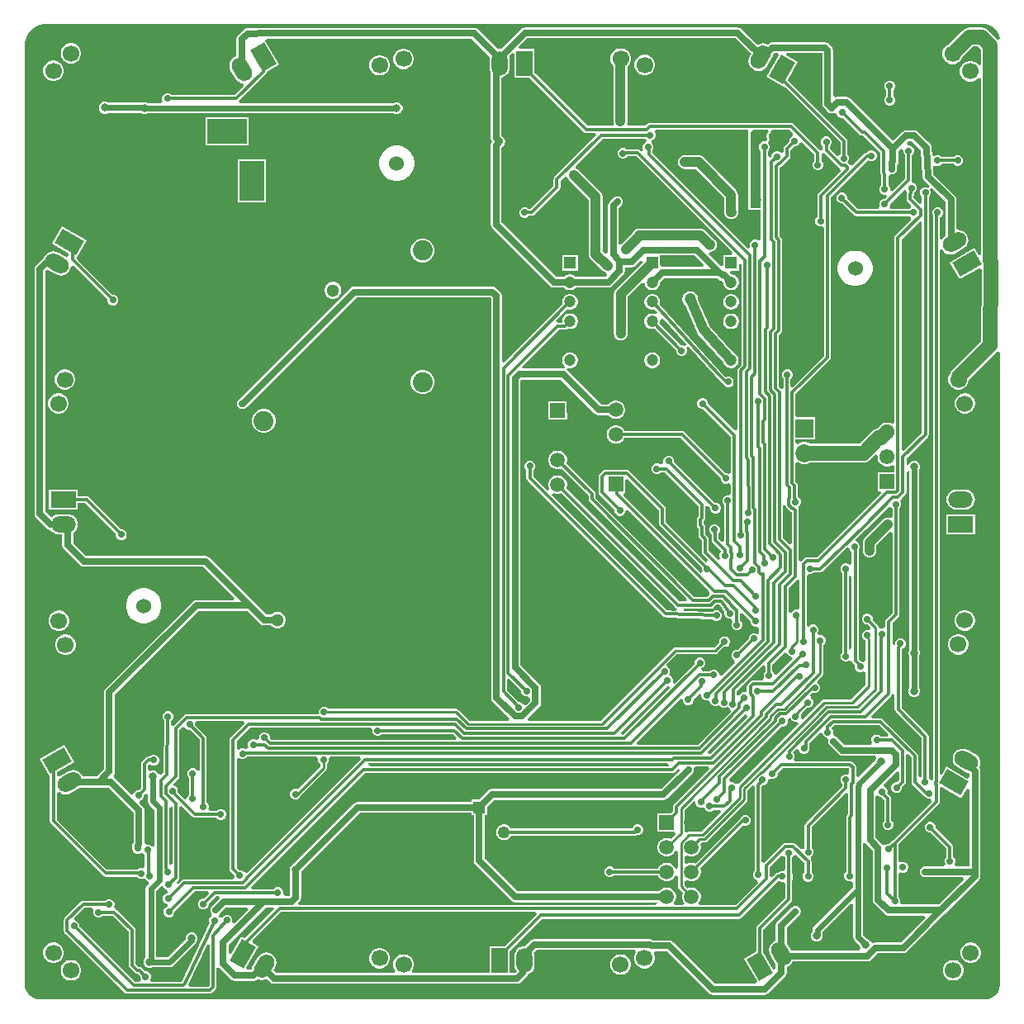
<source format=gbr>
G04*
G04 #@! TF.GenerationSoftware,Altium Limited,Altium Designer,25.5.2 (35)*
G04*
G04 Layer_Physical_Order=2*
G04 Layer_Color=16711680*
%FSLAX25Y25*%
%MOIN*%
G70*
G04*
G04 #@! TF.SameCoordinates,5858FFA7-226C-4CE8-8668-B70CF27CC624*
G04*
G04*
G04 #@! TF.FilePolarity,Positive*
G04*
G01*
G75*
%ADD10C,0.00984*%
%ADD11C,0.02362*%
%ADD53C,0.04724*%
%ADD54C,0.07284*%
%ADD55C,0.04921*%
%ADD56R,0.05118X0.05118*%
%ADD59R,0.05118X0.05118*%
%ADD66R,0.04921X0.04921*%
%ADD67C,0.05118*%
%ADD68R,0.04724X0.04724*%
%ADD72R,0.07284X0.07284*%
%ADD81C,0.05906*%
%ADD82C,0.01181*%
%ADD83C,0.02756*%
%ADD85C,0.03937*%
%ADD89C,0.05906*%
%ADD90R,0.05906X0.05906*%
%ADD91R,0.10000X0.16000*%
%ADD92C,0.08071*%
G04:AMPARAMS|DCode=93|XSize=65mil|YSize=100mil|CornerRadius=0mil|HoleSize=0mil|Usage=FLASHONLY|Rotation=120.000|XOffset=0mil|YOffset=0mil|HoleType=Round|Shape=Round|*
%AMOVALD93*
21,1,0.03500,0.06500,0.00000,0.00000,210.0*
1,1,0.06500,0.01516,0.00875*
1,1,0.06500,-0.01516,-0.00875*
%
%ADD93OVALD93*%

%ADD94O,0.10000X0.06500*%
G04:AMPARAMS|DCode=95|XSize=65mil|YSize=100mil|CornerRadius=0mil|HoleSize=0mil|Usage=FLASHONLY|Rotation=150.000|XOffset=0mil|YOffset=0mil|HoleType=Round|Shape=Round|*
%AMOVALD95*
21,1,0.03500,0.06500,0.00000,0.00000,240.0*
1,1,0.06500,0.00875,0.01516*
1,1,0.06500,-0.00875,-0.01516*
%
%ADD95OVALD95*%

G04:AMPARAMS|DCode=96|XSize=65mil|YSize=100mil|CornerRadius=0mil|HoleSize=0mil|Usage=FLASHONLY|Rotation=60.000|XOffset=0mil|YOffset=0mil|HoleType=Round|Shape=Round|*
%AMOVALD96*
21,1,0.03500,0.06500,0.00000,0.00000,150.0*
1,1,0.06500,0.01516,-0.00875*
1,1,0.06500,-0.01516,0.00875*
%
%ADD96OVALD96*%

G04:AMPARAMS|DCode=97|XSize=65mil|YSize=100mil|CornerRadius=0mil|HoleSize=0mil|Usage=FLASHONLY|Rotation=30.000|XOffset=0mil|YOffset=0mil|HoleType=Round|Shape=Round|*
%AMOVALD97*
21,1,0.03500,0.06500,0.00000,0.00000,120.0*
1,1,0.06500,0.00875,-0.01516*
1,1,0.06500,-0.00875,0.01516*
%
%ADD97OVALD97*%

%ADD98O,0.06500X0.10000*%
%ADD99C,0.06000*%
G04:AMPARAMS|DCode=100|XSize=65mil|YSize=100mil|CornerRadius=0mil|HoleSize=0mil|Usage=FLASHONLY|Rotation=240.000|XOffset=0mil|YOffset=0mil|HoleType=Round|Shape=Rectangle|*
%AMROTATEDRECTD100*
4,1,4,-0.02705,0.05315,0.05955,0.00315,0.02705,-0.05315,-0.05955,-0.00315,-0.02705,0.05315,0.0*
%
%ADD100ROTATEDRECTD100*%

%ADD101C,0.06693*%
%ADD102C,0.06102*%
%ADD103R,0.06500X0.10000*%
G04:AMPARAMS|DCode=104|XSize=65mil|YSize=100mil|CornerRadius=0mil|HoleSize=0mil|Usage=FLASHONLY|Rotation=120.000|XOffset=0mil|YOffset=0mil|HoleType=Round|Shape=Rectangle|*
%AMROTATEDRECTD104*
4,1,4,0.05955,-0.00315,-0.02705,-0.05315,-0.05955,0.00315,0.02705,0.05315,0.05955,-0.00315,0.0*
%
%ADD104ROTATEDRECTD104*%

G04:AMPARAMS|DCode=105|XSize=65mil|YSize=100mil|CornerRadius=0mil|HoleSize=0mil|Usage=FLASHONLY|Rotation=150.000|XOffset=0mil|YOffset=0mil|HoleType=Round|Shape=Rectangle|*
%AMROTATEDRECTD105*
4,1,4,0.05315,0.02705,0.00315,-0.05955,-0.05315,-0.02705,-0.00315,0.05955,0.05315,0.02705,0.0*
%
%ADD105ROTATEDRECTD105*%

%ADD106R,0.10000X0.06500*%
G04:AMPARAMS|DCode=107|XSize=65mil|YSize=100mil|CornerRadius=0mil|HoleSize=0mil|Usage=FLASHONLY|Rotation=30.000|XOffset=0mil|YOffset=0mil|HoleType=Round|Shape=Rectangle|*
%AMROTATEDRECTD107*
4,1,4,-0.00315,-0.05955,-0.05315,0.02705,0.00315,0.05955,0.05315,-0.02705,-0.00315,-0.05955,0.0*
%
%ADD107ROTATEDRECTD107*%

%ADD108R,0.06102X0.06102*%
%ADD109R,0.16000X0.10000*%
%ADD110C,0.03150*%
%ADD111C,0.02362*%
%ADD112C,0.02756*%
%ADD113C,0.03937*%
G36*
X389181Y393456D02*
X390342Y392974D01*
X391387Y392276D01*
X392276Y391387D01*
X392974Y390342D01*
X393456Y389181D01*
X393701Y387948D01*
Y387880D01*
X392717Y387546D01*
X392530Y387790D01*
X389070Y391249D01*
X388289Y391849D01*
X387379Y392225D01*
X386403Y392354D01*
X381511D01*
X380534Y392225D01*
X379624Y391849D01*
X378843Y391249D01*
X373271Y385677D01*
X373117Y385636D01*
X372174Y385091D01*
X371405Y384322D01*
X370861Y383379D01*
X370579Y382328D01*
Y381239D01*
X370861Y380188D01*
X371405Y379245D01*
X372174Y378476D01*
X373117Y377931D01*
X374168Y377650D01*
X375257D01*
X376308Y377931D01*
X377251Y378476D01*
X378021Y379245D01*
X378565Y380188D01*
X378606Y380342D01*
X383073Y384809D01*
X384840D01*
X386090Y383560D01*
Y377490D01*
X385105Y377226D01*
X385091Y377251D01*
X384322Y378021D01*
X383379Y378565D01*
X382328Y378847D01*
X381239D01*
X380188Y378565D01*
X379245Y378021D01*
X378476Y377251D01*
X377931Y376308D01*
X377650Y375257D01*
Y374168D01*
X377931Y373117D01*
X378476Y372174D01*
X379245Y371405D01*
X380188Y370861D01*
X381239Y370579D01*
X382328D01*
X383379Y370861D01*
X384322Y371405D01*
X385091Y372174D01*
X385105Y372199D01*
X386090Y371935D01*
Y300692D01*
X385139Y300437D01*
X383407Y303437D01*
X373383Y297650D01*
X377420Y290657D01*
X385350Y295235D01*
X385388Y295235D01*
X386332Y294666D01*
X386329Y294234D01*
X386102Y265650D01*
X385465Y265013D01*
X374536Y254083D01*
X373936Y253302D01*
X373745Y252841D01*
X373745Y252840D01*
X373200Y251898D01*
X372919Y250846D01*
Y249758D01*
X373200Y248706D01*
X373745Y247764D01*
X374514Y246994D01*
X375457Y246450D01*
X376508Y246168D01*
X377597D01*
X378648Y246450D01*
X379591Y246994D01*
X380360Y247764D01*
X380905Y248706D01*
X381186Y249758D01*
Y250064D01*
X390800Y259678D01*
X392530Y261407D01*
X392717Y261651D01*
X393092Y261627D01*
X393701Y261317D01*
Y6216D01*
Y5604D01*
X393462Y4403D01*
X392993Y3272D01*
X392313Y2253D01*
X391447Y1388D01*
X390429Y707D01*
X389298Y239D01*
X388097Y-0D01*
X6108D01*
X4799Y260D01*
X3566Y771D01*
X2456Y1512D01*
X1512Y2456D01*
X771Y3566D01*
X260Y4799D01*
X-0Y6108D01*
Y6775D01*
X0Y384796D01*
Y385673D01*
X342Y387394D01*
X1013Y389014D01*
X1988Y390473D01*
X3228Y391713D01*
X4687Y392687D01*
X6307Y393359D01*
X8027Y393701D01*
X8905D01*
X387320Y393701D01*
X387948D01*
X389181Y393456D01*
D02*
G37*
%LPC*%
G36*
X287987Y392464D02*
X202006D01*
X201161Y392296D01*
X200445Y391817D01*
X192339Y383711D01*
X191850Y383775D01*
X191011Y383664D01*
X183006Y391670D01*
X182290Y392148D01*
X181445Y392316D01*
X98223D01*
X98203Y392312D01*
X98183Y392316D01*
X89964Y392168D01*
X89562Y392081D01*
X89159Y392001D01*
X89142Y391990D01*
X89123Y391985D01*
X88785Y391751D01*
X88443Y391522D01*
X86137Y389216D01*
X85658Y388500D01*
X85490Y387655D01*
Y380747D01*
X84787Y380456D01*
X83943Y379808D01*
X83296Y378965D01*
X82889Y377983D01*
X82751Y376929D01*
X82889Y375875D01*
X83296Y374893D01*
X85046Y371862D01*
X85694Y371018D01*
X86537Y370371D01*
X87519Y369964D01*
X88264Y369866D01*
X88635Y369083D01*
X88653Y368863D01*
X84876Y365086D01*
X59448D01*
X59018Y365517D01*
X58222Y365846D01*
X57360D01*
X56564Y365517D01*
X55955Y364908D01*
X55626Y364112D01*
Y363250D01*
X55798Y362834D01*
X55274Y361850D01*
X49949D01*
X49092Y362205D01*
X48152D01*
X47651Y361997D01*
X33758D01*
X32901Y362352D01*
X31961D01*
X31093Y361993D01*
X30428Y361328D01*
X30069Y360460D01*
Y359520D01*
X30428Y358652D01*
X31093Y357988D01*
X31961Y357628D01*
X32901D01*
X33758Y357983D01*
X47141D01*
X47284Y357840D01*
X48152Y357480D01*
X49092D01*
X49949Y357836D01*
X148968D01*
X149826Y357480D01*
X150765D01*
X151634Y357840D01*
X152298Y358505D01*
X152658Y359373D01*
Y360313D01*
X152298Y361181D01*
X151634Y361845D01*
X150765Y362205D01*
X149826D01*
X148968Y361850D01*
X86969D01*
X86720Y362253D01*
X86598Y362834D01*
X97352Y373588D01*
X97656Y374044D01*
X97754Y374537D01*
X102748Y377420D01*
X97276Y386899D01*
X97838Y387894D01*
X98242Y387901D01*
X180530D01*
X187889Y380542D01*
X187778Y379703D01*
Y376203D01*
X187917Y375149D01*
X188168Y374543D01*
Y347833D01*
X188336Y346988D01*
X188757Y346358D01*
X188336Y345728D01*
X188168Y344883D01*
Y312971D01*
X188336Y312126D01*
X188814Y311410D01*
X212218Y288006D01*
X212935Y287527D01*
X213779Y287359D01*
X217931D01*
X218243Y287047D01*
X218962Y286632D01*
X219763Y286417D01*
X220592D01*
X221393Y286632D01*
X222111Y287047D01*
X222424Y287359D01*
X235717D01*
X236562Y287527D01*
X237278Y288006D01*
X241817Y292545D01*
X242296Y293261D01*
X242464Y294106D01*
Y295529D01*
X245118D01*
X245963Y295696D01*
X246679Y296175D01*
X248644Y298140D01*
X249712Y297816D01*
X249742Y297669D01*
X238735Y286662D01*
X238293Y286086D01*
X238015Y285416D01*
X237920Y284696D01*
Y268900D01*
X238015Y268181D01*
X238293Y267510D01*
X238735Y266934D01*
X239310Y266493D01*
X239981Y266215D01*
X240700Y266120D01*
X241419Y266215D01*
X242090Y266493D01*
X242666Y266934D01*
X243107Y267510D01*
X243385Y268181D01*
X243480Y268900D01*
Y283545D01*
X249311Y289376D01*
X249878Y289247D01*
X250334Y289007D01*
X250510Y288351D01*
X250924Y287633D01*
X251511Y287047D01*
X252229Y286632D01*
X253030Y286417D01*
X253859D01*
X254661Y286632D01*
X255379Y287047D01*
X255965Y287633D01*
X256380Y288351D01*
X256594Y289152D01*
Y289524D01*
X258367Y291296D01*
X279637D01*
X280171Y290762D01*
X280888Y290283D01*
X281524Y290157D01*
X282087Y289594D01*
Y289152D01*
X282301Y288351D01*
X282716Y287633D01*
X283302Y287047D01*
X284020Y286632D01*
X284822Y286417D01*
X285651D01*
X286452Y286632D01*
X287170Y287047D01*
X287756Y287633D01*
X288171Y288351D01*
X288386Y289152D01*
Y289982D01*
X288171Y290783D01*
X287756Y291501D01*
X287170Y292087D01*
X286452Y292502D01*
X285651Y292717D01*
X285314D01*
X284744Y293424D01*
X285117Y294291D01*
X288386D01*
Y296692D01*
X289370Y297218D01*
X289540Y297104D01*
Y256288D01*
X288078Y254826D01*
X287773Y254370D01*
X287666Y253833D01*
Y230113D01*
X286682Y229705D01*
X275965Y240422D01*
Y241031D01*
X275636Y241827D01*
X275027Y242436D01*
X274231Y242765D01*
X273369D01*
X272573Y242436D01*
X271964Y241827D01*
X271635Y241031D01*
Y240169D01*
X271964Y239373D01*
X272573Y238764D01*
X273369Y238435D01*
X273978D01*
X285209Y227204D01*
Y212845D01*
X284908Y212611D01*
X284225Y212319D01*
X283631Y212565D01*
X283021D01*
X266483Y229104D01*
X266027Y229408D01*
X265490Y229515D01*
X242275D01*
X242265Y229554D01*
X241773Y230407D01*
X241076Y231103D01*
X240223Y231595D01*
X239272Y231850D01*
X238287D01*
X237336Y231595D01*
X236483Y231103D01*
X235787Y230407D01*
X235294Y229554D01*
X235039Y228603D01*
Y227618D01*
X235294Y226667D01*
X235787Y225814D01*
X236483Y225117D01*
X237336Y224625D01*
X238287Y224370D01*
X239272D01*
X240223Y224625D01*
X241076Y225117D01*
X241773Y225814D01*
X242265Y226667D01*
X242275Y226705D01*
X264908D01*
X281035Y210578D01*
Y209969D01*
X281364Y209173D01*
X281973Y208564D01*
X282769Y208235D01*
X283631D01*
X284225Y208481D01*
X284908Y208189D01*
X285209Y207955D01*
Y204227D01*
X284289Y203543D01*
X283428D01*
X282632Y203214D01*
X282023Y202605D01*
X281693Y201809D01*
Y200947D01*
X282023Y200151D01*
X282453Y199721D01*
Y185091D01*
X281544Y184715D01*
X280250Y186009D01*
Y188309D01*
X280379Y188439D01*
X280709Y189235D01*
Y190096D01*
X280379Y190892D01*
X279770Y191501D01*
X278974Y191831D01*
X278113D01*
X277317Y191501D01*
X276708Y190892D01*
X276378Y190096D01*
Y189235D01*
X276708Y188439D01*
X277317Y187830D01*
X277440Y187779D01*
Y185427D01*
X277547Y184889D01*
X277851Y184434D01*
X281256Y181029D01*
Y180807D01*
X280825Y180376D01*
X280496Y179580D01*
Y178719D01*
X280797Y177990D01*
X280825Y177923D01*
X280070Y177370D01*
X276313Y181127D01*
Y185940D01*
X276206Y186478D01*
X275901Y186934D01*
X274929Y187906D01*
Y190689D01*
X274822Y191227D01*
X274517Y191683D01*
X274141Y192059D01*
Y193178D01*
X274517Y193554D01*
X274822Y194009D01*
X274929Y194547D01*
Y199080D01*
X275913Y199487D01*
X276751Y198649D01*
Y198040D01*
X277081Y197244D01*
X277690Y196635D01*
X278486Y196305D01*
X279347D01*
X280143Y196635D01*
X280752Y197244D01*
X281082Y198040D01*
Y198901D01*
X280752Y199697D01*
X280143Y200307D01*
X279347Y200636D01*
X278738D01*
X262303Y217071D01*
Y217754D01*
X261974Y218549D01*
X261364Y219159D01*
X260568Y219488D01*
X259707D01*
X258911Y219159D01*
X258302Y218549D01*
X257972Y217754D01*
Y216892D01*
X257312Y216131D01*
X256582Y216067D01*
X256541Y216107D01*
X255746Y216437D01*
X254884D01*
X254088Y216107D01*
X253479Y215498D01*
X253150Y214702D01*
Y213841D01*
X253479Y213045D01*
X254088Y212436D01*
X254884Y212106D01*
X255746D01*
X256541Y212436D01*
X256972Y212867D01*
X258473D01*
X272119Y199221D01*
Y195129D01*
X271743Y194753D01*
X271438Y194297D01*
X271331Y193760D01*
Y191477D01*
X271438Y190939D01*
X271743Y190483D01*
X272119Y190107D01*
Y187324D01*
X272226Y186787D01*
X272530Y186331D01*
X273503Y185358D01*
Y180545D01*
X273610Y180008D01*
X273914Y179552D01*
X275775Y177691D01*
X275457Y176617D01*
X275291Y176582D01*
X275162Y176625D01*
X258905Y192882D01*
Y198200D01*
X258798Y198738D01*
X258493Y199194D01*
X244193Y213493D01*
X243738Y213798D01*
X243200Y213905D01*
X234500D01*
X233962Y213798D01*
X233507Y213493D01*
X232007Y211994D01*
X231702Y211538D01*
X231595Y211000D01*
Y204800D01*
X231702Y204262D01*
X232007Y203806D01*
X238235Y197578D01*
Y196969D01*
X238564Y196173D01*
X239173Y195564D01*
X239969Y195235D01*
X240831D01*
X241627Y195564D01*
X242236Y196173D01*
X242565Y196969D01*
Y197265D01*
X243550Y197672D01*
X276620Y164602D01*
X276480Y163349D01*
X275756Y162625D01*
X270480D01*
X230468Y202637D01*
Y204047D01*
X230361Y204585D01*
X230057Y205040D01*
X218721Y216376D01*
X218741Y216411D01*
X218996Y217362D01*
Y218347D01*
X218741Y219298D01*
X218249Y220151D01*
X217552Y220847D01*
X216700Y221340D01*
X215748Y221595D01*
X214764D01*
X213812Y221340D01*
X212960Y220847D01*
X212263Y220151D01*
X211771Y219298D01*
X211516Y218347D01*
Y217362D01*
X211771Y216411D01*
X212263Y215558D01*
X212960Y214861D01*
X213812Y214369D01*
X214764Y214114D01*
X215748D01*
X216700Y214369D01*
X216734Y214389D01*
X227659Y203465D01*
Y202055D01*
X227765Y201518D01*
X228070Y201062D01*
X267565Y161566D01*
X267189Y160657D01*
X264440D01*
X218721Y206376D01*
X218741Y206411D01*
X218996Y207362D01*
Y208347D01*
X218741Y209298D01*
X218249Y210151D01*
X217552Y210847D01*
X216700Y211340D01*
X215748Y211595D01*
X214764D01*
X213812Y211340D01*
X212960Y210847D01*
X212263Y210151D01*
X211771Y209298D01*
X211516Y208347D01*
Y207362D01*
X211771Y206411D01*
X211958Y206086D01*
X211171Y205482D01*
X205461Y211191D01*
Y213686D01*
X205892Y214117D01*
X206221Y214913D01*
Y215774D01*
X205892Y216570D01*
X205283Y217179D01*
X204487Y217509D01*
X203625D01*
X202829Y217179D01*
X202220Y216570D01*
X201891Y215774D01*
Y214913D01*
X202220Y214117D01*
X202651Y213686D01*
Y210609D01*
X202758Y210072D01*
X203063Y209616D01*
X257969Y154709D01*
X258177Y154570D01*
X258380Y154424D01*
X258404Y154418D01*
X258425Y154405D01*
X258670Y154356D01*
X258914Y154298D01*
X277648Y153647D01*
X278137Y153157D01*
X278933Y152827D01*
X279795D01*
X280591Y153157D01*
X281200Y153766D01*
X281529Y154562D01*
Y155423D01*
X281200Y156219D01*
X280591Y156828D01*
X279795Y157158D01*
X278933D01*
X278137Y156828D01*
X277763Y156454D01*
X266022Y156863D01*
X266039Y157847D01*
X277154D01*
X277691Y157954D01*
X278147Y158258D01*
X279212Y159324D01*
X280492D01*
X280737Y159079D01*
X281397Y158316D01*
X282580Y156573D01*
X282514Y156413D01*
Y155551D01*
X282843Y154755D01*
X283453Y154146D01*
X284248Y153817D01*
X285110D01*
X285590Y153009D01*
X285719Y152506D01*
X285389Y151710D01*
Y150849D01*
X285719Y150053D01*
X286328Y149444D01*
X287124Y149114D01*
X287985D01*
X288781Y149444D01*
X289390Y150053D01*
X289720Y150849D01*
Y151710D01*
X289390Y152506D01*
X288925Y152971D01*
X288867Y155787D01*
X289773Y156173D01*
X293110Y152836D01*
Y152227D01*
X293440Y151431D01*
X294049Y150822D01*
X294845Y150492D01*
X295706D01*
X296651Y149818D01*
Y147997D01*
X296121Y147699D01*
X295667Y147534D01*
X294964Y147826D01*
X294103D01*
X293307Y147496D01*
X292698Y146887D01*
X292368Y146091D01*
Y145693D01*
X287907Y141232D01*
X287087D01*
X286291Y140902D01*
X285682Y140293D01*
X285352Y139497D01*
Y138636D01*
X285682Y137840D01*
X286291Y137231D01*
X286525Y137134D01*
X286775Y135992D01*
X281443Y130660D01*
X280459Y131068D01*
Y131518D01*
X280129Y132313D01*
X279520Y132922D01*
X278724Y133252D01*
X277863D01*
X277067Y132922D01*
X276652Y132507D01*
X273725D01*
X273088Y133492D01*
X273164Y133661D01*
X273960Y133991D01*
X274569Y134600D01*
X274899Y135396D01*
Y136258D01*
X274569Y137053D01*
X273960Y137662D01*
X273164Y137992D01*
X272303D01*
X271507Y137662D01*
X270898Y137053D01*
X270568Y136258D01*
Y135648D01*
X262557Y127638D01*
X261723Y128195D01*
X261811Y128408D01*
Y129269D01*
X261481Y130065D01*
X260872Y130674D01*
X260210Y131344D01*
X260408Y131851D01*
X260531Y132148D01*
Y133009D01*
X260202Y133805D01*
X259593Y134414D01*
X259528Y134441D01*
X259297Y135602D01*
X263237Y139542D01*
X278937D01*
X279436Y139641D01*
X279859Y139924D01*
X282258Y142323D01*
X283010D01*
X283805Y142652D01*
X284414Y143262D01*
X284744Y144058D01*
Y144919D01*
X284414Y145715D01*
X283805Y146324D01*
X283010Y146653D01*
X282148D01*
X281352Y146324D01*
X280743Y145715D01*
X280413Y144919D01*
Y144168D01*
X278397Y142151D01*
X262697D01*
X262198Y142052D01*
X261774Y141769D01*
X232530Y112525D01*
X203628D01*
X203220Y113509D01*
X207860Y118149D01*
X208339Y118866D01*
X208507Y119711D01*
Y125976D01*
X208339Y126820D01*
X207860Y127537D01*
X200264Y135133D01*
Y249932D01*
X200585Y250253D01*
X216548D01*
X230252Y236549D01*
X230968Y236070D01*
X231813Y235902D01*
X235736D01*
X235787Y235814D01*
X236483Y235117D01*
X237336Y234625D01*
X238287Y234370D01*
X239272D01*
X240223Y234625D01*
X241076Y235117D01*
X241773Y235814D01*
X242265Y236667D01*
X242520Y237618D01*
Y238603D01*
X242265Y239554D01*
X241773Y240407D01*
X241076Y241103D01*
X240223Y241596D01*
X239272Y241850D01*
X238287D01*
X237336Y241596D01*
X236483Y241103D01*
X235787Y240407D01*
X235736Y240318D01*
X232727D01*
X219024Y254022D01*
X218836Y254147D01*
X218828Y254153D01*
X219125Y254810D01*
Y254810D01*
X219125Y254810D01*
X220063Y254921D01*
X220592D01*
X221393Y255136D01*
X222111Y255551D01*
X222697Y256137D01*
X223112Y256855D01*
X223327Y257656D01*
Y258485D01*
X223112Y259286D01*
X222697Y260005D01*
X222111Y260591D01*
X221393Y261006D01*
X220592Y261220D01*
X219763D01*
X218962Y261006D01*
X218243Y260591D01*
X217657Y260005D01*
X217242Y259286D01*
X217028Y258485D01*
Y257656D01*
X217242Y256855D01*
X217657Y256137D01*
X217796Y255997D01*
X218215Y255187D01*
X218215Y255187D01*
X217981Y254565D01*
X217938Y254574D01*
X217462Y254668D01*
X201254D01*
X200877Y255578D01*
X215725Y270426D01*
X218189D01*
X218727Y270533D01*
X219169Y270828D01*
X219763Y270669D01*
X220592D01*
X221393Y270884D01*
X222111Y271299D01*
X222697Y271885D01*
X223112Y272603D01*
X223327Y273404D01*
Y274233D01*
X223112Y275034D01*
X222697Y275753D01*
X222111Y276339D01*
X221393Y276754D01*
X220592Y276968D01*
X219763D01*
X218962Y276754D01*
X218243Y276339D01*
X217657Y275753D01*
X217242Y275034D01*
X217028Y274233D01*
Y273404D01*
X216898Y273236D01*
X215143D01*
X215088Y273225D01*
X214603Y274132D01*
X219173Y278701D01*
X219763Y278543D01*
X220592D01*
X221393Y278758D01*
X222111Y279173D01*
X222697Y279759D01*
X223112Y280477D01*
X223327Y281278D01*
Y282108D01*
X223112Y282909D01*
X222697Y283627D01*
X222111Y284213D01*
X221393Y284628D01*
X220592Y284843D01*
X219763D01*
X218962Y284628D01*
X218243Y284213D01*
X217657Y283627D01*
X217242Y282909D01*
X217028Y282108D01*
Y281278D01*
X217186Y280688D01*
X193693Y257195D01*
X192783Y257572D01*
Y284015D01*
X192615Y284860D01*
X192137Y285577D01*
X190522Y287191D01*
X189806Y287670D01*
X188961Y287838D01*
X133177D01*
X132332Y287670D01*
X131615Y287191D01*
X86948Y242523D01*
X86868Y242470D01*
X86667Y242387D01*
X86513Y242233D01*
X86333Y242112D01*
X86212Y241932D01*
X86058Y241778D01*
X85975Y241577D01*
X85854Y241396D01*
X85812Y241183D01*
X85728Y240982D01*
Y240764D01*
X85686Y240551D01*
X85728Y240338D01*
Y240121D01*
X85812Y239920D01*
X85854Y239706D01*
X85975Y239526D01*
X86058Y239325D01*
X86212Y239171D01*
X86333Y238990D01*
X86513Y238869D01*
X86667Y238716D01*
X86868Y238632D01*
X87049Y238511D01*
X87262Y238469D01*
X87463Y238386D01*
X87680D01*
X87894Y238343D01*
X88098D01*
X88311Y238386D01*
X88324D01*
X88337Y238391D01*
X88943Y238511D01*
X89659Y238990D01*
X134091Y283422D01*
X188047D01*
X188368Y283101D01*
Y121815D01*
X188536Y120970D01*
X189014Y120254D01*
X195759Y113509D01*
X195351Y112525D01*
X179681D01*
X175241Y116966D01*
X174817Y117249D01*
X174318Y117348D01*
X122722D01*
X122191Y117879D01*
X121395Y118209D01*
X120534D01*
X119738Y117879D01*
X119129Y117270D01*
X118799Y116474D01*
Y115613D01*
X118579Y115283D01*
X65528D01*
X64990Y115176D01*
X64534Y114871D01*
X60220Y110557D01*
X59843Y110609D01*
X59243Y110912D01*
X59276Y112581D01*
X59741Y113045D01*
X60070Y113841D01*
Y114702D01*
X59741Y115498D01*
X59131Y116107D01*
X58336Y116437D01*
X57474D01*
X56678Y116107D01*
X56069Y115498D01*
X55739Y114702D01*
Y113841D01*
X56069Y113045D01*
X56467Y112647D01*
X56044Y91518D01*
X55208Y90683D01*
X54142Y91008D01*
X53940Y91496D01*
X53275Y92160D01*
X52407Y92520D01*
X51467D01*
X50954Y92307D01*
X49970Y92817D01*
Y94493D01*
X50698Y95157D01*
X50939Y94916D01*
X51735Y94587D01*
X52596D01*
X53392Y94916D01*
X54001Y95525D01*
X54331Y96321D01*
Y97183D01*
X54001Y97979D01*
X53392Y98588D01*
X52596Y98917D01*
X51735D01*
X50939Y98588D01*
X50446Y98095D01*
X50135D01*
X49597Y97988D01*
X49142Y97684D01*
X47572Y96114D01*
X47267Y95658D01*
X47160Y95120D01*
Y85460D01*
X46263Y84563D01*
X45654D01*
X44858Y84234D01*
X44249Y83625D01*
X44038Y83113D01*
X43225Y82825D01*
X42935Y82824D01*
X36403Y89356D01*
X36263Y89450D01*
X36113Y89819D01*
X36031Y90692D01*
X36033Y90697D01*
X36339Y91155D01*
X36507Y92000D01*
Y123086D01*
X70269Y156847D01*
X90030D01*
X95191Y151687D01*
X95907Y151208D01*
X96752Y151040D01*
X99542Y151040D01*
X100012Y150570D01*
X100775Y150130D01*
X101626Y149901D01*
X102508D01*
X103359Y150130D01*
X104122Y150570D01*
X104745Y151193D01*
X105185Y151956D01*
X105413Y152807D01*
Y153689D01*
X105185Y154540D01*
X104745Y155303D01*
X104122Y155926D01*
X103359Y156366D01*
X102508Y156595D01*
X101626D01*
X100775Y156366D01*
X100012Y155926D01*
X99542Y155456D01*
X97666Y155456D01*
X92506Y160616D01*
X74661Y178461D01*
X73945Y178940D01*
X73100Y179108D01*
X24914D01*
X19707Y184315D01*
Y188457D01*
X20378Y188971D01*
X21025Y189814D01*
X21431Y190796D01*
X21570Y191850D01*
X21431Y192904D01*
X21025Y193886D01*
X20378Y194730D01*
X19534Y195377D01*
X18552Y195784D01*
X17498Y195923D01*
X13998D01*
X12944Y195784D01*
X11962Y195377D01*
X11118Y194730D01*
X10718Y194704D01*
X8507Y196915D01*
Y293925D01*
X9320Y294737D01*
X9637Y294494D01*
X12668Y292744D01*
X13651Y292337D01*
X14705Y292198D01*
X15758Y292337D01*
X16741Y292744D01*
X17584Y293391D01*
X18231Y294234D01*
X18638Y295217D01*
X18736Y295962D01*
X19519Y296332D01*
X19740Y296350D01*
X33612Y282478D01*
Y281918D01*
X33942Y281122D01*
X34551Y280513D01*
X35347Y280183D01*
X36208D01*
X37004Y280513D01*
X37613Y281122D01*
X37943Y281918D01*
Y282779D01*
X37613Y283575D01*
X37004Y284184D01*
X36208Y284514D01*
X35550D01*
X21529Y298535D01*
X21182Y299416D01*
X25220Y306409D01*
X15196Y312196D01*
X11158Y305203D01*
X17954Y301280D01*
Y300107D01*
X16970Y299621D01*
X16741Y299797D01*
X13710Y301547D01*
X12727Y301954D01*
X11673Y302093D01*
X10620Y301954D01*
X9637Y301547D01*
X8794Y300900D01*
X8147Y300057D01*
X7788Y299191D01*
X7761Y299185D01*
X7045Y298707D01*
X4739Y296400D01*
X4260Y295684D01*
X4092Y294839D01*
Y196000D01*
X4260Y195155D01*
X4739Y194439D01*
X8888Y190289D01*
X9604Y189811D01*
X10449Y189643D01*
X10603D01*
X11118Y188971D01*
X11962Y188324D01*
X12944Y187917D01*
X13998Y187778D01*
X15292D01*
Y183400D01*
X15460Y182555D01*
X15939Y181839D01*
X22439Y175339D01*
X23155Y174860D01*
X24000Y174692D01*
X72185D01*
X84705Y162172D01*
X84329Y161263D01*
X69355D01*
X68510Y161095D01*
X67794Y160616D01*
X32739Y125561D01*
X32260Y124845D01*
X32092Y124000D01*
Y92914D01*
X29180Y90003D01*
X23542D01*
X23251Y90706D01*
X22604Y91550D01*
X21760Y92197D01*
X20778Y92604D01*
X19724Y92742D01*
X18670Y92604D01*
X17688Y92197D01*
X14657Y90447D01*
X14089Y90011D01*
X13201Y90354D01*
X13105Y90441D01*
Y91734D01*
X20239Y95853D01*
X16202Y102846D01*
X6178Y97058D01*
X10215Y90065D01*
X10215D01*
X10295Y90019D01*
Y72000D01*
X10402Y71462D01*
X10707Y71007D01*
X31707Y50007D01*
X32162Y49702D01*
X32700Y49595D01*
X45280D01*
X45879Y48996D01*
X46675Y48666D01*
X47536D01*
X47644Y48711D01*
X48703Y48727D01*
X49312Y48118D01*
X49957Y47851D01*
X50212Y47262D01*
X50303Y46804D01*
X49575Y46077D01*
X49140Y45426D01*
X48987Y44657D01*
Y16993D01*
X48391Y16397D01*
X48032Y15529D01*
Y14589D01*
X48391Y13721D01*
X49056Y13056D01*
X49924Y12697D01*
X50864D01*
X51721Y13052D01*
X58600D01*
X59368Y13205D01*
X60020Y13640D01*
X68944Y22564D01*
X69224Y22984D01*
X69603Y23362D01*
X69962Y24230D01*
Y25170D01*
X69603Y26038D01*
X68938Y26703D01*
X68070Y27062D01*
X67130D01*
X66262Y26703D01*
X65597Y26038D01*
X65238Y25170D01*
Y24535D01*
X57769Y17066D01*
X53001D01*
Y43826D01*
X55116Y45940D01*
X55409Y45937D01*
X56216Y45649D01*
X56429Y45134D01*
X57039Y44525D01*
X57347Y44398D01*
X57766Y43340D01*
X57759Y43242D01*
X57580Y42975D01*
X57578D01*
X56783Y42645D01*
X56173Y42036D01*
X55844Y41240D01*
Y40379D01*
X56173Y39583D01*
X56783Y38974D01*
X57381Y38726D01*
X57788Y37999D01*
X57899Y37660D01*
X57842Y37547D01*
X57218Y37288D01*
X56609Y36679D01*
X56280Y35884D01*
Y35022D01*
X56609Y34226D01*
X57218Y33617D01*
X58014Y33288D01*
X58876D01*
X59672Y33617D01*
X60281Y34226D01*
X60610Y35022D01*
Y35631D01*
X68751Y43772D01*
X74161D01*
X74538Y42863D01*
X72344Y40669D01*
X71735D01*
X70939Y40339D01*
X70330Y39730D01*
X70000Y38934D01*
Y38073D01*
X70330Y37277D01*
X70939Y36668D01*
X71735Y36338D01*
X72596D01*
X73392Y36668D01*
X74001Y37277D01*
X74331Y38073D01*
Y38682D01*
X77441Y41792D01*
X78409Y41773D01*
X78741Y40819D01*
X75703Y37782D01*
X75582Y37601D01*
X75428Y37447D01*
X75345Y37246D01*
X75224Y37065D01*
X75182Y36852D01*
X75098Y36651D01*
Y36434D01*
X75056Y36220D01*
X75098Y36007D01*
Y35790D01*
X75182Y35589D01*
X75224Y35376D01*
X75345Y35195D01*
X75428Y34994D01*
X75582Y34840D01*
X75576Y34170D01*
X75454Y33699D01*
X75447Y33689D01*
X74964Y33207D01*
X74635Y32411D01*
Y31550D01*
X74828Y31083D01*
X63650Y7237D01*
X63543Y7130D01*
X51204D01*
X50750Y8069D01*
X51080Y8864D01*
Y9726D01*
X50750Y10522D01*
X50141Y11131D01*
X49345Y11461D01*
X48736D01*
X47456Y12741D01*
X47000Y13046D01*
X46462Y13153D01*
X46233D01*
X44905Y14481D01*
Y28000D01*
X44798Y28538D01*
X44493Y28993D01*
X37194Y36294D01*
X36772Y36575D01*
X36734Y36606D01*
X36240Y37614D01*
X36242Y37672D01*
X36365Y37969D01*
Y38831D01*
X36036Y39627D01*
X35427Y40236D01*
X34631Y40565D01*
X33769D01*
X32973Y40236D01*
X32543Y39805D01*
X23700D01*
X23162Y39698D01*
X22706Y39393D01*
X16307Y32994D01*
X16002Y32538D01*
X15895Y32000D01*
Y27800D01*
X16002Y27262D01*
X16307Y26807D01*
X40350Y2763D01*
X40806Y2459D01*
X41343Y2352D01*
X74708D01*
X75246Y2459D01*
X75701Y2763D01*
X77175Y4236D01*
X77479Y4692D01*
X77586Y5230D01*
Y12785D01*
X78570Y13084D01*
X78754Y12809D01*
X83281Y8281D01*
X83998Y7803D01*
X84842Y7635D01*
X92526D01*
X93370Y7803D01*
X94087Y8281D01*
X94128Y8323D01*
X94823Y8035D01*
X95877Y7896D01*
X96931Y8035D01*
X97852Y8416D01*
X99247Y7022D01*
X99963Y6543D01*
X100808Y6375D01*
X198949D01*
X199794Y6543D01*
X200510Y7022D01*
X202695Y9207D01*
X203174Y9923D01*
X203229Y10199D01*
X203887Y10471D01*
X204730Y11118D01*
X205377Y11962D01*
X205784Y12944D01*
X205923Y13998D01*
Y17498D01*
X205784Y18552D01*
X205630Y18923D01*
X206743Y20036D01*
X246492D01*
X246861Y19052D01*
X246443Y18328D01*
X246161Y17276D01*
Y16188D01*
X246443Y15137D01*
X246987Y14194D01*
X247757Y13424D01*
X248700Y12880D01*
X249751Y12598D01*
X250839D01*
X251891Y12880D01*
X252833Y13424D01*
X253603Y14194D01*
X254147Y15137D01*
X254429Y16188D01*
Y17276D01*
X254147Y18328D01*
X254013Y18560D01*
X254582Y19544D01*
X259333D01*
X276305Y2573D01*
X277021Y2094D01*
X277866Y1926D01*
X298721D01*
X299565Y2094D01*
X300282Y2573D01*
X307072Y9363D01*
X307550Y10079D01*
X307718Y10924D01*
Y13151D01*
X308422Y13442D01*
X309265Y14089D01*
X309912Y14932D01*
X310106Y15401D01*
X340180D01*
X341025Y15570D01*
X341741Y16048D01*
X344386Y18692D01*
X354700D01*
X355545Y18860D01*
X356261Y19339D01*
X371483Y34561D01*
X385223Y48300D01*
X385701Y49016D01*
X385869Y49861D01*
Y51870D01*
Y92192D01*
X385701Y93037D01*
X385372Y93530D01*
X385744Y94428D01*
X385883Y95482D01*
X385744Y96536D01*
X385337Y97518D01*
X384690Y98362D01*
X383847Y99009D01*
X380816Y100759D01*
X379834Y101166D01*
X378780Y101304D01*
X377726Y101166D01*
X376744Y100759D01*
X375900Y100112D01*
X375253Y99268D01*
X374846Y98286D01*
X374707Y97232D01*
X374846Y96178D01*
X375253Y95196D01*
X375900Y94353D01*
X376744Y93705D01*
X379775Y91956D01*
X380757Y91549D01*
X381247Y91484D01*
X381454Y91278D01*
Y89788D01*
X380601Y89295D01*
X372302Y94087D01*
X370417Y90822D01*
X369466Y91076D01*
Y302415D01*
X370099Y302682D01*
X370450Y302693D01*
X371018Y301953D01*
X371862Y301306D01*
X372844Y300899D01*
X373898Y300760D01*
X374952Y300899D01*
X375934Y301306D01*
X378965Y303056D01*
X379808Y303703D01*
X380456Y304546D01*
X380862Y305528D01*
X381001Y306582D01*
X380862Y307636D01*
X380456Y308618D01*
X379808Y309462D01*
X378965Y310109D01*
X377983Y310516D01*
X376929Y310655D01*
X376233Y311265D01*
Y323000D01*
X376065Y323845D01*
X375586Y324561D01*
X366884Y333263D01*
X366727Y336151D01*
X366958Y336381D01*
X367681Y336739D01*
X368221Y336516D01*
X369082D01*
X369878Y336845D01*
X370358Y337326D01*
X375016D01*
X375447Y336895D01*
X376242Y336565D01*
X377104D01*
X377900Y336895D01*
X378509Y337504D01*
X378838Y338300D01*
Y339161D01*
X378509Y339957D01*
X377900Y340566D01*
X377104Y340896D01*
X376242D01*
X375447Y340566D01*
X375016Y340135D01*
X370260D01*
X369878Y340517D01*
X369082Y340846D01*
X368221D01*
X367425Y340517D01*
X366467Y340951D01*
X366307Y343891D01*
X366215Y344251D01*
X366143Y344616D01*
X366109Y344666D01*
X366094Y344725D01*
X365871Y345023D01*
X365664Y345332D01*
X364598Y346398D01*
X360771Y350226D01*
X360054Y350704D01*
X359209Y350872D01*
X355948D01*
X355103Y350704D01*
X354387Y350226D01*
X350625Y346464D01*
X333343Y363746D01*
X332627Y364225D01*
X331782Y364393D01*
X328276D01*
X327431Y364225D01*
X327417Y364216D01*
X326433Y364742D01*
Y383255D01*
X326265Y384100D01*
X325786Y384816D01*
X324790Y385813D01*
X324073Y386292D01*
X323228Y386460D01*
X301969D01*
X301124Y386292D01*
X300407Y385813D01*
X300233Y385638D01*
X300155Y385623D01*
X300000Y385520D01*
X299173Y385862D01*
X298119Y386001D01*
X297065Y385862D01*
X296083Y385456D01*
X295985Y385380D01*
X289548Y391817D01*
X288832Y392296D01*
X287987Y392464D01*
D02*
G37*
G36*
X19336Y386114D02*
X18247D01*
X17196Y385833D01*
X16253Y385288D01*
X15484Y384519D01*
X14939Y383576D01*
X14658Y382525D01*
Y381436D01*
X14939Y380385D01*
X15484Y379442D01*
X16253Y378673D01*
X17196Y378128D01*
X18247Y377847D01*
X19336D01*
X20387Y378128D01*
X21330Y378673D01*
X22099Y379442D01*
X22644Y380385D01*
X22925Y381436D01*
Y382525D01*
X22644Y383576D01*
X22099Y384519D01*
X21330Y385288D01*
X20387Y385833D01*
X19336Y386114D01*
D02*
G37*
G36*
X153595Y383858D02*
X152507D01*
X151456Y383576D01*
X150513Y383032D01*
X149743Y382263D01*
X149199Y381320D01*
X148917Y380269D01*
Y379180D01*
X149199Y378129D01*
X149743Y377186D01*
X150513Y376416D01*
X151456Y375872D01*
X152507Y375590D01*
X153595D01*
X154647Y375872D01*
X155589Y376416D01*
X156359Y377186D01*
X156903Y378129D01*
X157185Y379180D01*
Y380269D01*
X156903Y381320D01*
X156359Y382263D01*
X155589Y383032D01*
X154647Y383576D01*
X153595Y383858D01*
D02*
G37*
G36*
X143936Y381270D02*
X142848D01*
X141796Y380988D01*
X140854Y380444D01*
X140084Y379674D01*
X139540Y378732D01*
X139258Y377680D01*
Y376592D01*
X139540Y375541D01*
X140084Y374598D01*
X140854Y373828D01*
X141796Y373284D01*
X142848Y373002D01*
X143936D01*
X144988Y373284D01*
X145930Y373828D01*
X146700Y374598D01*
X147244Y375541D01*
X147526Y376592D01*
Y377680D01*
X147244Y378732D01*
X146700Y379674D01*
X145930Y380444D01*
X144988Y380988D01*
X143936Y381270D01*
D02*
G37*
G36*
X12265Y379043D02*
X11176D01*
X10125Y378762D01*
X9182Y378217D01*
X8412Y377448D01*
X7868Y376505D01*
X7587Y375454D01*
Y374365D01*
X7868Y373314D01*
X8412Y372371D01*
X9182Y371602D01*
X10125Y371057D01*
X11176Y370776D01*
X12265D01*
X13316Y371057D01*
X14259Y371602D01*
X15028Y372371D01*
X15573Y373314D01*
X15854Y374365D01*
Y375454D01*
X15573Y376505D01*
X15028Y377448D01*
X14259Y378217D01*
X13316Y378762D01*
X12265Y379043D01*
D02*
G37*
G36*
X349731Y370965D02*
X348869D01*
X348073Y370636D01*
X347464Y370027D01*
X347135Y369231D01*
Y368369D01*
X347464Y367573D01*
X347895Y367143D01*
Y364657D01*
X347464Y364227D01*
X347135Y363431D01*
Y362569D01*
X347464Y361773D01*
X348073Y361164D01*
X348869Y360835D01*
X349731D01*
X350527Y361164D01*
X351136Y361773D01*
X351465Y362569D01*
Y363431D01*
X351136Y364227D01*
X350705Y364657D01*
Y367143D01*
X351136Y367573D01*
X351465Y368369D01*
Y369231D01*
X351136Y370027D01*
X350527Y370636D01*
X349731Y370965D01*
D02*
G37*
G36*
X90618Y356299D02*
X73043D01*
Y344724D01*
X90618D01*
Y356299D01*
D02*
G37*
G36*
X150993Y344685D02*
X149597D01*
X148228Y344413D01*
X146939Y343879D01*
X145778Y343103D01*
X144791Y342116D01*
X144015Y340955D01*
X143481Y339666D01*
X143209Y338296D01*
Y336900D01*
X143481Y335531D01*
X144015Y334242D01*
X144791Y333081D01*
X145778Y332094D01*
X146939Y331318D01*
X148228Y330784D01*
X149597Y330512D01*
X150993D01*
X152362Y330784D01*
X153652Y331318D01*
X154813Y332094D01*
X155800Y333081D01*
X156575Y334242D01*
X157110Y335531D01*
X157382Y336900D01*
Y338296D01*
X157110Y339666D01*
X156575Y340955D01*
X155800Y342116D01*
X154813Y343103D01*
X153652Y343879D01*
X152362Y344413D01*
X150993Y344685D01*
D02*
G37*
G36*
X97618Y339299D02*
X86043D01*
Y321724D01*
X97618D01*
Y339299D01*
D02*
G37*
G36*
X161363Y307165D02*
X160093D01*
X158867Y306837D01*
X157767Y306202D01*
X156869Y305304D01*
X156234Y304204D01*
X155906Y302977D01*
Y301708D01*
X156234Y300481D01*
X156869Y299381D01*
X157767Y298483D01*
X158867Y297848D01*
X160093Y297520D01*
X161363D01*
X162590Y297848D01*
X163690Y298483D01*
X164588Y299381D01*
X165223Y300481D01*
X165551Y301708D01*
Y302977D01*
X165223Y304204D01*
X164588Y305304D01*
X163690Y306202D01*
X162590Y306837D01*
X161363Y307165D01*
D02*
G37*
G36*
X125047Y289666D02*
X124166D01*
X123315Y289437D01*
X122552Y288997D01*
X121929Y288374D01*
X121488Y287611D01*
X121260Y286760D01*
Y285878D01*
X121488Y285027D01*
X121929Y284264D01*
X122552Y283641D01*
X123315Y283201D01*
X124166Y282973D01*
X125047D01*
X125898Y283201D01*
X126661Y283641D01*
X127284Y284264D01*
X127725Y285027D01*
X127953Y285878D01*
Y286760D01*
X127725Y287611D01*
X127284Y288374D01*
X126661Y288997D01*
X125898Y289437D01*
X125047Y289666D01*
D02*
G37*
G36*
X285651Y284843D02*
X284822D01*
X284020Y284628D01*
X283302Y284213D01*
X282716Y283627D01*
X282301Y282909D01*
X282087Y282108D01*
Y281278D01*
X282301Y280477D01*
X282716Y279759D01*
X283302Y279173D01*
X284020Y278758D01*
X284822Y278543D01*
X285651D01*
X286452Y278758D01*
X287170Y279173D01*
X287756Y279759D01*
X288171Y280477D01*
X288386Y281278D01*
Y282108D01*
X288171Y282909D01*
X287756Y283627D01*
X287170Y284213D01*
X286452Y284628D01*
X285651Y284843D01*
D02*
G37*
G36*
X253859D02*
X253030D01*
X252229Y284628D01*
X251511Y284213D01*
X250924Y283627D01*
X250510Y282909D01*
X250295Y282108D01*
Y281278D01*
X250510Y280477D01*
X250924Y279759D01*
X251511Y279173D01*
X252229Y278758D01*
X253030Y278543D01*
X253859D01*
X254306Y278663D01*
X255398Y277464D01*
X254774Y276688D01*
X254661Y276754D01*
X253859Y276968D01*
X253030D01*
X252229Y276754D01*
X251511Y276339D01*
X250924Y275753D01*
X250510Y275034D01*
X250295Y274233D01*
Y273404D01*
X250510Y272603D01*
X250924Y271885D01*
X251511Y271299D01*
X252229Y270884D01*
X253030Y270669D01*
X253859D01*
X254449Y270827D01*
X263135Y262142D01*
Y261533D01*
X263464Y260737D01*
X264073Y260128D01*
X264869Y259798D01*
X265731D01*
X266527Y260128D01*
X267136Y260737D01*
X267465Y261533D01*
Y262394D01*
X267179Y263087D01*
X267136Y263190D01*
X267879Y263772D01*
X267882Y263769D01*
X278547Y252068D01*
X278574Y252048D01*
X278592Y252021D01*
X281345Y249268D01*
X281404Y249229D01*
X281448Y249175D01*
X282111Y248631D01*
X282324Y248117D01*
X282933Y247508D01*
X283729Y247179D01*
X284590D01*
X285386Y247508D01*
X285995Y248117D01*
X286325Y248913D01*
Y249775D01*
X285995Y250571D01*
X285386Y251180D01*
X284590Y251509D01*
X283729D01*
X283268Y251319D01*
X280602Y253985D01*
X256397Y280540D01*
X256594Y281278D01*
Y282108D01*
X256380Y282909D01*
X255965Y283627D01*
X255379Y284213D01*
X254661Y284628D01*
X253859Y284843D01*
D02*
G37*
G36*
X285651Y276968D02*
X284822D01*
X284020Y276754D01*
X283302Y276339D01*
X282716Y275753D01*
X282301Y275034D01*
X282087Y274233D01*
Y273404D01*
X282301Y272603D01*
X282716Y271885D01*
X283302Y271299D01*
X284020Y270884D01*
X284822Y270669D01*
X285651D01*
X286452Y270884D01*
X287170Y271299D01*
X287756Y271885D01*
X288171Y272603D01*
X288386Y273404D01*
Y274233D01*
X288171Y275034D01*
X287756Y275753D01*
X287170Y276339D01*
X286452Y276754D01*
X285651Y276968D01*
D02*
G37*
G36*
X269193Y285896D02*
X268363D01*
X267562Y285681D01*
X266844Y285266D01*
X266258Y284680D01*
X265843Y283962D01*
X265628Y283161D01*
Y282331D01*
X265843Y281530D01*
X266258Y280812D01*
X266837Y280233D01*
X271191Y270172D01*
X271356Y269591D01*
X271467Y269335D01*
X271562Y269073D01*
X271610Y269003D01*
X271644Y268925D01*
X271817Y268706D01*
X271977Y268478D01*
X282184Y257292D01*
X282301Y256855D01*
X282716Y256137D01*
X283302Y255551D01*
X284020Y255136D01*
X284822Y254921D01*
X285651D01*
X286452Y255136D01*
X287170Y255551D01*
X287756Y256137D01*
X288171Y256855D01*
X288386Y257656D01*
Y258485D01*
X288171Y259286D01*
X287756Y260005D01*
X287170Y260591D01*
X286452Y261006D01*
X286279Y261052D01*
X276524Y271742D01*
X276488Y271870D01*
X276415Y272037D01*
X276365Y272213D01*
X271927Y282467D01*
Y283161D01*
X271713Y283962D01*
X271298Y284680D01*
X270712Y285266D01*
X269994Y285681D01*
X269193Y285896D01*
D02*
G37*
G36*
X253859Y261220D02*
X253030D01*
X252229Y261006D01*
X251511Y260591D01*
X250924Y260005D01*
X250510Y259286D01*
X250295Y258485D01*
Y257656D01*
X250510Y256855D01*
X250924Y256137D01*
X251511Y255551D01*
X252229Y255136D01*
X253030Y254921D01*
X253859D01*
X254661Y255136D01*
X255379Y255551D01*
X255965Y256137D01*
X256380Y256855D01*
X256594Y257656D01*
Y258485D01*
X256380Y259286D01*
X255965Y260005D01*
X255379Y260591D01*
X254661Y261006D01*
X253859Y261220D01*
D02*
G37*
G36*
X16897Y254436D02*
X15809D01*
X14758Y254154D01*
X13815Y253610D01*
X13045Y252840D01*
X12501Y251898D01*
X12219Y250846D01*
Y249758D01*
X12501Y248706D01*
X13045Y247764D01*
X13815Y246994D01*
X14758Y246450D01*
X15809Y246168D01*
X16897D01*
X17949Y246450D01*
X18891Y246994D01*
X19661Y247764D01*
X20205Y248706D01*
X20487Y249758D01*
Y250846D01*
X20205Y251898D01*
X19661Y252840D01*
X18891Y253610D01*
X17949Y254154D01*
X16897Y254436D01*
D02*
G37*
G36*
X161363Y254055D02*
X160093D01*
X158867Y253726D01*
X157767Y253091D01*
X156869Y252193D01*
X156234Y251094D01*
X155906Y249867D01*
Y248597D01*
X156234Y247371D01*
X156869Y246271D01*
X157767Y245373D01*
X158867Y244738D01*
X160093Y244409D01*
X161363D01*
X162590Y244738D01*
X163690Y245373D01*
X164588Y246271D01*
X165223Y247371D01*
X165551Y248597D01*
Y249867D01*
X165223Y251094D01*
X164588Y252193D01*
X163690Y253091D01*
X162590Y253726D01*
X161363Y254055D01*
D02*
G37*
G36*
X380185Y244777D02*
X379096D01*
X378045Y244495D01*
X377102Y243951D01*
X376333Y243181D01*
X375788Y242238D01*
X375507Y241187D01*
Y240099D01*
X375788Y239047D01*
X376333Y238105D01*
X377102Y237335D01*
X378045Y236791D01*
X379096Y236509D01*
X380185D01*
X381236Y236791D01*
X382179Y237335D01*
X382948Y238105D01*
X383493Y239047D01*
X383774Y240099D01*
Y241187D01*
X383493Y242238D01*
X382948Y243181D01*
X382179Y243951D01*
X381236Y244495D01*
X380185Y244777D01*
D02*
G37*
G36*
X14309D02*
X13221D01*
X12169Y244495D01*
X11227Y243951D01*
X10457Y243181D01*
X9913Y242238D01*
X9631Y241187D01*
Y240099D01*
X9913Y239047D01*
X10457Y238105D01*
X11227Y237335D01*
X12169Y236791D01*
X13221Y236509D01*
X14309D01*
X15361Y236791D01*
X16303Y237335D01*
X17073Y238105D01*
X17617Y239047D01*
X17899Y240099D01*
Y241187D01*
X17617Y242238D01*
X17073Y243181D01*
X16303Y243951D01*
X15361Y244495D01*
X14309Y244777D01*
D02*
G37*
G36*
X218996Y241595D02*
X211516D01*
Y234114D01*
X218996D01*
Y241595D01*
D02*
G37*
G36*
X97289Y238366D02*
X96019D01*
X94792Y238038D01*
X93692Y237403D01*
X92794Y236505D01*
X92159Y235405D01*
X91831Y234178D01*
Y232909D01*
X92159Y231682D01*
X92794Y230582D01*
X93692Y229684D01*
X94792Y229049D01*
X96019Y228721D01*
X97289D01*
X98515Y229049D01*
X99615Y229684D01*
X100513Y230582D01*
X101148Y231682D01*
X101476Y232909D01*
Y234178D01*
X101148Y235405D01*
X100513Y236505D01*
X99615Y237403D01*
X98515Y238038D01*
X97289Y238366D01*
D02*
G37*
G36*
X379703Y205923D02*
X376203D01*
X375149Y205784D01*
X374167Y205377D01*
X373323Y204730D01*
X372676Y203887D01*
X372269Y202904D01*
X372131Y201850D01*
X372269Y200796D01*
X372676Y199814D01*
X373323Y198971D01*
X374167Y198324D01*
X375149Y197917D01*
X376203Y197778D01*
X379703D01*
X380757Y197917D01*
X381739Y198324D01*
X382582Y198971D01*
X383229Y199814D01*
X383636Y200796D01*
X383775Y201850D01*
X383636Y202904D01*
X383229Y203887D01*
X382582Y204730D01*
X381739Y205377D01*
X380757Y205784D01*
X379703Y205923D01*
D02*
G37*
G36*
X383740Y195888D02*
X372165D01*
Y187813D01*
X383740D01*
Y195888D01*
D02*
G37*
G36*
X21535Y205888D02*
X9961D01*
Y197813D01*
X21535D01*
Y200446D01*
X24418D01*
X36988Y187875D01*
Y187266D01*
X37318Y186470D01*
X37927Y185861D01*
X38723Y185531D01*
X39584D01*
X40380Y185861D01*
X40989Y186470D01*
X41319Y187266D01*
Y188128D01*
X40989Y188923D01*
X40380Y189532D01*
X39584Y189862D01*
X38975D01*
X25993Y202844D01*
X25538Y203148D01*
X25000Y203255D01*
X21535D01*
Y205888D01*
D02*
G37*
G36*
X48856Y166053D02*
X47460D01*
X46091Y165781D01*
X44802Y165247D01*
X43641Y164471D01*
X42654Y163484D01*
X41878Y162324D01*
X41344Y161034D01*
X41072Y159665D01*
Y158269D01*
X41344Y156900D01*
X41878Y155610D01*
X42654Y154449D01*
X43641Y153462D01*
X44802Y152687D01*
X46091Y152153D01*
X47460Y151880D01*
X48856D01*
X50226Y152153D01*
X51515Y152687D01*
X52676Y153462D01*
X53663Y154449D01*
X54439Y155610D01*
X54973Y156900D01*
X55245Y158269D01*
Y159665D01*
X54973Y161034D01*
X54439Y162324D01*
X53663Y163484D01*
X52676Y164471D01*
X51515Y165247D01*
X50226Y165781D01*
X48856Y166053D01*
D02*
G37*
G36*
X380086Y157192D02*
X378998D01*
X377947Y156910D01*
X377004Y156366D01*
X376234Y155596D01*
X375690Y154654D01*
X375408Y153602D01*
Y152514D01*
X375690Y151462D01*
X376234Y150520D01*
X377004Y149750D01*
X377947Y149206D01*
X378998Y148924D01*
X380086D01*
X381138Y149206D01*
X382080Y149750D01*
X382850Y150520D01*
X383394Y151462D01*
X383676Y152514D01*
Y153602D01*
X383394Y154654D01*
X382850Y155596D01*
X382081Y156366D01*
X381138Y156910D01*
X380086Y157192D01*
D02*
G37*
G36*
X14506Y156995D02*
X13418D01*
X12366Y156713D01*
X11424Y156169D01*
X10654Y155399D01*
X10110Y154457D01*
X9828Y153405D01*
Y152317D01*
X10110Y151266D01*
X10654Y150323D01*
X11424Y149553D01*
X12366Y149009D01*
X13418Y148727D01*
X14506D01*
X15557Y149009D01*
X16500Y149553D01*
X17270Y150323D01*
X17814Y151266D01*
X18096Y152317D01*
Y153405D01*
X17814Y154457D01*
X17270Y155400D01*
X16500Y156169D01*
X15557Y156713D01*
X14506Y156995D01*
D02*
G37*
G36*
X377498Y147533D02*
X376410D01*
X375358Y147251D01*
X374416Y146707D01*
X373646Y145937D01*
X373102Y144994D01*
X372820Y143943D01*
Y142855D01*
X373102Y141803D01*
X373646Y140861D01*
X374416Y140091D01*
X375358Y139547D01*
X376410Y139265D01*
X377498D01*
X378550Y139547D01*
X379492Y140091D01*
X380262Y140860D01*
X380806Y141803D01*
X381088Y142855D01*
Y143943D01*
X380806Y144994D01*
X380262Y145937D01*
X379492Y146707D01*
X378550Y147251D01*
X377498Y147533D01*
D02*
G37*
G36*
X17094Y147336D02*
X16006D01*
X14954Y147054D01*
X14012Y146510D01*
X13242Y145740D01*
X12698Y144797D01*
X12416Y143746D01*
Y142658D01*
X12698Y141606D01*
X13242Y140664D01*
X14012Y139894D01*
X14954Y139350D01*
X16006Y139068D01*
X17094D01*
X18146Y139350D01*
X19088Y139894D01*
X19858Y140664D01*
X20402Y141606D01*
X20684Y142658D01*
Y143746D01*
X20402Y144797D01*
X19858Y145740D01*
X19088Y146510D01*
X18146Y147054D01*
X17094Y147336D01*
D02*
G37*
G36*
X382525Y23024D02*
X381436D01*
X380385Y22742D01*
X379442Y22198D01*
X378673Y21428D01*
X378128Y20485D01*
X377847Y19434D01*
Y18346D01*
X378128Y17294D01*
X378673Y16352D01*
X379442Y15582D01*
X380385Y15038D01*
X381436Y14756D01*
X382525D01*
X383576Y15038D01*
X384519Y15582D01*
X385288Y16352D01*
X385833Y17294D01*
X386114Y18346D01*
Y19434D01*
X385833Y20485D01*
X385288Y21428D01*
X384519Y22198D01*
X383576Y22742D01*
X382525Y23024D01*
D02*
G37*
G36*
X12272Y23016D02*
X11184D01*
X10133Y22734D01*
X9190Y22190D01*
X8420Y21420D01*
X7876Y20478D01*
X7594Y19426D01*
Y18338D01*
X7876Y17286D01*
X8420Y16344D01*
X9190Y15574D01*
X10133Y15030D01*
X11184Y14748D01*
X12272D01*
X13324Y15030D01*
X14266Y15574D01*
X15036Y16344D01*
X15580Y17286D01*
X15862Y18338D01*
Y19426D01*
X15580Y20478D01*
X15036Y21420D01*
X14266Y22190D01*
X13324Y22734D01*
X12272Y23016D01*
D02*
G37*
G36*
X241180Y18278D02*
X240092D01*
X239040Y17996D01*
X238098Y17452D01*
X237328Y16682D01*
X236784Y15740D01*
X236502Y14688D01*
Y13600D01*
X236784Y12548D01*
X237328Y11606D01*
X238098Y10836D01*
X239040Y10292D01*
X240092Y10010D01*
X241180D01*
X242232Y10292D01*
X243174Y10836D01*
X243944Y11606D01*
X244488Y12548D01*
X244770Y13600D01*
Y14688D01*
X244488Y15740D01*
X243944Y16682D01*
X243174Y17452D01*
X242232Y17996D01*
X241180Y18278D01*
D02*
G37*
G36*
X375454Y15953D02*
X374365D01*
X373314Y15671D01*
X372371Y15127D01*
X371602Y14357D01*
X371057Y13414D01*
X370776Y12363D01*
Y11275D01*
X371057Y10223D01*
X371602Y9281D01*
X372371Y8511D01*
X373314Y7967D01*
X374365Y7685D01*
X375454D01*
X376505Y7967D01*
X377448Y8511D01*
X378217Y9281D01*
X378762Y10223D01*
X379043Y11275D01*
Y12363D01*
X378762Y13414D01*
X378217Y14357D01*
X377448Y15127D01*
X376505Y15671D01*
X375454Y15953D01*
D02*
G37*
G36*
X19343Y15945D02*
X18255D01*
X17204Y15663D01*
X16261Y15119D01*
X15491Y14349D01*
X14947Y13407D01*
X14665Y12355D01*
Y11267D01*
X14947Y10215D01*
X15491Y9273D01*
X16261Y8503D01*
X17204Y7959D01*
X18255Y7677D01*
X19343D01*
X20395Y7959D01*
X21337Y8503D01*
X22107Y9273D01*
X22651Y10215D01*
X22933Y11267D01*
Y12355D01*
X22651Y13407D01*
X22107Y14349D01*
X21337Y15119D01*
X20395Y15663D01*
X19343Y15945D01*
D02*
G37*
%LPD*%
G36*
X250889Y347217D02*
X251022Y347013D01*
X250697Y345929D01*
X250539Y345863D01*
X249929Y345254D01*
X249600Y344458D01*
Y343597D01*
X249919Y342826D01*
X249929Y342797D01*
X248852Y342485D01*
X248612Y342726D01*
X248156Y343030D01*
X247618Y343137D01*
X243201D01*
X242869Y343470D01*
X242073Y343799D01*
X241211D01*
X240415Y343470D01*
X239806Y342860D01*
X239477Y342064D01*
Y341203D01*
X239806Y340407D01*
X240415Y339798D01*
X241211Y339468D01*
X242073D01*
X242869Y339798D01*
X243398Y340327D01*
X247036D01*
X285864Y301500D01*
X285487Y300591D01*
X282087D01*
Y296377D01*
X281177Y296000D01*
X276258Y300920D01*
X276384Y301402D01*
X276699Y301870D01*
X277233D01*
X277934Y302058D01*
X278562Y302421D01*
X278819Y302677D01*
X278836Y302690D01*
X278848Y302707D01*
X279075Y302934D01*
X279236Y303212D01*
X279277Y303266D01*
X279303Y303329D01*
X279438Y303562D01*
X279508Y303823D01*
X279555Y303936D01*
X279571Y304058D01*
X279626Y304263D01*
Y304475D01*
X279650Y304656D01*
X279626Y304836D01*
Y304989D01*
X279587Y305136D01*
X279555Y305375D01*
X279463Y305598D01*
X279438Y305690D01*
X279391Y305772D01*
X279277Y306046D01*
X279097Y306281D01*
X279075Y306318D01*
X279045Y306349D01*
X278836Y306621D01*
X278563Y306830D01*
X278562Y306831D01*
X278561Y306832D01*
X278260Y307063D01*
X278074Y307140D01*
X274784Y310430D01*
X274208Y310872D01*
X273538Y311150D01*
X272818Y311244D01*
X248031D01*
X247851Y311221D01*
X247669D01*
X247493Y311173D01*
X247312Y311150D01*
X247144Y311080D01*
X246968Y311033D01*
X246810Y310942D01*
X246642Y310872D01*
X246497Y310761D01*
X246339Y310670D01*
X246211Y310541D01*
X246066Y310430D01*
X245955Y310286D01*
X245826Y310157D01*
X245735Y309999D01*
X245624Y309854D01*
X245554Y309686D01*
X245463Y309528D01*
X245429Y309399D01*
X240889Y304859D01*
X240656Y304872D01*
X240281Y304974D01*
X239905Y305221D01*
Y319482D01*
X240961Y320539D01*
X241082Y320720D01*
X241236Y320873D01*
X241319Y321074D01*
X241440Y321255D01*
X241482Y321468D01*
X241565Y321669D01*
Y321887D01*
X241608Y322100D01*
X241565Y322313D01*
Y322531D01*
X241482Y322732D01*
X241440Y322945D01*
X241319Y323126D01*
X241236Y323327D01*
X241082Y323480D01*
X240961Y323661D01*
X240780Y323782D01*
X240627Y323936D01*
X240426Y324019D01*
X240245Y324140D01*
X240032Y324182D01*
X239831Y324265D01*
X239613D01*
X239400Y324308D01*
X239187Y324265D01*
X238969D01*
X238768Y324182D01*
X238555Y324140D01*
X238374Y324019D01*
X238173Y323936D01*
X238020Y323782D01*
X237839Y323661D01*
X236136Y321958D01*
X235657Y321242D01*
X235489Y320397D01*
Y301428D01*
X234505Y301021D01*
X233390Y302136D01*
Y324047D01*
X233295Y324767D01*
X233017Y325437D01*
X232576Y326013D01*
X223816Y334773D01*
X223240Y335214D01*
X222677Y335448D01*
X222494Y335846D01*
X222351Y336514D01*
X233332Y347495D01*
X250640D01*
X250889Y347217D01*
D02*
G37*
G36*
X310279Y349689D02*
X309989Y348587D01*
X309659Y348450D01*
X309050Y347841D01*
X308720Y347045D01*
Y346436D01*
X306749Y344464D01*
X306445Y344009D01*
X306338Y343471D01*
Y342105D01*
X305353Y341764D01*
X304986Y342131D01*
X304190Y342461D01*
X303328D01*
X302533Y342131D01*
X301923Y341522D01*
X301594Y340726D01*
Y340390D01*
X301074Y339985D01*
X300103Y340422D01*
Y342536D01*
X300534Y342966D01*
X300863Y343762D01*
Y344624D01*
X300534Y345420D01*
X300242Y345711D01*
X300465Y346652D01*
X300513Y346757D01*
X300572Y346856D01*
X300578Y346898D01*
X300596Y346937D01*
X300687Y347321D01*
X300691Y347415D01*
X300709Y347507D01*
X300696Y347570D01*
X300699Y347635D01*
X300666Y347722D01*
X300648Y347814D01*
X300409Y348390D01*
Y348854D01*
X300587Y349283D01*
X300906Y349602D01*
X300924Y349629D01*
X300949Y349649D01*
X301011Y349758D01*
X301080Y349863D01*
X301087Y349894D01*
X301102Y349922D01*
X301117Y350047D01*
X301141Y350170D01*
X301135Y350201D01*
X301139Y350233D01*
X301123Y350431D01*
X301791Y351154D01*
X308813D01*
X310279Y349689D01*
D02*
G37*
G36*
X293335Y381786D02*
X292842Y380934D01*
X292436Y379952D01*
X292297Y378898D01*
X292436Y377844D01*
X292842Y376862D01*
X293490Y376018D01*
X294333Y375371D01*
X295315Y374964D01*
X296369Y374826D01*
X297423Y374964D01*
X298405Y375371D01*
X299249Y376018D01*
X299896Y376862D01*
X301646Y379893D01*
X302052Y380875D01*
X302140Y381543D01*
X302145Y381543D01*
X302861Y382022D01*
X302883Y382044D01*
X304086D01*
X304579Y381192D01*
X299514Y372420D01*
X306507Y368383D01*
X306507Y368383D01*
X306955Y368442D01*
X329402Y345994D01*
Y341232D01*
X328971Y340801D01*
X327837Y340634D01*
X325105Y343366D01*
Y344543D01*
X325536Y344973D01*
X325865Y345769D01*
Y346631D01*
X325536Y347427D01*
X324927Y348036D01*
X324131Y348365D01*
X323269D01*
X322473Y348036D01*
X321864Y347427D01*
X321535Y346631D01*
Y345769D01*
X321864Y344973D01*
X322295Y344543D01*
Y342908D01*
X322207Y342844D01*
X321269Y342672D01*
X310389Y353553D01*
X309933Y353857D01*
X309395Y353964D01*
X252362D01*
X251824Y353857D01*
X251368Y353553D01*
X250500Y352684D01*
X243850D01*
X243685Y352800D01*
X243536Y352961D01*
X243338Y353334D01*
X243246Y353669D01*
X243265Y353738D01*
X243335Y353907D01*
X243358Y354087D01*
X243406Y354263D01*
Y354445D01*
X243429Y354626D01*
Y376701D01*
X244042Y377314D01*
X244586Y378256D01*
X244868Y379308D01*
Y380396D01*
X244586Y381448D01*
X244042Y382390D01*
X243273Y383160D01*
X242330Y383704D01*
X241279Y383986D01*
X240190D01*
X239139Y383704D01*
X238196Y383160D01*
X237426Y382390D01*
X236882Y381448D01*
X236601Y380396D01*
Y379308D01*
X236882Y378256D01*
X237426Y377314D01*
X237870Y376870D01*
Y354626D01*
X237894Y354445D01*
Y354263D01*
X237941Y354087D01*
X237965Y353907D01*
X238034Y353738D01*
X238053Y353669D01*
X237961Y353334D01*
X237764Y352961D01*
X237614Y352800D01*
X237449Y352684D01*
X227356D01*
X205888Y374152D01*
Y383740D01*
X199899D01*
X199522Y384649D01*
X202921Y388048D01*
X287073D01*
X293335Y381786D01*
D02*
G37*
G36*
X322017Y361608D02*
X322185Y360763D01*
X322664Y360047D01*
X323759Y358952D01*
X323830Y358845D01*
X323913Y358645D01*
X324067Y358491D01*
X324188Y358310D01*
X324368Y358189D01*
X324522Y358035D01*
X324723Y357952D01*
X324904Y357832D01*
X325117Y357789D01*
X325318Y357706D01*
X325535D01*
X325749Y357663D01*
X325962D01*
X326175Y357706D01*
X326180D01*
X326184Y357708D01*
X326807Y357832D01*
X326920Y357907D01*
X327295Y357798D01*
X327982Y357433D01*
X328234Y356825D01*
X328843Y356216D01*
X329639Y355886D01*
X330248D01*
X337005Y349129D01*
X337461Y348824D01*
X337999Y348717D01*
X338530D01*
X345335Y341912D01*
Y333886D01*
X345442Y333348D01*
X345747Y332892D01*
X345906Y332733D01*
Y328724D01*
X345475Y328294D01*
X345146Y327498D01*
Y326636D01*
X345475Y325840D01*
X346084Y325231D01*
X346880Y324902D01*
X347664D01*
X347840Y324696D01*
X348167Y324013D01*
X347383Y323228D01*
X346774D01*
X345978Y322899D01*
X345369Y322290D01*
X345039Y321494D01*
Y320632D01*
X345257Y320106D01*
X344901Y319342D01*
X344692Y319122D01*
X336296D01*
X332087Y323331D01*
Y323940D01*
X331757Y324736D01*
X331148Y325345D01*
X330352Y325675D01*
X329490D01*
X328695Y325345D01*
X328086Y324736D01*
X327756Y323940D01*
Y323079D01*
X328086Y322283D01*
X328695Y321674D01*
X329490Y321344D01*
X330100D01*
X334721Y316723D01*
X335177Y316419D01*
X335714Y316312D01*
X357299D01*
X357730Y315881D01*
X357897Y314746D01*
X351625Y308474D01*
X351320Y308018D01*
X351213Y307481D01*
Y232790D01*
X350229Y232349D01*
X349671Y232671D01*
X348694Y232933D01*
X347684D01*
X346707Y232671D01*
X345832Y232166D01*
X345117Y231451D01*
X344990Y231230D01*
X344316Y230557D01*
X343992Y230514D01*
X343082Y230137D01*
X343082Y230137D01*
X342301Y229538D01*
X337165Y224402D01*
X317088D01*
X316473Y224757D01*
X315347Y225059D01*
X314181D01*
X313054Y224757D01*
X312133Y224226D01*
X311766Y224328D01*
X311149Y224671D01*
Y226201D01*
X319193D01*
Y235059D01*
X311851D01*
X311158Y235758D01*
X311243Y244449D01*
X325108Y258314D01*
X325412Y258770D01*
X325519Y259307D01*
Y323886D01*
X340535Y338902D01*
X340624Y338814D01*
X341420Y338484D01*
X342281D01*
X343077Y338814D01*
X343686Y339423D01*
X344016Y340219D01*
Y341080D01*
X343686Y341876D01*
X343077Y342485D01*
X342281Y342815D01*
X341420D01*
X340624Y342485D01*
X340168Y342029D01*
X339758Y341948D01*
X339302Y341643D01*
X334314Y336655D01*
X334007Y336658D01*
X333157Y336891D01*
X333004Y337121D01*
X332312Y337812D01*
X332294Y337999D01*
X332643Y338348D01*
X332972Y339144D01*
Y340005D01*
X332643Y340801D01*
X332212Y341232D01*
Y346576D01*
X332105Y347114D01*
X331801Y347570D01*
X308147Y371223D01*
X312295Y378407D01*
X307641Y381094D01*
X307896Y382044D01*
X322017D01*
Y361608D01*
D02*
G37*
G36*
X354405Y343175D02*
X354724Y342927D01*
Y342187D01*
X355054Y341391D01*
X355485Y340961D01*
Y331330D01*
X350365Y326211D01*
X349682Y326538D01*
X349476Y326714D01*
Y327498D01*
X349147Y328294D01*
X348716Y328724D01*
Y332410D01*
X348846Y332613D01*
X349053Y332809D01*
X349656Y333107D01*
X349873D01*
X350087Y333064D01*
X350300Y333107D01*
X350517D01*
X350718Y333190D01*
X350932Y333232D01*
X351112Y333353D01*
X351313Y333436D01*
X351467Y333590D01*
X351648Y333711D01*
X351768Y333892D01*
X351922Y334045D01*
X352006Y334246D01*
X352126Y334427D01*
X352169Y334640D01*
X352252Y334841D01*
Y335059D01*
X352294Y335272D01*
Y336975D01*
X352665Y337530D01*
X352833Y338375D01*
Y342427D01*
X353815Y343409D01*
X354405Y343175D01*
D02*
G37*
G36*
X361944Y342808D02*
X362521Y332180D01*
X362613Y331820D01*
X362685Y331455D01*
X362719Y331405D01*
X362734Y331346D01*
X362957Y331048D01*
X363164Y330739D01*
X365570Y328333D01*
X364908Y327623D01*
X364112Y327953D01*
X363250D01*
X362455Y327623D01*
X361845Y327014D01*
X361516Y326218D01*
Y325357D01*
X361845Y324561D01*
X362276Y324130D01*
Y321567D01*
X361367Y321191D01*
X358885Y323672D01*
Y324519D01*
X359110Y324855D01*
X359217Y325393D01*
Y325734D01*
X359340Y325785D01*
X359949Y326394D01*
X360278Y327190D01*
Y328051D01*
X359949Y328847D01*
X359340Y329456D01*
X358970Y329609D01*
X358495Y329974D01*
X358295Y330748D01*
Y340961D01*
X358726Y341391D01*
X359055Y342187D01*
Y343049D01*
X358726Y343845D01*
X358116Y344454D01*
X357320Y344783D01*
X356581D01*
X356333Y345102D01*
X356099Y345693D01*
X356862Y346457D01*
X358295D01*
X361944Y342808D01*
D02*
G37*
G36*
X300339Y350170D02*
X299906Y349737D01*
X299606Y349014D01*
Y348231D01*
X299906Y347507D01*
X299815Y347123D01*
X299129Y346358D01*
X298267D01*
X297471Y346029D01*
X296862Y345420D01*
X296533Y344624D01*
Y343762D01*
X296862Y342966D01*
X297293Y342536D01*
Y319488D01*
X293012D01*
Y350000D01*
X294166Y351154D01*
X300261D01*
X300339Y350170D01*
D02*
G37*
G36*
X355931Y326690D02*
X356281Y325747D01*
X356182Y325599D01*
X356076Y325061D01*
Y323090D01*
X356182Y322553D01*
X356487Y322097D01*
X357897Y320687D01*
X357730Y319552D01*
X357299Y319122D01*
X349717D01*
X349508Y319342D01*
X349152Y320106D01*
X349370Y320632D01*
Y321241D01*
X355022Y326894D01*
X355931Y326690D01*
D02*
G37*
G36*
X371817Y322085D02*
Y308325D01*
X371018Y307712D01*
X370450Y306972D01*
X370099Y306983D01*
X369466Y307249D01*
Y315731D01*
X369829Y315881D01*
X370438Y316490D01*
X370768Y317286D01*
Y318147D01*
X370438Y318943D01*
X369829Y319552D01*
X369033Y319882D01*
X368172D01*
X367376Y319552D01*
X366767Y318943D01*
X366437Y318147D01*
Y317286D01*
X366656Y316757D01*
Y88737D01*
X365672Y88541D01*
X365472Y89023D01*
X365041Y89454D01*
Y106229D01*
X364934Y106767D01*
X364630Y107223D01*
X354062Y117790D01*
Y141535D01*
X354072D01*
X354868Y141865D01*
X355477Y142474D01*
X355807Y143270D01*
Y144132D01*
X355477Y144927D01*
X354868Y145536D01*
X354072Y145866D01*
X353211D01*
X352415Y145536D01*
X351806Y144927D01*
X351476Y144132D01*
Y143502D01*
X351307Y143291D01*
X350322Y143638D01*
Y152036D01*
X352765Y154479D01*
X353069Y154934D01*
X353176Y155472D01*
Y198284D01*
X353607Y198714D01*
X353937Y199510D01*
Y200372D01*
X353607Y201167D01*
X354042Y202125D01*
X355580Y203664D01*
X355885Y204120D01*
X355992Y204657D01*
Y212986D01*
X356976Y213452D01*
X357048Y213392D01*
Y140714D01*
X356890Y140332D01*
Y139392D01*
X357048Y139010D01*
Y125934D01*
X356693Y125076D01*
Y124136D01*
X357053Y123268D01*
X357717Y122604D01*
X358585Y122244D01*
X359525D01*
X360393Y122604D01*
X361058Y123268D01*
X361417Y124136D01*
Y125076D01*
X361062Y125934D01*
Y138332D01*
X361255Y138524D01*
X361614Y139392D01*
Y140332D01*
X361255Y141200D01*
X361062Y141393D01*
Y213529D01*
X361255Y213721D01*
X361614Y214589D01*
Y215529D01*
X361255Y216397D01*
X360590Y217062D01*
X359722Y217421D01*
X358782D01*
X357914Y217062D01*
X357249Y216397D01*
X356976Y215737D01*
X355992Y215932D01*
Y218580D01*
X364675Y227263D01*
X364979Y227719D01*
X365086Y228256D01*
Y324130D01*
X365517Y324561D01*
X365846Y325357D01*
Y326218D01*
X365517Y327014D01*
X366227Y327676D01*
X371817Y322085D01*
D02*
G37*
G36*
X292091Y350566D02*
X292243Y350170D01*
X292209Y350000D01*
Y319488D01*
X292270Y319181D01*
X292444Y318920D01*
X292705Y318746D01*
X293012Y318685D01*
X297293D01*
Y306768D01*
X296309Y306360D01*
X296207Y306462D01*
X295411Y306791D01*
X294550D01*
X293754Y306462D01*
X293145Y305853D01*
X292815Y305057D01*
Y304195D01*
X293028Y303680D01*
X292194Y303123D01*
X253471Y341845D01*
Y342671D01*
X253601Y342801D01*
X253930Y343597D01*
Y344458D01*
X253601Y345254D01*
X253083Y345772D01*
X253064Y346111D01*
X253071Y346163D01*
X253245Y346823D01*
X253827Y347064D01*
X254436Y347673D01*
X254765Y348469D01*
Y349331D01*
X254436Y350127D01*
X254392Y350170D01*
X254800Y351154D01*
X291685D01*
X292091Y350566D01*
D02*
G37*
G36*
X274312Y296621D02*
X273935Y295712D01*
X257452D01*
X256594Y296545D01*
Y300351D01*
X270582D01*
X274312Y296621D01*
D02*
G37*
G36*
X197813Y381655D02*
Y372165D01*
X203901D01*
X225780Y350286D01*
X226236Y349981D01*
X226774Y349875D01*
X230452D01*
X230828Y348965D01*
X213967Y332104D01*
X213663Y331648D01*
X213556Y331111D01*
Y328338D01*
X204350Y319132D01*
X203584D01*
X203153Y319563D01*
X202358Y319892D01*
X201496D01*
X200700Y319563D01*
X200091Y318953D01*
X199761Y318158D01*
Y317296D01*
X200091Y316500D01*
X200700Y315891D01*
X201496Y315562D01*
X202358D01*
X203153Y315891D01*
X203584Y316322D01*
X204932D01*
X205469Y316429D01*
X205925Y316733D01*
X215954Y326763D01*
X216259Y327218D01*
X216366Y327756D01*
Y330529D01*
X218144Y332307D01*
X218812Y332164D01*
X219210Y331981D01*
X219443Y331417D01*
X219885Y330842D01*
X227831Y322896D01*
Y300984D01*
X227925Y300265D01*
X228203Y299594D01*
X228645Y299019D01*
X233566Y294097D01*
X234142Y293656D01*
X234812Y293378D01*
X234832Y293375D01*
X235166Y292460D01*
X234608Y291775D01*
X222424D01*
X222111Y292087D01*
X221393Y292502D01*
X220592Y292717D01*
X219763D01*
X218962Y292502D01*
X218243Y292087D01*
X217931Y291775D01*
X214694D01*
X192583Y313885D01*
Y343969D01*
X193412Y344797D01*
X193532Y344978D01*
X193686Y345132D01*
X193769Y345333D01*
X193890Y345513D01*
X193932Y345727D01*
X194016Y345928D01*
Y346145D01*
X194058Y346358D01*
X194016Y346571D01*
Y346789D01*
X193932Y346990D01*
X193890Y347203D01*
X193769Y347384D01*
X193686Y347585D01*
X193532Y347739D01*
X193412Y347919D01*
X192583Y348747D01*
Y372227D01*
X192904Y372269D01*
X193886Y372676D01*
X194730Y373323D01*
X195377Y374167D01*
X195784Y375149D01*
X195923Y376203D01*
Y379703D01*
X195784Y380757D01*
X195739Y380866D01*
X196904Y382031D01*
X197813Y381655D01*
D02*
G37*
G36*
X318871Y341097D02*
Y338567D01*
X318440Y338136D01*
X318110Y337340D01*
Y336479D01*
X318440Y335683D01*
X319049Y335074D01*
X319845Y334744D01*
X320706D01*
X321502Y335074D01*
X322111Y335683D01*
X322441Y336479D01*
Y337340D01*
X322111Y338136D01*
X321680Y338567D01*
Y341555D01*
X321769Y341620D01*
X322707Y341791D01*
X328672Y335825D01*
X329054Y335571D01*
X329142Y335454D01*
X329348Y334473D01*
X320463Y325588D01*
X320159Y325132D01*
X320052Y324595D01*
Y315929D01*
X319523Y315400D01*
X319193Y314604D01*
Y313742D01*
X319523Y312947D01*
X320132Y312337D01*
X320928Y312008D01*
X321789D01*
X322709Y311324D01*
Y259889D01*
X310090Y247270D01*
X309180Y247647D01*
Y250322D01*
X309199Y250330D01*
X309808Y250939D01*
X310138Y251735D01*
Y252596D01*
X309808Y253392D01*
X309199Y254001D01*
X308403Y254331D01*
X307542D01*
X306746Y254001D01*
X306137Y253392D01*
X305807Y252596D01*
Y251735D01*
X306137Y250939D01*
X306371Y250705D01*
Y246924D01*
X305386Y246516D01*
X304424Y247479D01*
Y268151D01*
X305521Y269249D01*
X305826Y269705D01*
X305932Y270242D01*
Y306645D01*
X305826Y307183D01*
X305521Y307638D01*
X304850Y308310D01*
Y335924D01*
X305077Y336151D01*
X305415Y336218D01*
X305871Y336523D01*
X308736Y339388D01*
X309041Y339844D01*
X309148Y340382D01*
Y342889D01*
X310707Y344449D01*
X311316D01*
X312112Y344778D01*
X312721Y345388D01*
X312858Y345718D01*
X313961Y346007D01*
X318871Y341097D01*
D02*
G37*
G36*
X362276Y313866D02*
Y228838D01*
X354932Y221495D01*
X354023Y221871D01*
Y306899D01*
X361367Y314242D01*
X362276Y313866D01*
D02*
G37*
G36*
X344169Y219681D02*
X344350Y219525D01*
Y218589D01*
X344612Y217613D01*
X345117Y216738D01*
X345832Y216023D01*
X346707Y215517D01*
X347684Y215256D01*
X348694D01*
X349671Y215517D01*
X350229Y215840D01*
X351213Y215399D01*
Y212933D01*
X344350D01*
Y205256D01*
X345329D01*
X345706Y204346D01*
X319970Y178610D01*
X315737D01*
X315199Y178503D01*
X314744Y178199D01*
X313511Y176967D01*
X312861Y177123D01*
X312527Y177347D01*
Y197487D01*
X312420Y198025D01*
X312420Y198025D01*
X312466Y198995D01*
X312680Y199309D01*
X313080Y199709D01*
X313409Y200504D01*
Y201366D01*
X313080Y202162D01*
X312471Y202771D01*
X312319Y202834D01*
X312133Y203827D01*
X312133Y204675D01*
Y207566D01*
X312076Y207854D01*
X312027Y208104D01*
X312026Y208104D01*
X312026Y208104D01*
X311866Y208344D01*
X311722Y208560D01*
X311149Y209133D01*
Y216589D01*
X311766Y216931D01*
X312133Y217034D01*
X313054Y216503D01*
X314181Y216201D01*
X315347D01*
X316473Y216503D01*
X317088Y216858D01*
X338728D01*
X339704Y216986D01*
X340264Y217218D01*
X340614Y217363D01*
X340614Y217363D01*
X341395Y217962D01*
X343441Y220008D01*
X344169Y219681D01*
D02*
G37*
G36*
X349936Y198714D02*
X350367Y198284D01*
Y194972D01*
X349382Y194417D01*
X349145Y194516D01*
X348425Y194610D01*
X347706Y194516D01*
X347035Y194238D01*
X346460Y193796D01*
X339176Y186513D01*
X338735Y185937D01*
X338457Y185267D01*
X338362Y184547D01*
Y181299D01*
X338457Y180580D01*
X338735Y179909D01*
X339176Y179334D01*
X339752Y178892D01*
X340422Y178614D01*
X341142Y178519D01*
X341861Y178614D01*
X342532Y178892D01*
X343107Y179334D01*
X343549Y179909D01*
X343827Y180580D01*
X343921Y181299D01*
Y183396D01*
X349457Y188932D01*
X350367Y188555D01*
Y156054D01*
X347924Y153611D01*
X347619Y153155D01*
X347512Y152618D01*
Y150487D01*
X346592Y149803D01*
X345731D01*
X345566Y149856D01*
X344737Y150457D01*
X344709Y150598D01*
X344426Y151021D01*
X342312Y153136D01*
X342323Y153162D01*
Y154023D01*
X341993Y154819D01*
X341384Y155428D01*
X340588Y155758D01*
X339727D01*
X338931Y155428D01*
X338322Y154819D01*
X337992Y154023D01*
Y153162D01*
X338322Y152366D01*
X338931Y151757D01*
X339727Y151427D01*
X340330D01*
X341503Y150254D01*
X341528Y150207D01*
X341482Y149949D01*
X340687Y149213D01*
X339825D01*
X339029Y148883D01*
X338420Y148274D01*
X338091Y147478D01*
Y146616D01*
X338420Y145821D01*
X339029Y145212D01*
X339542Y144999D01*
Y136763D01*
X338628Y136284D01*
X337832Y136614D01*
X337544D01*
X336740Y137418D01*
Y181351D01*
X336955Y181567D01*
X337285Y182363D01*
Y183224D01*
X336955Y184020D01*
X336346Y184629D01*
X335938Y184799D01*
X335650Y185802D01*
X335661Y185898D01*
X339638Y189718D01*
X339646Y189730D01*
X339658Y189738D01*
X348801Y198881D01*
X349936Y198714D01*
D02*
G37*
G36*
X307239Y199447D02*
X307298Y199285D01*
X307331Y199115D01*
X307389Y199029D01*
X307424Y198931D01*
X307540Y198803D01*
X307636Y198659D01*
X309109Y197186D01*
X309565Y196881D01*
X309717Y196851D01*
Y184036D01*
X308808Y183660D01*
X306228Y186240D01*
Y199560D01*
X307212Y199632D01*
X307239Y199447D01*
D02*
G37*
G36*
X333082Y182055D02*
X333284Y181567D01*
X333893Y180958D01*
X333930Y180943D01*
Y175867D01*
X332945Y175460D01*
X332723Y175682D01*
X331927Y176012D01*
X331065D01*
X330269Y175682D01*
X329660Y175073D01*
X329331Y174277D01*
Y173416D01*
X329660Y172620D01*
X330091Y172189D01*
Y140088D01*
X329759Y139756D01*
X329429Y138960D01*
Y138099D01*
X329759Y137303D01*
X330368Y136694D01*
X331164Y136364D01*
X332025D01*
X332821Y136694D01*
X332951Y136823D01*
X333156Y136826D01*
X334000Y136481D01*
X334037Y136299D01*
X334341Y135843D01*
X335256Y134928D01*
X335236Y134880D01*
Y134018D01*
X335566Y133222D01*
X336175Y132613D01*
X336971Y132283D01*
X337832D01*
X338628Y132613D01*
X339542Y132135D01*
Y127115D01*
X333534Y121108D01*
X322756D01*
X322257Y121008D01*
X321833Y120726D01*
X314247Y113139D01*
X313413Y113697D01*
X313476Y113849D01*
Y114711D01*
X313368Y114972D01*
X313521Y115125D01*
X313804Y115548D01*
X313841Y115736D01*
X315894Y117789D01*
X316645D01*
X317441Y118119D01*
X318050Y118728D01*
X318380Y119524D01*
Y120385D01*
X318050Y121181D01*
X317441Y121790D01*
X317340Y121832D01*
X317109Y122994D01*
X318031Y123916D01*
X318578Y123689D01*
X319440D01*
X320235Y124019D01*
X320845Y124628D01*
X321174Y125424D01*
Y126286D01*
X320845Y127081D01*
X320279Y127647D01*
X320233Y127710D01*
X320066Y128826D01*
X322182Y130942D01*
X322465Y131365D01*
X322564Y131864D01*
Y143223D01*
X323095Y143754D01*
X323425Y144550D01*
Y145411D01*
X323095Y146207D01*
X322486Y146816D01*
X321691Y147146D01*
X320829D01*
X320795Y147132D01*
X320745Y147153D01*
X320210Y147954D01*
X320241Y147986D01*
X320571Y148782D01*
Y149643D01*
X320241Y150439D01*
X319632Y151048D01*
X318836Y151378D01*
X317975D01*
X317179Y151048D01*
X316726Y150596D01*
X315986Y150762D01*
X315742Y150898D01*
Y171000D01*
X316663Y171684D01*
X317524D01*
X318320Y172013D01*
X318751Y172444D01*
X321093D01*
X321349Y172495D01*
X321605Y172541D01*
X321617Y172548D01*
X321631Y172551D01*
X321847Y172696D01*
X322067Y172836D01*
X331974Y182355D01*
X332232Y182357D01*
X333082Y182055D01*
D02*
G37*
G36*
X256095Y197618D02*
Y192300D01*
X256095Y192300D01*
X256202Y191762D01*
X256506Y191306D01*
X273426Y174388D01*
X273425Y174387D01*
Y173526D01*
X273755Y172730D01*
X272986Y172210D01*
X241735Y203461D01*
X242111Y204370D01*
X242520D01*
Y209801D01*
X243504Y210209D01*
X256095Y197618D01*
D02*
G37*
G36*
X213812Y204369D02*
X214764Y204114D01*
X215748D01*
X216700Y204369D01*
X216734Y204389D01*
X262865Y158258D01*
X263321Y157954D01*
X263396Y157939D01*
X263282Y156958D01*
X259565Y157087D01*
X212883Y203769D01*
X213488Y204557D01*
X213812Y204369D01*
D02*
G37*
G36*
X312598Y169352D02*
X312932Y169128D01*
Y158165D01*
X312012Y157480D01*
X311151D01*
X310355Y157151D01*
X309746Y156542D01*
X309574Y156128D01*
X308590Y156324D01*
Y166150D01*
X311948Y169508D01*
X312598Y169352D01*
D02*
G37*
G36*
X333930Y170691D02*
Y141784D01*
X332945Y141258D01*
X332901Y141288D01*
Y171187D01*
X332945Y171217D01*
X333930Y170691D01*
D02*
G37*
G36*
X307930Y139846D02*
X308105Y139423D01*
X308714Y138814D01*
X309510Y138484D01*
X309641D01*
X310049Y137500D01*
X303642Y131093D01*
X303241Y131152D01*
X302581Y131423D01*
X302328Y132034D01*
X301897Y132464D01*
Y135205D01*
X306826Y140134D01*
X306958Y140146D01*
X307930Y139846D01*
D02*
G37*
G36*
X299087Y134586D02*
Y132464D01*
X298656Y132034D01*
X298327Y131238D01*
Y130376D01*
X298545Y129850D01*
X298188Y129086D01*
X297979Y128866D01*
X294052D01*
X293514Y128759D01*
X293058Y128454D01*
X292013Y127408D01*
X291708Y126952D01*
X291601Y126415D01*
Y124422D01*
X291006Y124024D01*
X290145D01*
X289349Y123694D01*
X288740Y123085D01*
X288567Y122669D01*
X287583Y122865D01*
Y124474D01*
X298103Y134994D01*
X299087Y134586D01*
D02*
G37*
G36*
X200591Y124686D02*
Y124077D01*
X200920Y123281D01*
X201529Y122672D01*
X202325Y122343D01*
X203187D01*
X204092Y121652D01*
Y120625D01*
X202453Y118987D01*
X201325Y119138D01*
X200716Y119747D01*
X199920Y120077D01*
X199626D01*
X194736Y124967D01*
Y129255D01*
X195646Y129631D01*
X200591Y124686D01*
D02*
G37*
G36*
X272423Y123552D02*
X273235Y123091D01*
Y122502D01*
X273565Y121706D01*
X274174Y121097D01*
X274970Y120768D01*
X275831D01*
X276727Y120073D01*
Y120067D01*
X277057Y119271D01*
X277666Y118662D01*
X278462Y118332D01*
X279323D01*
X280119Y118662D01*
X281025Y118176D01*
X281155Y118046D01*
X281951Y117717D01*
X282813D01*
X283609Y118046D01*
X283702Y118140D01*
X284041Y118073D01*
X284650Y117464D01*
X284855Y117379D01*
X285092Y116225D01*
X271749Y102881D01*
X247434D01*
X247057Y103791D01*
X264731Y121464D01*
X265715Y121057D01*
Y120685D01*
X266045Y119889D01*
X266654Y119280D01*
X267450Y118950D01*
X268311D01*
X269107Y119280D01*
X269716Y119889D01*
X270046Y120685D01*
Y121294D01*
X272326Y123574D01*
X272423Y123552D01*
D02*
G37*
G36*
X260112Y126584D02*
X260592Y125672D01*
X241808Y106888D01*
X241063Y106967D01*
X240697Y107903D01*
X259394Y126600D01*
X260112Y126584D01*
D02*
G37*
G36*
X348750Y107137D02*
X348373Y106228D01*
X345693D01*
X345263Y106658D01*
X344467Y106988D01*
X343605D01*
X342809Y106658D01*
X342200Y106049D01*
X341871Y105254D01*
Y104392D01*
X342123Y103783D01*
X341847Y103122D01*
X341606Y102798D01*
X331131D01*
X328136Y105793D01*
X327955Y105914D01*
X327801Y106068D01*
X327601Y106151D01*
X327420Y106272D01*
X327206Y106314D01*
X327059Y106376D01*
X326990Y106416D01*
X326566Y106917D01*
X326453Y107180D01*
X326417Y107399D01*
X326476Y107542D01*
Y108403D01*
X326147Y109199D01*
X325753Y109593D01*
X326980Y110819D01*
X345068D01*
X348750Y107137D01*
D02*
G37*
G36*
X140453Y108943D02*
Y108082D01*
X140782Y107286D01*
X141392Y106677D01*
X142188Y106347D01*
X143049D01*
X143845Y106677D01*
X144275Y107107D01*
X173055D01*
X174403Y105759D01*
X174026Y104850D01*
X99795D01*
X99010Y105635D01*
Y106244D01*
X98680Y107040D01*
X98071Y107649D01*
X97275Y107978D01*
X96414D01*
X95618Y107649D01*
X95009Y107040D01*
X94679Y106244D01*
Y105383D01*
X93931Y104821D01*
X93648Y104788D01*
X92852Y105118D01*
X91991D01*
X91195Y104788D01*
X90586Y104179D01*
X90256Y103384D01*
Y102522D01*
X90435Y102090D01*
X89960Y101166D01*
X89219Y101048D01*
X88423Y101378D01*
X87561D01*
X86766Y101048D01*
X86641Y100924D01*
X85657Y101332D01*
Y104339D01*
X91181Y109863D01*
X139769D01*
X140453Y108943D01*
D02*
G37*
G36*
X322146Y107542D02*
X322475Y106746D01*
X323084Y106137D01*
X323880Y105807D01*
X324027Y105644D01*
X324493Y104864D01*
X324410Y104663D01*
Y104446D01*
X324367Y104232D01*
X324410Y104019D01*
Y103802D01*
X324493Y103601D01*
X324535Y103387D01*
X324656Y103207D01*
X324739Y103006D01*
X324893Y102852D01*
X325014Y102671D01*
X328655Y99029D01*
X329372Y98551D01*
X330217Y98383D01*
X343355D01*
X343590Y98079D01*
X343879Y97399D01*
X343607Y96741D01*
X336665Y89798D01*
X335755Y90175D01*
Y93796D01*
X335648Y94333D01*
X335344Y94789D01*
X334258Y95875D01*
X333802Y96180D01*
X333264Y96287D01*
X311174D01*
X310965Y96508D01*
X310609Y97271D01*
X310827Y97798D01*
Y98659D01*
X310497Y99455D01*
X310202Y99750D01*
X311532Y101081D01*
X311923Y101027D01*
X312596Y100753D01*
X312846Y100150D01*
X313455Y99541D01*
X314251Y99211D01*
X315112D01*
X315908Y99541D01*
X316517Y100150D01*
X316847Y100945D01*
Y101807D01*
X316719Y102115D01*
X316799Y102515D01*
Y103493D01*
X321161Y107856D01*
X322146Y107542D01*
D02*
G37*
G36*
X291507Y115202D02*
X291882Y114184D01*
X276840Y99142D01*
X276302Y99210D01*
X275947Y100247D01*
X290941Y115240D01*
X290960Y115246D01*
X291507Y115202D01*
D02*
G37*
G36*
X260050Y94413D02*
X259987Y94318D01*
X139381D01*
X138855Y95303D01*
X138918Y95397D01*
X259524D01*
X260050Y94413D01*
D02*
G37*
G36*
X64833Y109895D02*
X65443Y109286D01*
X66238Y108957D01*
X66848D01*
X70761Y105044D01*
Y92525D01*
X69776Y92329D01*
X69736Y92427D01*
X69127Y93036D01*
X68331Y93365D01*
X67469D01*
X66673Y93036D01*
X66064Y92427D01*
X65735Y91631D01*
Y90769D01*
X66064Y89973D01*
X66495Y89543D01*
Y82667D01*
X66064Y82237D01*
X65735Y81441D01*
Y81344D01*
X64750Y80936D01*
X61966Y83721D01*
X61986Y83769D01*
Y84631D01*
X61657Y85427D01*
X61048Y86036D01*
X60641Y86204D01*
X60319Y87275D01*
X62115Y89071D01*
X62420Y89527D01*
X62527Y90064D01*
Y108890D01*
X63699Y110062D01*
X64833Y109895D01*
D02*
G37*
G36*
X351253Y123254D02*
Y117208D01*
X351360Y116671D01*
X351664Y116215D01*
X362231Y105648D01*
Y90054D01*
X361936Y89804D01*
X360952Y90259D01*
Y98327D01*
X360845Y98864D01*
X360541Y99320D01*
X346643Y113218D01*
X346187Y113522D01*
X345650Y113629D01*
X342197D01*
X341821Y114539D01*
X349911Y122629D01*
X350215Y123084D01*
X350268Y123351D01*
X351253Y123254D01*
D02*
G37*
G36*
X332945Y93214D02*
Y91617D01*
X332025Y90933D01*
X331164D01*
X330368Y90603D01*
X329759Y89994D01*
X329429Y89198D01*
Y88336D01*
X329759Y87541D01*
X330190Y87110D01*
Y86112D01*
X315345Y71267D01*
X315041Y70811D01*
X314934Y70274D01*
Y61264D01*
X314503Y60833D01*
X313368Y60666D01*
X311230Y62804D01*
X310774Y63109D01*
X310236Y63216D01*
X307106D01*
X306569Y63109D01*
X306113Y62805D01*
X298610Y55301D01*
X298213Y55356D01*
X297625Y55647D01*
Y85996D01*
X298212Y86583D01*
X298395D01*
X299191Y86912D01*
X299800Y87521D01*
X300130Y88317D01*
Y88674D01*
X300220Y88781D01*
X301078Y89265D01*
X301538Y89075D01*
X302399D01*
X303195Y89404D01*
X303804Y90014D01*
X304134Y90810D01*
Y91419D01*
X306192Y93477D01*
X332682D01*
X332945Y93214D01*
D02*
G37*
G36*
X309203Y113710D02*
X309475Y113053D01*
X310084Y112444D01*
X310880Y112115D01*
X311741D01*
X311894Y112178D01*
X312451Y111343D01*
X288156Y87048D01*
X287921Y87003D01*
X287029Y87061D01*
X286901Y87126D01*
X286561Y87466D01*
X285765Y87795D01*
X284904D01*
X284662Y87982D01*
X284586Y89274D01*
X305531Y110219D01*
X306290D01*
X307085Y110548D01*
X307695Y111157D01*
X308024Y111953D01*
Y112815D01*
X308567Y113618D01*
X309155Y113761D01*
X309203Y113710D01*
D02*
G37*
G36*
X135840Y97119D02*
X89880Y51158D01*
X88745Y51325D01*
X88136Y51934D01*
X87340Y52264D01*
X86705D01*
X85657Y53312D01*
Y97094D01*
X86641Y97501D01*
X86766Y97377D01*
X87561Y97047D01*
X88423D01*
X89219Y97377D01*
X89828Y97986D01*
X89876Y98103D01*
X117918D01*
X118602Y97183D01*
Y96321D01*
X118932Y95525D01*
X119463Y94994D01*
Y94044D01*
X110358Y84939D01*
X109880Y85138D01*
X109018D01*
X108222Y84808D01*
X107613Y84199D01*
X107283Y83403D01*
Y82542D01*
X107613Y81746D01*
X108222Y81137D01*
X109018Y80807D01*
X109880D01*
X110675Y81137D01*
X111284Y81746D01*
X111589Y82480D01*
X121690Y92581D01*
X121973Y93005D01*
X122072Y93504D01*
Y94994D01*
X122603Y95525D01*
X122933Y96321D01*
Y97183D01*
X123617Y98103D01*
X135433D01*
X135840Y97119D01*
D02*
G37*
G36*
X358142Y97745D02*
Y87833D01*
X358249Y87295D01*
X358554Y86839D01*
X362824Y82569D01*
X363279Y82265D01*
X363408Y82240D01*
X363469Y82090D01*
X364078Y81481D01*
X364874Y81152D01*
X365736D01*
X365813Y81101D01*
X366044Y79940D01*
X350384Y64281D01*
X348978Y62874D01*
X348369D01*
X347573Y62544D01*
X347476Y62448D01*
X346258Y62609D01*
X346148Y62775D01*
X343546Y65376D01*
Y82125D01*
X343580Y82147D01*
X344531Y82427D01*
X344935Y82023D01*
X345731Y81693D01*
X345960D01*
X347095Y80558D01*
Y72257D01*
X346664Y71827D01*
X346335Y71031D01*
Y70169D01*
X346664Y69373D01*
X347273Y68764D01*
X348069Y68435D01*
X348931D01*
X349727Y68764D01*
X350336Y69373D01*
X350665Y70169D01*
Y71031D01*
X350336Y71827D01*
X349905Y72257D01*
Y81140D01*
X349798Y81678D01*
X349493Y82134D01*
X348289Y83337D01*
X348327Y83428D01*
Y84289D01*
X347997Y85085D01*
X347388Y85694D01*
X347113Y85808D01*
X346847Y86933D01*
X352115Y92201D01*
X353024Y91825D01*
Y88543D01*
X352277Y87795D01*
X351668D01*
X350872Y87466D01*
X350263Y86857D01*
X349933Y86061D01*
Y85199D01*
X350263Y84403D01*
X350872Y83794D01*
X351668Y83464D01*
X352529D01*
X353325Y83794D01*
X353934Y84403D01*
X354264Y85199D01*
Y85808D01*
X355423Y86967D01*
X355727Y87423D01*
X355834Y87961D01*
Y98767D01*
X356743Y99144D01*
X358142Y97745D01*
D02*
G37*
G36*
X44092Y75423D02*
Y63528D01*
X43742Y63004D01*
X43574Y62159D01*
Y61000D01*
X43616Y60787D01*
Y60569D01*
X43699Y60368D01*
X43742Y60155D01*
X43863Y59974D01*
X43946Y59773D01*
X44099Y59620D01*
X44220Y59439D01*
X44401Y59318D01*
X44555Y59164D01*
X44756Y59081D01*
X44936Y58960D01*
X45150Y58918D01*
X45351Y58835D01*
X45568D01*
X45781Y58792D01*
X45995Y58835D01*
X46212D01*
X46413Y58918D01*
X46626Y58960D01*
X46807Y59081D01*
X47008Y59164D01*
X47841Y59175D01*
X48595Y58565D01*
Y53624D01*
X47611Y52966D01*
X47536Y52997D01*
X46675D01*
X45879Y52667D01*
X45617Y52405D01*
X33282D01*
X13105Y72582D01*
Y83400D01*
X13201Y83486D01*
X14089Y83829D01*
X14657Y83394D01*
X15639Y82987D01*
X16693Y82848D01*
X17747Y82987D01*
X18729Y83394D01*
X21760Y85144D01*
X22339Y85588D01*
X33927D01*
X44092Y75423D01*
D02*
G37*
G36*
X88833Y111489D02*
X83259Y105915D01*
X82954Y105459D01*
X82847Y104921D01*
Y52730D01*
X82954Y52193D01*
X83259Y51737D01*
X84744Y50251D01*
Y49668D01*
X84758Y49633D01*
X84101Y48649D01*
X64567D01*
X64029Y48542D01*
X63574Y48237D01*
X62223Y46887D01*
X61155Y47211D01*
X61146Y47255D01*
X62115Y48224D01*
X62420Y48680D01*
X62527Y49218D01*
Y77794D01*
X63511Y78202D01*
X67907Y73807D01*
X68362Y73502D01*
X68900Y73395D01*
X77600D01*
X78030Y72964D01*
X78826Y72635D01*
X79688D01*
X80483Y72964D01*
X81093Y73573D01*
X81422Y74369D01*
Y75231D01*
X81093Y76027D01*
X80483Y76636D01*
X79688Y76965D01*
X78826D01*
X78030Y76636D01*
X77600Y76205D01*
X74884D01*
X74242Y77189D01*
X74331Y77404D01*
Y78265D01*
X74001Y79061D01*
X73570Y79492D01*
Y105626D01*
X73463Y106163D01*
X73159Y106619D01*
X68835Y110944D01*
Y111553D01*
X69519Y112473D01*
X88425D01*
X88833Y111489D01*
D02*
G37*
G36*
X294815Y86120D02*
Y52033D01*
X294385Y51602D01*
X294055Y50806D01*
Y49945D01*
X294385Y49149D01*
X294994Y48540D01*
X295711Y48243D01*
X295898Y47852D01*
X296086Y47226D01*
X287008Y38149D01*
X272606D01*
X272198Y39133D01*
X272284Y39219D01*
X272777Y40072D01*
X273032Y41023D01*
Y42008D01*
X272777Y42959D01*
X272284Y43812D01*
X271588Y44509D01*
X270735Y45001D01*
X269784Y45256D01*
X268799D01*
X267848Y45001D01*
X267723Y44929D01*
X266364Y46288D01*
Y47852D01*
X267348Y48319D01*
X267848Y48030D01*
X268799Y47776D01*
X269784D01*
X270735Y48030D01*
X271588Y48523D01*
X272284Y49219D01*
X272777Y50072D01*
X273032Y51023D01*
Y52008D01*
X272777Y52959D01*
X272757Y52994D01*
X290137Y70374D01*
X290613Y70177D01*
X291474D01*
X292270Y70507D01*
X292879Y71116D01*
X293209Y71912D01*
Y72773D01*
X292879Y73569D01*
X292270Y74178D01*
X291474Y74508D01*
X290613D01*
X289817Y74178D01*
X289208Y73569D01*
X289101Y73313D01*
X270770Y54981D01*
X270735Y55001D01*
X269784Y55256D01*
X268799D01*
X267848Y55001D01*
X267348Y54712D01*
X266364Y55180D01*
Y57852D01*
X267348Y58319D01*
X267848Y58030D01*
X268799Y57776D01*
X269784D01*
X270735Y58030D01*
X271588Y58523D01*
X272284Y59219D01*
X272777Y60072D01*
X273032Y61023D01*
Y62008D01*
X272893Y62524D01*
X273502Y63367D01*
X273631Y63440D01*
X274520D01*
X275019Y63539D01*
X275443Y63822D01*
X291402Y79781D01*
X291684Y80204D01*
X291784Y80703D01*
Y84480D01*
X293831Y86528D01*
X294815Y86120D01*
D02*
G37*
G36*
X270965Y79831D02*
Y79294D01*
X271294Y78498D01*
X271903Y77889D01*
X272699Y77559D01*
X273561D01*
X274405Y77650D01*
X274735Y76854D01*
X275344Y76245D01*
X276140Y75915D01*
X277001D01*
X277797Y76245D01*
X278147Y76595D01*
X280735D01*
X281111Y75686D01*
X273246Y67820D01*
X268306D01*
X267807Y67721D01*
X267384Y67438D01*
X267348Y67403D01*
X266364Y67810D01*
Y76622D01*
X270039Y80298D01*
X270965Y79831D01*
D02*
G37*
G36*
X276522Y93257D02*
X262195Y78930D01*
X261891Y78474D01*
X261784Y77937D01*
Y75995D01*
X261045Y75256D01*
X255551D01*
Y67776D01*
X262314D01*
X262722Y66791D01*
X260860Y64929D01*
X260735Y65001D01*
X259784Y65256D01*
X258799D01*
X257848Y65001D01*
X256995Y64509D01*
X256298Y63812D01*
X255806Y62959D01*
X255551Y62008D01*
Y61023D01*
X255806Y60072D01*
X256298Y59219D01*
X256995Y58523D01*
X257848Y58030D01*
X258799Y57776D01*
X259784D01*
X260735Y58030D01*
X261588Y58523D01*
X262284Y59219D01*
X262777Y60072D01*
X263754Y59918D01*
Y53113D01*
X262777Y52960D01*
X262284Y53812D01*
X261588Y54509D01*
X260735Y55001D01*
X259784Y55256D01*
X258799D01*
X257848Y55001D01*
X256995Y54509D01*
X256298Y53812D01*
X255806Y52959D01*
X255796Y52921D01*
X237917D01*
X237487Y53351D01*
X236691Y53681D01*
X235829D01*
X235033Y53351D01*
X234424Y52742D01*
X234095Y51947D01*
Y51085D01*
X234424Y50289D01*
X235033Y49680D01*
X235829Y49351D01*
X236691D01*
X237487Y49680D01*
X237917Y50111D01*
X255796D01*
X255806Y50072D01*
X256298Y49219D01*
X256995Y48523D01*
X257848Y48030D01*
X258799Y47776D01*
X259784D01*
X260735Y48030D01*
X261588Y48523D01*
X262284Y49219D01*
X262777Y50072D01*
X263754Y49918D01*
Y45748D01*
X263854Y45249D01*
X264137Y44826D01*
X265878Y43084D01*
X265806Y42959D01*
X265551Y42008D01*
Y41023D01*
X265806Y40072D01*
X266299Y39219D01*
X266385Y39133D01*
X265977Y38149D01*
X262606D01*
X262198Y39133D01*
X262284Y39219D01*
X262777Y40072D01*
X263032Y41023D01*
Y42008D01*
X262777Y42959D01*
X262284Y43812D01*
X261588Y44509D01*
X260735Y45001D01*
X259784Y45256D01*
X258799D01*
X257848Y45001D01*
X256995Y44509D01*
X256298Y43812D01*
X256247Y43724D01*
X199101D01*
X185810Y57015D01*
Y74350D01*
X186850D01*
Y77724D01*
X189718Y80592D01*
X257985D01*
X258830Y80760D01*
X259546Y81239D01*
X269561Y91254D01*
X269682Y91435D01*
X269836Y91588D01*
X269919Y91789D01*
X270040Y91970D01*
X270082Y92183D01*
X270165Y92384D01*
Y92602D01*
X270208Y92815D01*
X270165Y93028D01*
Y93246D01*
X270484Y93852D01*
X270686Y94055D01*
X270866Y94166D01*
X276145D01*
X276522Y93257D01*
D02*
G37*
G36*
X49930Y82864D02*
Y80066D01*
X50083Y79298D01*
X50518Y78647D01*
X52530Y76635D01*
Y62094D01*
X52309Y61969D01*
X51546Y61792D01*
X51099Y62239D01*
X50303Y62569D01*
X49456D01*
X49439Y62571D01*
X48507Y63248D01*
Y76337D01*
X48339Y77182D01*
X47861Y77898D01*
X46511Y79248D01*
X46512Y79539D01*
X46800Y80351D01*
X47311Y80562D01*
X47921Y81171D01*
X48250Y81967D01*
Y82576D01*
X48946Y83272D01*
X49930Y82864D01*
D02*
G37*
G36*
X59717Y77787D02*
Y54940D01*
X58733Y54380D01*
X58501Y54518D01*
Y77425D01*
X59486Y77945D01*
X59717Y77787D01*
D02*
G37*
G36*
X378289Y81307D02*
X380503Y85142D01*
X381454Y84887D01*
Y53808D01*
X375896D01*
X375595Y54348D01*
X375436Y54792D01*
X375728Y55498D01*
Y56360D01*
X375399Y57156D01*
X374968Y57586D01*
Y61575D01*
X374861Y62112D01*
X374556Y62568D01*
X367717Y69408D01*
Y70017D01*
X367387Y70813D01*
X366778Y71422D01*
X365982Y71752D01*
X365121D01*
X364325Y71422D01*
X363716Y70813D01*
X363386Y70017D01*
Y69156D01*
X363716Y68360D01*
X364325Y67751D01*
X365121Y67421D01*
X365730D01*
X372158Y60993D01*
Y57586D01*
X371727Y57156D01*
X371398Y56360D01*
Y55498D01*
X371690Y54792D01*
X371531Y54348D01*
X371230Y53808D01*
X363563D01*
X363350Y53765D01*
X363132D01*
X362931Y53682D01*
X362718Y53640D01*
X362537Y53519D01*
X362336Y53436D01*
X362183Y53282D01*
X362002Y53161D01*
X361881Y52980D01*
X361727Y52827D01*
X361644Y52626D01*
X361523Y52445D01*
X361481Y52232D01*
X361398Y52031D01*
Y51813D01*
X361355Y51600D01*
X361398Y51387D01*
Y51169D01*
X361481Y50968D01*
X361523Y50755D01*
X361644Y50574D01*
X361727Y50373D01*
X361881Y50220D01*
X362002Y50039D01*
X362183Y49918D01*
X362336Y49764D01*
X362537Y49681D01*
X362718Y49560D01*
X362931Y49518D01*
X363132Y49435D01*
X363350D01*
X363563Y49392D01*
X378784D01*
X379161Y48483D01*
X369008Y38330D01*
X354234D01*
X353543Y39235D01*
Y40096D01*
X353214Y40892D01*
X352783Y41323D01*
Y50880D01*
X352873Y50987D01*
X353767Y51457D01*
X354195Y51279D01*
X355057D01*
X355853Y51609D01*
X356462Y52218D01*
X356791Y53014D01*
Y53876D01*
X356462Y54672D01*
X355853Y55281D01*
X355057Y55610D01*
X354195D01*
X353767Y55433D01*
X352873Y55903D01*
X352783Y56010D01*
Y62705D01*
X369055Y78977D01*
X369359Y79433D01*
X369466Y79970D01*
Y85416D01*
X370318Y85908D01*
X378289Y81307D01*
D02*
G37*
G36*
X306652Y57978D02*
X306714Y57828D01*
X307144Y57398D01*
Y52592D01*
X306314Y51870D01*
X305452D01*
X304656Y51540D01*
X304224Y51108D01*
X303695Y51003D01*
X303239Y50698D01*
X301897Y49356D01*
X300913Y49764D01*
Y53631D01*
X305491Y58209D01*
X306652Y57978D01*
D02*
G37*
G36*
X332551Y83214D02*
Y75022D01*
X332077Y74548D01*
X331773Y74092D01*
X331666Y73554D01*
Y51618D01*
X331235Y51187D01*
X330906Y50391D01*
Y49530D01*
X331235Y48734D01*
X331844Y48125D01*
X332640Y47795D01*
X333502D01*
X333524Y47805D01*
X334508Y47147D01*
Y45417D01*
X318604Y29513D01*
X318169Y28861D01*
X318016Y28093D01*
Y27262D01*
X317781Y27027D01*
X317421Y26159D01*
Y25219D01*
X317781Y24351D01*
X318445Y23686D01*
X319314Y23327D01*
X320253D01*
X321122Y23686D01*
X321786Y24351D01*
X322146Y25219D01*
Y26159D01*
X322030Y26438D01*
Y27262D01*
X333599Y38831D01*
X334508Y38454D01*
Y25312D01*
X334661Y24544D01*
X335096Y23893D01*
X337083Y21905D01*
Y21699D01*
X337443Y20831D01*
X337472Y20801D01*
X337065Y19817D01*
X309443D01*
X308162Y22036D01*
X307718Y22614D01*
Y28996D01*
X312782Y34059D01*
X312902Y34240D01*
X313056Y34394D01*
X313139Y34595D01*
X313260Y34776D01*
X313302Y34989D01*
X313386Y35190D01*
Y35407D01*
X313428Y35620D01*
X313386Y35834D01*
Y36051D01*
X313302Y36252D01*
X313260Y36465D01*
X313139Y36646D01*
X313056Y36847D01*
X312902Y37001D01*
X312782Y37181D01*
X312601Y37302D01*
X312447Y37456D01*
X312246Y37539D01*
X312065Y37660D01*
X311852Y37703D01*
X311651Y37786D01*
X311434D01*
X311220Y37828D01*
X311007Y37786D01*
X310790D01*
X310589Y37703D01*
X310375Y37660D01*
X310195Y37539D01*
X309994Y37456D01*
X309840Y37302D01*
X309659Y37181D01*
X303949Y31472D01*
X303471Y30755D01*
X303303Y29911D01*
Y23818D01*
X302600Y23526D01*
X301756Y22879D01*
X301109Y22036D01*
X300702Y21054D01*
X300563Y20000D01*
X300702Y18946D01*
X301109Y17964D01*
X302859Y14932D01*
X303303Y14354D01*
Y12352D01*
X302319Y12088D01*
X298255Y19126D01*
Y28227D01*
X309543Y39514D01*
X309847Y39970D01*
X309954Y40507D01*
Y48112D01*
X310044Y48563D01*
Y50846D01*
X309954Y51297D01*
Y57398D01*
X310385Y57828D01*
X310518Y58150D01*
X311624Y58436D01*
X314934Y55127D01*
Y51421D01*
X314503Y50990D01*
X314173Y50195D01*
Y49333D01*
X314503Y48537D01*
X315112Y47928D01*
X315908Y47598D01*
X316769D01*
X317565Y47928D01*
X318174Y48537D01*
X318504Y49333D01*
Y50195D01*
X318174Y50990D01*
X317744Y51421D01*
Y55709D01*
X317637Y56246D01*
X317381Y56629D01*
X317345Y56762D01*
X317565Y57771D01*
X318174Y58380D01*
X318504Y59175D01*
Y60037D01*
X318174Y60833D01*
X317744Y61264D01*
Y69692D01*
X331642Y83590D01*
X332551Y83214D01*
D02*
G37*
G36*
X264210Y93540D02*
X264534Y92471D01*
X257070Y85008D01*
X188804D01*
X187959Y84840D01*
X187243Y84361D01*
X183728Y80846D01*
X180354D01*
Y79806D01*
X134547D01*
X133702Y79638D01*
X132986Y79159D01*
X108484Y54657D01*
X108111Y54503D01*
X107446Y53838D01*
X107087Y52970D01*
Y52030D01*
X107241Y51657D01*
Y42029D01*
X106920Y41708D01*
X105051D01*
X104393Y42692D01*
X104429Y42778D01*
Y43639D01*
X104100Y44435D01*
X103490Y45044D01*
X102694Y45374D01*
X101833D01*
X101037Y45044D01*
X100607Y44614D01*
X91882D01*
X91506Y45523D01*
X137491Y91509D01*
X261501D01*
X262039Y91615D01*
X262495Y91920D01*
X264130Y93555D01*
X264210Y93540D01*
D02*
G37*
G36*
X180354Y74350D02*
X181395D01*
Y56100D01*
X181563Y55255D01*
X182041Y54539D01*
X196625Y39955D01*
X197342Y39476D01*
X198187Y39308D01*
X255392D01*
X255508Y39133D01*
X254982Y38149D01*
X110892D01*
X110515Y39058D01*
X111010Y39553D01*
X111488Y40270D01*
X111657Y41114D01*
Y51586D01*
X135462Y75391D01*
X180354D01*
Y74350D01*
D02*
G37*
G36*
X90347Y36383D02*
X84675Y30711D01*
X83841Y31268D01*
X83965Y31569D01*
Y32431D01*
X83636Y33227D01*
X83027Y33836D01*
X82231Y34165D01*
X81369D01*
X80573Y33836D01*
X79995Y33258D01*
X79876Y33224D01*
X78919Y33191D01*
X78592Y33601D01*
X78776Y34627D01*
X78825Y34659D01*
X81458Y37292D01*
X89971D01*
X90347Y36383D01*
D02*
G37*
G36*
X100700D02*
X88975Y24657D01*
X87489Y25515D01*
X83473Y18560D01*
X82523Y18814D01*
Y22314D01*
X97501Y37292D01*
X100324D01*
X100700Y36383D01*
D02*
G37*
G36*
X339777Y62900D02*
X342379Y60299D01*
Y40313D01*
X342547Y39469D01*
X343025Y38752D01*
X347217Y34561D01*
X347933Y34082D01*
X348778Y33914D01*
X363306D01*
X363683Y33005D01*
X353785Y23108D01*
X343471D01*
X342626Y22940D01*
X341503Y23373D01*
X341448Y23507D01*
X340784Y24171D01*
X340290Y24376D01*
X338523Y26143D01*
Y44586D01*
Y63007D01*
X339507Y63305D01*
X339777Y62900D01*
D02*
G37*
G36*
X206720Y34355D02*
X193901Y21535D01*
X187813D01*
Y10790D01*
X156906D01*
X156604Y11257D01*
X156440Y11775D01*
X156903Y12578D01*
X157185Y13629D01*
Y14717D01*
X156903Y15769D01*
X156359Y16711D01*
X155589Y17481D01*
X154647Y18025D01*
X153595Y18307D01*
X152507D01*
X151456Y18025D01*
X150513Y17481D01*
X149743Y16711D01*
X149199Y15769D01*
X148917Y14717D01*
Y13629D01*
X149199Y12578D01*
X149663Y11775D01*
X149498Y11257D01*
X149196Y10790D01*
X101722D01*
X100566Y11946D01*
X101154Y12964D01*
X101560Y13946D01*
X101699Y15000D01*
X101560Y16054D01*
X101154Y17036D01*
X100506Y17879D01*
X99663Y18526D01*
X98681Y18933D01*
X97627Y19072D01*
X96573Y18933D01*
X95591Y18526D01*
X94748Y17879D01*
X94100Y17036D01*
X92350Y14005D01*
X91944Y13023D01*
X91847Y12286D01*
X91611Y12050D01*
X90023D01*
X89531Y12903D01*
X94482Y21477D01*
X92194Y22798D01*
X92066Y23774D01*
X103630Y35339D01*
X206313D01*
X206720Y34355D01*
D02*
G37*
G36*
X27851Y36011D02*
X27735Y35731D01*
Y34869D01*
X28064Y34073D01*
X28673Y33464D01*
X29469Y33135D01*
X30331D01*
X31127Y33464D01*
X31557Y33895D01*
X35618D01*
X42095Y27418D01*
Y13899D01*
X42202Y13361D01*
X42507Y12905D01*
X44658Y10754D01*
X45113Y10450D01*
X45651Y10343D01*
X45880D01*
X46749Y9474D01*
Y8864D01*
X47079Y8069D01*
X46625Y7130D01*
X44657D01*
X22244Y29543D01*
Y30152D01*
X21914Y30948D01*
X21305Y31557D01*
X20509Y31887D01*
X20158Y32871D01*
X24282Y36995D01*
X27247D01*
X27851Y36011D01*
D02*
G37*
G36*
X304656Y47869D02*
X305452Y47539D01*
X306314D01*
X307144Y46818D01*
Y41089D01*
X295857Y29802D01*
X295552Y29346D01*
X295445Y28809D01*
Y19356D01*
X290460Y16477D01*
X295744Y7326D01*
X295176Y6342D01*
X278781D01*
X261809Y23313D01*
X261093Y23792D01*
X260248Y23960D01*
X253908D01*
X253423Y24284D01*
X252578Y24452D01*
X205829D01*
X204984Y24284D01*
X204268Y23805D01*
X202012Y21549D01*
X201850Y21570D01*
X200796Y21431D01*
X199814Y21025D01*
X198971Y20378D01*
X198324Y19534D01*
X197917Y18552D01*
X197778Y17498D01*
Y13998D01*
X197917Y12944D01*
X198324Y11962D01*
X198707Y11463D01*
X198034Y10790D01*
X195888D01*
Y19548D01*
X208936Y32597D01*
X288529D01*
X289067Y32704D01*
X289523Y33008D01*
X304520Y48006D01*
X304656Y47869D01*
D02*
G37*
G36*
X74776Y22089D02*
Y5812D01*
X74126Y5162D01*
X66826D01*
X66632Y5335D01*
X66242Y6146D01*
X73815Y22303D01*
X74776Y22089D01*
D02*
G37*
%LPC*%
G36*
X250938Y381398D02*
X249850D01*
X248798Y381116D01*
X247856Y380572D01*
X247086Y379802D01*
X246542Y378859D01*
X246260Y377808D01*
Y376720D01*
X246542Y375668D01*
X247086Y374726D01*
X247855Y373956D01*
X248798Y373412D01*
X249850Y373130D01*
X250938D01*
X251989Y373412D01*
X252932Y373956D01*
X253702Y374726D01*
X254246Y375668D01*
X254528Y376720D01*
Y377808D01*
X254246Y378859D01*
X253702Y379802D01*
X252932Y380572D01*
X251989Y381116D01*
X250938Y381398D01*
D02*
G37*
G36*
X336033Y302264D02*
X334637D01*
X333268Y301991D01*
X331978Y301457D01*
X330817Y300682D01*
X329830Y299695D01*
X329055Y298534D01*
X328520Y297244D01*
X328248Y295875D01*
Y294479D01*
X328520Y293110D01*
X329055Y291820D01*
X329830Y290660D01*
X330817Y289673D01*
X331978Y288897D01*
X333268Y288363D01*
X334637Y288091D01*
X336033D01*
X337402Y288363D01*
X338691Y288897D01*
X339852Y289673D01*
X340839Y290660D01*
X341615Y291820D01*
X342149Y293110D01*
X342421Y294479D01*
Y295875D01*
X342149Y297244D01*
X341615Y298534D01*
X340839Y299695D01*
X339852Y300682D01*
X338691Y301457D01*
X337402Y301991D01*
X336033Y302264D01*
D02*
G37*
G36*
X272055Y340804D02*
X266634D01*
X265914Y340709D01*
X265244Y340431D01*
X264668Y339989D01*
X264227Y339414D01*
X263949Y338743D01*
X263854Y338024D01*
X263949Y337304D01*
X264227Y336634D01*
X264668Y336058D01*
X265244Y335616D01*
X265914Y335339D01*
X266634Y335244D01*
X270903D01*
X282456Y323691D01*
Y317942D01*
X282551Y317222D01*
X282829Y316552D01*
X283271Y315976D01*
X283406Y315841D01*
X283982Y315399D01*
X284652Y315122D01*
X285371Y315027D01*
X286091Y315122D01*
X286761Y315399D01*
X287337Y315841D01*
X287779Y316417D01*
X288056Y317087D01*
X288151Y317807D01*
X288056Y318526D01*
X288016Y318624D01*
Y324842D01*
X287921Y325562D01*
X287644Y326232D01*
X287202Y326808D01*
X274020Y339989D01*
X273445Y340431D01*
X272774Y340709D01*
X272055Y340804D01*
D02*
G37*
G36*
X223327Y300591D02*
X217028D01*
Y294291D01*
X223327D01*
Y300591D01*
D02*
G37*
G36*
X194030Y70846D02*
X193175D01*
X192349Y70625D01*
X191608Y70197D01*
X191003Y69593D01*
X190576Y68852D01*
X190354Y68026D01*
Y67171D01*
X190576Y66345D01*
X191003Y65604D01*
X191608Y64999D01*
X192349Y64572D01*
X193175Y64350D01*
X194030D01*
X194856Y64572D01*
X195597Y64999D01*
X196202Y65604D01*
X196542Y66193D01*
X246598D01*
X247136Y66300D01*
X247187Y66335D01*
X247931D01*
X248727Y66664D01*
X249336Y67273D01*
X249665Y68069D01*
Y68931D01*
X249336Y69727D01*
X248727Y70336D01*
X247931Y70665D01*
X247069D01*
X246273Y70336D01*
X245664Y69727D01*
X245365Y69003D01*
X196542D01*
X196202Y69593D01*
X195597Y70197D01*
X194856Y70625D01*
X194030Y70846D01*
D02*
G37*
G36*
X143936Y20895D02*
X142848D01*
X141796Y20614D01*
X140854Y20069D01*
X140084Y19300D01*
X139540Y18357D01*
X139258Y17306D01*
Y16217D01*
X139540Y15166D01*
X140084Y14223D01*
X140854Y13453D01*
X141796Y12909D01*
X142848Y12628D01*
X143936D01*
X144988Y12909D01*
X145930Y13453D01*
X146700Y14223D01*
X147244Y15166D01*
X147526Y16217D01*
Y17306D01*
X147244Y18357D01*
X146700Y19300D01*
X145930Y20069D01*
X144988Y20614D01*
X143936Y20895D01*
D02*
G37*
%LPD*%
G36*
X267214Y264502D02*
X267218Y264497D01*
X266527Y263799D01*
X266453Y263830D01*
X265731Y264129D01*
X265122D01*
X256436Y272814D01*
X256594Y273404D01*
Y274233D01*
X257397Y275043D01*
X257585Y275065D01*
X267214Y264502D01*
D02*
G37*
D10*
X253150Y104626D02*
Y104724D01*
X256477Y108052D01*
X270079D01*
Y118496D01*
X311680Y144330D02*
Y155217D01*
X311581Y155315D02*
X311680Y155217D01*
X288707Y85755D02*
X322756Y119803D01*
X334075D01*
X297387Y91929D02*
X297749D01*
X290479Y80703D02*
Y85021D01*
X297387Y91929D01*
X288707Y81437D02*
Y85755D01*
X297749Y91929D02*
X323851Y118032D01*
X336240D01*
X312598Y116339D02*
X316215Y119955D01*
X311311Y114280D02*
Y114759D01*
X312598Y116047D02*
Y116339D01*
X311311Y114759D02*
X312598Y116047D01*
X316504Y127109D02*
X321260Y131864D01*
X316504Y127021D02*
Y127109D01*
X321260Y131864D02*
Y144980D01*
X306764Y117280D02*
X316504Y127021D01*
X304114Y117280D02*
X306764D01*
X301233Y114399D02*
X304114Y117280D01*
X265059Y77162D02*
X301233Y113336D01*
Y114399D01*
X262697Y140847D02*
X278937D01*
X179141Y111221D02*
X233071D01*
X262697Y140847D01*
X120768Y93504D02*
Y96752D01*
X110138Y82874D02*
X120768Y93504D01*
X273327Y143701D02*
X273524Y143504D01*
X260433Y143701D02*
X273327D01*
X251028Y153106D02*
Y154399D01*
Y153106D02*
X260236Y143898D01*
X260433Y143701D01*
X250689Y154738D02*
X251028Y154399D01*
X272441Y120858D02*
Y120866D01*
X270079Y118496D02*
X272441Y120858D01*
X270079Y105616D02*
Y108052D01*
X174318Y116043D02*
X179141Y111221D01*
X120965Y116043D02*
X174318D01*
X278937Y140847D02*
X282579Y144488D01*
X340158Y153445D02*
X343504Y150099D01*
X340158Y153445D02*
Y153593D01*
X272520Y64744D02*
X274520D01*
X269291Y61516D02*
X272520Y64744D01*
X274520D02*
X290479Y80703D01*
X343504Y125295D02*
Y150099D01*
X336240Y118032D02*
X343504Y125295D01*
X309378Y142028D02*
X311680Y144330D01*
X309602Y140989D02*
Y141804D01*
Y140989D02*
X309941Y140650D01*
X309378Y142028D02*
X309602Y141804D01*
X268306Y66516D02*
X273786D01*
X288707Y81437D01*
X340595Y145836D02*
Y146708D01*
X340846Y126575D02*
Y145585D01*
X334075Y119803D02*
X340846Y126575D01*
X340595Y145836D02*
X340846Y145585D01*
X340256Y147047D02*
X340595Y146708D01*
X265059Y45748D02*
Y63269D01*
X268306Y66516D01*
X265059Y45748D02*
X269291Y41516D01*
X265059Y67283D02*
Y77162D01*
X259291Y61516D02*
X265059Y67283D01*
D11*
X336515Y25312D02*
X339445Y22382D01*
X336515Y25312D02*
Y44586D01*
X339445Y22169D02*
Y22382D01*
X359055Y124606D02*
Y214862D01*
X48622Y359843D02*
X150295D01*
X48409D02*
X48622D01*
X319783Y25902D02*
X320023Y26142D01*
Y28093D01*
X319783Y25689D02*
Y25902D01*
X320023Y28093D02*
X336515Y44586D01*
Y86172D01*
X336910Y87205D02*
X345965Y96260D01*
X336910Y86566D02*
Y87205D01*
X336515Y86172D02*
X336910Y86566D01*
X51937Y80066D02*
Y90158D01*
X32431Y359990D02*
X48261D01*
X48409Y359843D01*
X51937Y80066D02*
X54537Y77466D01*
X240692Y379810D02*
X240734Y379852D01*
X50394Y15059D02*
Y15166D01*
X50994Y15766D01*
X58600Y15059D02*
X67525Y23983D01*
Y24625D01*
X50994Y44657D02*
X54537Y48201D01*
Y77466D01*
X50394Y15059D02*
X58600D01*
X67525Y24625D02*
X67600Y24700D01*
X50994Y15766D02*
Y44657D01*
D53*
X285236Y265945D02*
D03*
X253445D02*
D03*
X220177D02*
D03*
X285236Y289567D02*
D03*
X253445D02*
D03*
X220177D02*
D03*
Y258071D02*
D03*
Y281693D02*
D03*
Y273819D02*
D03*
X285236D02*
D03*
X253445Y281693D02*
D03*
Y273819D02*
D03*
X285236Y281693D02*
D03*
Y258071D02*
D03*
X253445D02*
D03*
X268778Y282746D02*
D03*
D54*
X314764Y210630D02*
D03*
Y220630D02*
D03*
D55*
X203602Y77598D02*
D03*
X193602Y67598D02*
D03*
D56*
X124606Y266634D02*
D03*
D59*
X82382Y153248D02*
D03*
D66*
X183602Y77598D02*
D03*
D67*
X102067Y153248D02*
D03*
X124606Y286319D02*
D03*
D68*
X220177Y297441D02*
D03*
X285236D02*
D03*
X253445D02*
D03*
D72*
X314764Y230630D02*
D03*
D81*
X389862Y264082D02*
G03*
X389862Y264075I5905J-47D01*
G01*
X390109Y295183D02*
G03*
X390109Y295176I5905J-54D01*
G01*
X388133Y262345D02*
X389862Y264075D01*
X389862Y298162D02*
X390109Y297735D01*
X374713Y381784D02*
X381511Y388582D01*
X377203Y251416D02*
X388133Y262345D01*
X381511Y388582D02*
X386403D01*
X389862Y385122D01*
X390109Y295183D02*
X390109Y297735D01*
X389862Y264082D02*
X390109Y295176D01*
X389862Y298162D02*
Y385122D01*
X377203Y250453D02*
Y251416D01*
X377052Y250302D02*
X377203Y250453D01*
X314764Y220630D02*
X338728D01*
X344968Y226870D01*
X345965D01*
X348189Y229094D01*
D82*
X292072Y217664D02*
G03*
X291730Y218478I-1181J-17D01*
G01*
X346161Y83479D02*
X348500Y81140D01*
X346161Y83479D02*
Y83858D01*
X348500Y70600D02*
Y81140D01*
X354429Y87961D02*
Y100480D01*
X345650Y112224D02*
X359547Y98327D01*
X350087Y104823D02*
X354429Y100480D01*
X352098Y85630D02*
X354429Y87961D01*
X359547Y87833D02*
Y98327D01*
Y87833D02*
X363817Y83563D01*
X344036Y104823D02*
X350087D01*
X326398Y112224D02*
X345650D01*
X333956Y87231D02*
X334350Y87626D01*
Y93796D01*
X340519Y60271D02*
X340748Y60041D01*
Y36552D02*
Y60041D01*
X348300Y42743D02*
Y53200D01*
X348799Y60709D02*
X351378Y63287D01*
X348300Y42743D02*
X351378Y39665D01*
Y63287D01*
X76181Y25932D02*
X81800Y32000D01*
X76181Y5230D02*
Y25932D01*
X41343Y3757D02*
X74708D01*
X76181Y5230D01*
X64125Y5725D02*
X64817Y6417D01*
X76800Y31980D01*
X63636Y5725D02*
X64125Y5725D01*
X44075Y5725D02*
X63636D01*
X88092Y21787D02*
X103049Y36744D01*
X287590D01*
X299508Y48662D01*
X35728Y282348D02*
X35778D01*
X19359Y298718D02*
X35728Y282348D01*
X45651Y11748D02*
X46462D01*
X48915Y9295D01*
X11700Y72000D02*
Y96456D01*
X282661Y179149D02*
Y181611D01*
X278845Y185427D02*
X282661Y181611D01*
X275492Y188140D02*
X276876Y186756D01*
Y182671D02*
Y186756D01*
Y182671D02*
X279294Y180253D01*
X274908Y180545D02*
X286276Y169177D01*
X273524Y187324D02*
X274908Y185940D01*
Y180545D02*
Y185940D01*
X278845Y185427D02*
Y189364D01*
X283858Y183693D02*
Y201378D01*
Y183693D02*
X285138Y182413D01*
Y180570D02*
Y182413D01*
X275492Y188140D02*
Y192618D01*
X77500Y79300D02*
Y107000D01*
X273524Y194547D02*
Y199803D01*
Y187324D02*
Y190689D01*
X272736Y193760D02*
X273524Y194547D01*
X272736Y191477D02*
Y193760D01*
Y191477D02*
X273524Y190689D01*
X243824Y217397D02*
X270079Y191142D01*
X260101Y217286D02*
X278916Y198471D01*
X259055Y214272D02*
X273524Y199803D01*
X255315Y214272D02*
X259055D01*
X285138Y173842D02*
Y177729D01*
X285417Y178008D01*
Y180291D01*
X285138Y180570D02*
X285417Y180291D01*
X275590Y173956D02*
Y174209D01*
X257500Y192300D02*
X275590Y174209D01*
X239131Y204078D02*
X278525Y164684D01*
X275717Y174083D02*
X282700Y167100D01*
X269926Y163976D02*
X275197D01*
X277154Y159252D02*
X278630Y160728D01*
X285312Y159506D02*
X285630Y159189D01*
X258963Y155703D02*
X279364Y154993D01*
X281074Y160728D02*
X281766Y160037D01*
X278525Y164684D02*
X283050D01*
X278630Y160728D02*
X281074D01*
X269898Y161221D02*
X276338D01*
X277833Y162715D02*
X282104D01*
X231032Y202871D02*
Y216240D01*
X286276Y169177D02*
X287784D01*
X231032Y202871D02*
X269926Y163976D01*
X281766Y160037D02*
X282513Y159173D01*
X283050Y164684D02*
X284548Y163380D01*
X276338Y161221D02*
X277833Y162715D01*
X285630Y158929D02*
Y159189D01*
X263858Y159252D02*
X277154D01*
X282104Y162715D02*
X285312Y159506D01*
X288130Y183370D02*
X288724Y182776D01*
X286417Y185083D02*
X288130Y183370D01*
X285138Y173842D02*
X287622Y171358D01*
X291732D02*
X293862Y173488D01*
X287622Y171358D02*
X291732D01*
X291496Y188976D02*
X291929Y188543D01*
X291496Y188976D02*
Y189597D01*
X286417Y185083D02*
Y200040D01*
X291929Y177067D02*
Y188543D01*
X289071Y187504D02*
Y253833D01*
X288724Y182776D02*
X288822Y179629D01*
X288976Y174114D02*
X291929Y177067D01*
X289071Y187504D02*
X289173Y187402D01*
X287435Y157124D02*
X287555Y151279D01*
X285630Y158929D02*
X287435Y157124D01*
X262723Y220866D02*
X272989Y210600D01*
X241726Y220866D02*
X262723D01*
X253445Y281693D02*
X279586Y253015D01*
X247618Y341732D02*
X290945Y298406D01*
X289071Y253833D02*
X290945Y255706D01*
X286614Y200236D02*
Y227786D01*
X272989Y210600D02*
X274705D01*
X278543Y189665D02*
X278845Y189364D01*
X239493Y217397D02*
X243824D01*
X238780Y218110D02*
X239493Y217397D01*
X234500Y212500D02*
X243200D01*
X257500Y192300D02*
Y198200D01*
X243200Y212500D02*
X257500Y198200D01*
X321260Y230512D02*
Y246260D01*
X229063Y202055D02*
X269898Y161221D01*
X215256Y207854D02*
X263858Y159252D01*
X238780Y208110D02*
X239131Y207759D01*
Y204078D02*
Y207759D01*
X233000Y204800D02*
Y211000D01*
Y204800D02*
X240400Y197400D01*
X229063Y202055D02*
Y204047D01*
X321260Y214764D02*
X329134D01*
X231032Y216240D02*
X236910D01*
X215256Y217854D02*
X229063Y204047D01*
X233000Y211000D02*
X234500Y212500D01*
X333264Y94882D02*
X334350Y93796D01*
X363636Y87797D02*
Y106229D01*
X352658Y117208D02*
X363636Y106229D01*
X363817Y83563D02*
X365354D01*
X324311Y107972D02*
Y110138D01*
X84252Y52730D02*
X86884Y50098D01*
X86910D01*
X84252Y52730D02*
Y104921D01*
X84216Y43130D02*
X89761D01*
X84137Y43209D02*
X84216Y43130D01*
X76871Y43209D02*
X84137D01*
X85670Y47244D02*
X85847Y47067D01*
X58445Y35453D02*
X68169Y45177D01*
X85031Y45098D02*
X89094D01*
X68169Y45177D02*
X84952D01*
X85031Y45098D01*
X89761Y43130D02*
X89839Y43209D01*
X64567Y47244D02*
X85670D01*
X58071Y40748D02*
X64567Y47244D01*
X72165Y38504D02*
X76871Y43209D01*
X85847Y47067D02*
X88130D01*
X89839Y43209D02*
X102884D01*
X89094Y45098D02*
X136909Y92913D01*
X261501D01*
X89744Y48681D02*
Y49036D01*
X137510Y96802D02*
X261453D01*
X89744Y49036D02*
X137510Y96802D01*
X88130Y47067D02*
X89744Y48681D01*
X198500Y317256D02*
Y368500D01*
X226772Y231230D02*
X235775Y231230D01*
X219754Y231230D02*
X226772D01*
X225154Y216240D02*
X231032D01*
X288633Y117778D02*
Y119490D01*
X98397Y101476D02*
X272331D01*
X288633Y117778D01*
X214961Y331111D02*
X232750Y348900D01*
X214961Y327756D02*
Y331111D01*
X232750Y348900D02*
X252600D01*
X201927Y317727D02*
X204932D01*
X214961Y327756D01*
X203642Y334055D02*
X209842Y327854D01*
X203937Y321949D02*
X209842Y327854D01*
X88287Y99508D02*
X273221D01*
X307185Y166732D02*
X311122Y170669D01*
X307185Y142480D02*
Y166732D01*
X311122Y170669D02*
Y197487D01*
X304732Y143610D02*
Y167429D01*
X309154Y171850D02*
Y181327D01*
X304732Y167429D02*
X309154Y171850D01*
X302461Y168209D02*
X307185Y172933D01*
X302461Y144122D02*
Y168209D01*
X307185Y172933D02*
Y180512D01*
X314337Y144509D02*
Y175806D01*
X291496Y189597D02*
X291526Y189627D01*
Y192415D02*
X291827Y192717D01*
X291526Y189627D02*
Y192415D01*
X298917Y181892D02*
Y224016D01*
X298056Y145285D02*
Y171786D01*
X309154Y181327D02*
X309154Y181327D01*
X298917Y181892D02*
X302279Y178531D01*
X294980Y176267D02*
X296618Y174629D01*
X300025Y169217D02*
X305217Y174409D01*
X302854Y184842D02*
X307185Y180512D01*
X298616Y176450D02*
Y179238D01*
X309154Y181327D02*
Y181327D01*
X297310Y171786D02*
X298056D01*
X310103Y198179D02*
X310430D01*
X304823Y185658D02*
X309154Y181327D01*
X305217Y174409D02*
Y179582D01*
X303070Y181729D02*
X305217Y179582D01*
X296618Y172478D02*
X297310Y171786D01*
X296949Y180906D02*
X298616Y179238D01*
Y176450D02*
X298917Y176149D01*
X308629Y199653D02*
X310103Y198179D01*
X310763Y197846D02*
X311122Y197487D01*
X310430Y198179D02*
X310763Y197846D01*
X296618Y172478D02*
Y174629D01*
X300886Y184027D02*
X303070Y181843D01*
Y181729D02*
Y181843D01*
X296949Y180906D02*
Y188988D01*
X275704Y122933D02*
X298056Y145285D01*
X308488Y200608D02*
X308629Y199653D01*
X300492Y135787D02*
X307185Y142480D01*
X300492Y130807D02*
Y135787D01*
X304823Y185658D02*
Y245093D01*
X303019Y246897D02*
X304823Y245093D01*
X303019Y246897D02*
Y268733D01*
X304528Y270242D01*
Y306645D01*
X303445Y307728D02*
X304528Y306645D01*
X303445Y307728D02*
Y336506D01*
X304455Y337516D01*
X304877D01*
X307743Y340382D01*
Y343471D01*
X310886Y346614D01*
X302461Y270959D02*
Y305928D01*
X299705Y271070D02*
Y296555D01*
X299021Y270386D02*
X299705Y271070D01*
X300990Y246142D02*
Y269488D01*
X302461Y270959D01*
X299021Y245327D02*
Y270386D01*
X301476Y306912D02*
X302461Y305928D01*
X301476Y306912D02*
Y338013D01*
X303759Y340296D01*
X302854Y184842D02*
Y244277D01*
X300886Y184027D02*
Y243462D01*
X300990Y246142D02*
X302854Y244277D01*
X296949Y244615D02*
X298917Y242646D01*
X294980Y252756D02*
Y304626D01*
X293406Y251181D02*
X294980Y252756D01*
X296949Y244615D02*
Y298223D01*
X298698Y299972D01*
X299021Y245327D02*
X300886Y243462D01*
X298130Y233331D02*
X298917Y234119D01*
Y242646D01*
X298130Y224803D02*
Y233331D01*
X320276Y336909D02*
Y341679D01*
X309395Y352559D02*
X320276Y341679D01*
X295352Y346828D02*
X298327Y349803D01*
X298698Y299972D02*
Y344193D01*
X295352Y322736D02*
Y346828D01*
X251082Y351279D02*
X252362Y352559D01*
X201850Y376203D02*
X226774Y351279D01*
X251082D01*
X252362Y352559D02*
X309395D01*
X284160Y249317D02*
Y249344D01*
X283858Y249016D02*
X284160Y249317D01*
X268134Y329166D02*
X274883Y322417D01*
X268134Y329166D02*
X268134D01*
X274883Y322417D02*
X275862D01*
X278839Y325394D01*
X298130Y224803D02*
X298917Y224016D01*
X286954Y254499D02*
X288976Y256522D01*
X292914Y254891D02*
Y300416D01*
X290945Y255706D02*
Y298406D01*
X291437Y253415D02*
X292914Y254891D01*
X288976Y256522D02*
Y259620D01*
X294980Y189803D02*
Y197697D01*
X292072Y217661D02*
X292323Y196458D01*
X294291Y198386D02*
X294980Y197697D01*
X296949Y188988D02*
Y222521D01*
X296949Y188988D02*
X296949Y188988D01*
X296311Y223159D02*
X296949Y222521D01*
X292224Y196457D02*
X292226Y196458D01*
X292323D01*
X286417Y200040D02*
X286614Y200236D01*
X273800Y240600D02*
X286614Y227786D01*
X294980Y176267D02*
Y189803D01*
X294980Y189803D01*
X294291Y198386D02*
Y218701D01*
X293456Y219536D02*
X294291Y218701D01*
X293456Y219536D02*
Y223230D01*
X252066Y341263D02*
X292914Y300416D01*
X292072Y217664D02*
X292072Y217661D01*
X291437Y218771D02*
X291726Y218483D01*
X291730Y218478D01*
X291437Y218771D02*
Y253415D01*
X288630Y259966D02*
X288976Y259620D01*
X286954Y245672D02*
Y254499D01*
X293406Y240363D02*
Y251181D01*
X250394Y262008D02*
X250474Y261928D01*
X237454Y247930D02*
X250474Y260949D01*
X250394Y262008D02*
X252753Y263229D01*
X250474Y260949D02*
Y261928D01*
X235775Y231230D02*
X236121Y231576D01*
X252753Y263229D02*
X253445Y263921D01*
X236765Y247730D02*
X237454Y247930D01*
X236121Y231576D02*
X236986Y232441D01*
X236676Y247730D02*
X236765D01*
X287177Y261419D02*
X288630Y259966D01*
X253445Y263921D02*
Y264229D01*
X287784Y169177D02*
X287964Y168996D01*
X282700Y167100D02*
X286300D01*
X287964Y168996D02*
X289134D01*
X286300Y167100D02*
X295300Y158100D01*
X289134Y168996D02*
X295276Y162854D01*
X324311Y110138D02*
X326398Y112224D01*
X325512Y114193D02*
X339488D01*
X320571Y109252D02*
Y109252D01*
X325512Y114193D01*
X315394Y102515D02*
Y104075D01*
X320571Y109252D01*
X314682Y101802D02*
X315394Y102515D01*
X314682Y101376D02*
Y101802D01*
X308723Y100259D02*
X324626Y116161D01*
X308723Y98290D02*
Y100259D01*
X308661Y98228D02*
X308723Y98290D01*
X297965Y88322D02*
Y88748D01*
X296220Y86578D02*
X297965Y88322D01*
X296220Y50376D02*
Y86578D01*
X324626Y116161D02*
X337421D01*
X302311Y124416D02*
X312836Y134940D01*
X301997Y127461D02*
X314189Y139653D01*
X307538Y115410D02*
X317682Y125554D01*
X318707D02*
X319009Y125855D01*
X317682Y125554D02*
X318707D01*
X305568Y119150D02*
X318406Y131988D01*
Y149213D01*
X303340Y119150D02*
X305568D01*
X311542Y130136D02*
X312630D01*
X312931Y130437D01*
X297394Y115989D02*
X311542Y130136D01*
X312836Y134940D02*
X315145D01*
X295854Y124416D02*
X302311D01*
X297394Y114926D02*
Y115989D01*
X278039Y95571D02*
X297394Y114926D01*
X264159Y95571D02*
X278039D01*
X315145Y134940D02*
X315446Y135241D01*
X304889Y115410D02*
X307538D01*
X280634Y90092D02*
X303103Y112562D01*
X299363Y115173D02*
X303340Y119150D01*
X282602Y89277D02*
X305709Y112384D01*
X303103Y112562D02*
Y113624D01*
X305709Y112384D02*
X305859D01*
X303103Y113624D02*
X304889Y115410D01*
X263189Y77937D02*
X299363Y114111D01*
Y115173D01*
X280634Y87611D02*
Y90092D01*
X273272Y126506D02*
Y128094D01*
X267881Y121115D02*
X273272Y126506D01*
Y128094D02*
X273524Y128347D01*
X99213Y103445D02*
X244725D01*
X242320Y105413D02*
X272733Y135827D01*
X244725Y103445D02*
X272382Y131102D01*
X176736Y105413D02*
X242320D01*
X238189Y107382D02*
X259646Y128839D01*
X235138Y109350D02*
X258366Y132579D01*
X178366Y109350D02*
X235138D01*
X177551Y107382D02*
X238189D01*
X261453Y96802D02*
X262190Y97539D01*
X277224D02*
X294143Y114458D01*
X261501Y92913D02*
X264159Y95571D01*
X262190Y97539D02*
X277224D01*
X273221Y99508D02*
X291387Y117674D01*
X67900Y81010D02*
Y91200D01*
X73900Y110600D02*
X77500Y107000D01*
X72165Y77835D02*
Y105626D01*
X68900Y74800D02*
X79257D01*
X59821Y83879D02*
X68900Y74800D01*
X59821Y83879D02*
Y84200D01*
X87992Y99213D02*
X88287Y99508D01*
X96844Y105813D02*
X99213Y103445D01*
X92421Y102953D02*
X96921D01*
X98397Y101476D01*
X204056Y210609D02*
X258963Y155703D01*
X365354Y358268D02*
Y364846D01*
X354216Y375984D02*
X365354Y364846D01*
Y357689D02*
Y358268D01*
X377362Y358000D02*
X381100Y354262D01*
X338484Y375984D02*
X354216D01*
X381100Y326600D02*
Y341100D01*
Y354262D01*
X373378Y348822D02*
X381100Y341100D01*
X373378Y348822D02*
Y350244D01*
X365354Y358268D02*
X373378Y350244D01*
X286600Y334658D02*
X286711Y334547D01*
X286600Y334658D02*
Y344700D01*
X283200Y348100D02*
X286600Y344700D01*
X287130Y261466D02*
X287177Y261419D01*
X286262Y244980D02*
X286954Y245672D01*
X285236Y263542D02*
Y265945D01*
Y263542D02*
X287130Y261466D01*
X286256Y244980D02*
X286262D01*
X282189Y244973D02*
X286249D01*
X286256Y244980D01*
X272693D02*
X282182D01*
X282189Y244973D01*
X198500Y317256D02*
X208856Y306900D01*
X253445Y264229D02*
Y265945D01*
Y264229D02*
X272693Y244980D01*
X243354Y234130D02*
Y241052D01*
X236676Y247730D02*
X243354Y241052D01*
X241557Y232333D02*
X243354Y234130D01*
X238971Y218110D02*
X241726Y220866D01*
X240682Y232333D02*
X241557D01*
X236986Y232441D02*
X240573D01*
X240682Y232333D01*
X238780Y218110D02*
X238971D01*
X236910Y216240D02*
X238780Y218110D01*
X226290Y306900D02*
X226476Y307087D01*
X208856Y306900D02*
X226290D01*
X220177Y264229D02*
X236676Y247730D01*
X220177Y264229D02*
Y265945D01*
X219587Y241378D02*
X219754Y232208D01*
Y231230D02*
Y232208D01*
X217699Y242185D02*
X218779D01*
X214254Y245630D02*
X217699Y242185D01*
X218779D02*
X219587Y241378D01*
X217379Y228362D02*
X219754Y231230D01*
X215256Y226138D02*
X225154Y216240D01*
X202025Y247078D02*
X203473Y245630D01*
X201599Y247078D02*
X202025D01*
X203473Y245630D02*
X214254D01*
X217039Y228022D02*
X217379Y228362D01*
X215256Y227854D02*
X217039Y228022D01*
X215256Y226138D02*
Y227854D01*
X314764Y210630D02*
X328194Y197200D01*
X334900D01*
X306800Y84269D02*
X312000Y89469D01*
X340748Y36552D02*
X349300Y28000D01*
X306800Y78000D02*
Y84269D01*
X124606Y266634D02*
X185000D01*
X238780Y228110D02*
X265490D01*
X283200Y210400D01*
X284548Y163380D02*
X284609Y163324D01*
X295275Y152657D01*
X43500Y13899D02*
X45651Y11748D01*
X46937Y51000D02*
X47106Y50832D01*
X32700Y51000D02*
X46937D01*
X50000Y50918D02*
Y60276D01*
X50538Y49954D02*
Y50380D01*
X50000Y50918D02*
X50538Y50380D01*
X61122Y49218D02*
Y79001D01*
X58265Y46361D02*
X61122Y49218D01*
X295300Y157000D02*
Y158100D01*
X340295Y340650D02*
X341850D01*
X324114Y259307D02*
Y324468D01*
X340295Y340650D01*
X309844Y245037D02*
X324114Y259307D01*
X310728Y204675D02*
X310728Y203697D01*
X311244Y200935D01*
X310728Y204675D02*
Y207566D01*
X309744Y208551D02*
Y234837D01*
X309844Y245037D01*
X309744Y208551D02*
X310728Y207566D01*
X275401Y122933D02*
X275704D01*
X278892Y120498D02*
X279194Y120799D01*
Y123640D02*
X300025Y144470D01*
X285877Y119299D02*
X286178Y119601D01*
X279194Y120799D02*
Y123640D01*
X282382Y119882D02*
Y122638D01*
X286178Y119601D02*
Y125056D01*
X288633Y119490D02*
X290575Y121432D01*
X272382Y131102D02*
X278278D01*
X278294Y131087D01*
X307776Y236507D02*
Y251969D01*
X307972Y252165D01*
X307776Y207735D02*
Y236507D01*
X252066Y341263D02*
Y343726D01*
X251765Y344027D02*
X252066Y343726D01*
X241740Y341732D02*
X247618D01*
X241642Y341634D02*
X241740Y341732D01*
X339112Y350122D02*
X346740Y342494D01*
X330070Y358051D02*
X337999Y350122D01*
X346740Y333886D02*
Y342494D01*
X337999Y350122D02*
X339112D01*
X347311Y327067D02*
Y333315D01*
X346740Y333886D02*
X347311Y333315D01*
X347205Y321063D02*
X356890Y330748D01*
Y342618D01*
X48565Y84878D02*
Y95120D01*
X46085Y82398D02*
X48565Y84878D01*
X321358Y314173D02*
X321457Y314272D01*
Y324595D01*
X332011Y335149D01*
X329921Y323510D02*
X335714Y317717D01*
X329665Y336819D02*
X331319D01*
X332011Y336127D01*
Y335149D02*
Y336127D01*
X335714Y317717D02*
X358957D01*
X323700Y342784D02*
X329665Y336819D01*
X323700Y342784D02*
Y346200D01*
X331496Y138878D02*
Y173847D01*
X173665Y111268D02*
X177551Y107382D01*
X90599Y111268D02*
X173665D01*
X84252Y104921D02*
X90599Y111268D01*
X296161Y223309D02*
Y241505D01*
Y223309D02*
X296311Y223159D01*
X296161Y241505D02*
X296162Y241505D01*
X308760Y202511D02*
Y206751D01*
X308668Y202364D02*
X308760Y202511D01*
X307776Y207735D02*
X308760Y206751D01*
X308488Y202077D02*
X308668Y202364D01*
X308488Y200608D02*
Y202077D01*
X279586Y253015D02*
X282339Y250261D01*
X283858Y249016D01*
X290575Y121432D02*
Y121858D01*
X353642Y143275D02*
Y143701D01*
X352658Y117208D02*
Y142290D01*
X353642Y143275D01*
X300025Y144470D02*
Y169217D01*
X338664Y190731D02*
X350630Y202697D01*
X317093Y173849D02*
X321093D01*
X338664Y190731D01*
X354587Y204657D02*
Y219162D01*
X363681Y228256D01*
X352626Y202697D02*
X354587Y204657D01*
X350630Y202697D02*
X352626D01*
X363681Y228256D02*
Y325787D01*
X263189Y75413D02*
Y77937D01*
X259291Y71516D02*
X263189Y75413D01*
X273130Y79724D02*
Y80107D01*
X280634Y87611D01*
X295762Y124508D02*
X295854Y124416D01*
X50135Y96690D02*
X52104D01*
X52165Y96752D01*
X48565Y95120D02*
X50135Y96690D01*
X282480Y124142D02*
X302461Y144122D01*
X282480Y122736D02*
Y124142D01*
X282382Y122638D02*
X282480Y122736D01*
X253445Y273819D02*
X265300Y261964D01*
X291387Y117674D02*
X291387D01*
X193331Y254847D02*
X220177Y281693D01*
X193331Y124385D02*
X199489Y118227D01*
Y117912D02*
Y118227D01*
X276570Y78081D02*
X276651Y78000D01*
X282626D02*
X284744Y80118D01*
Y85039D01*
X276651Y78000D02*
X282626D01*
X193331Y124385D02*
Y254847D01*
X315737Y177205D02*
X320552D01*
X348012Y204665D02*
X351811D01*
X320552Y177205D02*
X348012Y204665D01*
X287729Y139067D02*
X294322Y145660D01*
X294533D01*
X314337Y175806D02*
X315737Y177205D01*
X287518Y139067D02*
X287729D01*
X352618Y205473D02*
Y307481D01*
X351811Y204665D02*
X352618Y205473D01*
X357480Y323090D02*
Y325061D01*
X357812Y327319D02*
X358113Y327621D01*
X357480Y325061D02*
X357812Y325393D01*
Y327319D01*
X357480Y323090D02*
X361713Y318858D01*
X352618Y307481D02*
X361713Y316575D01*
Y318858D01*
X286178Y125056D02*
X304732Y143610D01*
X345866Y124606D02*
Y147343D01*
X346161Y147638D01*
X337421Y116161D02*
X345866Y124606D01*
X290118Y72342D02*
X291043D01*
X269291Y51516D02*
X290118Y72342D01*
X293006Y123325D02*
X294143Y122188D01*
X293006Y123325D02*
Y126415D01*
X294143Y114458D02*
Y122188D01*
X293006Y126415D02*
X294052Y127461D01*
X301997D01*
X58009Y40809D02*
X58071Y40748D01*
X204056Y210609D02*
Y215343D01*
X282513Y159173D02*
X284679Y155982D01*
X373563Y55929D02*
Y61575D01*
X365551Y69587D02*
X373563Y61575D01*
X335120Y182794D02*
X335335Y182579D01*
Y136836D02*
Y182579D01*
X337402Y134449D02*
Y134769D01*
X335335Y136836D02*
X337402Y134769D01*
X293406Y240363D02*
X293456Y223230D01*
X57065Y83059D02*
X61122Y79001D01*
Y90064D02*
Y109472D01*
X57065Y83059D02*
Y86007D01*
X61122Y90064D01*
X174480Y113237D02*
X178366Y109350D01*
X119232Y113878D02*
X119874Y113237D01*
X65528Y113878D02*
X119232D01*
X119874Y113237D02*
X174480D01*
X61122Y109472D02*
X65528Y113878D01*
X173637Y108512D02*
X176736Y105413D01*
X142618Y108512D02*
X173637D01*
X351771Y155472D02*
Y199941D01*
X348917Y152618D02*
X351771Y155472D01*
X348917Y123622D02*
Y152618D01*
X339488Y114193D02*
X348917Y123622D01*
X215143Y271831D02*
X218189D01*
X195300Y251988D02*
X215143Y271831D01*
X195300Y131964D02*
X202756Y124508D01*
X195300Y131964D02*
Y251988D01*
X282602Y86795D02*
Y89277D01*
X282579Y84488D02*
X282602Y84465D01*
X282579Y86772D02*
X282602Y86795D01*
Y83980D02*
Y84465D01*
X279504Y80882D02*
X282602Y83980D01*
X282579Y84488D02*
Y86772D01*
X218189Y271831D02*
X220177Y273819D01*
X333071Y73554D02*
X333956Y74440D01*
Y87231D01*
X333071Y49961D02*
Y73554D01*
X305610Y94882D02*
X333264D01*
X301969Y91240D02*
X305610Y94882D01*
X57096Y52757D02*
X57905Y51949D01*
Y51523D02*
Y51949D01*
X57096Y52757D02*
Y80243D01*
X55097Y82243D02*
Y88584D01*
X57101Y90588D02*
X57437Y90925D01*
X55097Y82243D02*
X57096Y80243D01*
X57447Y91400D02*
X57905Y114272D01*
X57437Y90925D02*
X57447Y91400D01*
X55097Y88584D02*
X57101Y90588D01*
X349300Y363000D02*
Y368800D01*
X316339Y59606D02*
Y70274D01*
X331595Y85530D01*
Y88767D01*
X308549Y50936D02*
Y59055D01*
X18189Y305806D02*
X19359Y304636D01*
Y298718D02*
Y304636D01*
X20079Y29721D02*
X44075Y5725D01*
X17300Y27800D02*
X41343Y3757D01*
X43500Y13899D02*
Y28000D01*
X368061Y87923D02*
Y316877D01*
X367962Y87751D02*
X368061Y87923D01*
X367962Y86812D02*
X368061Y86712D01*
Y316877D02*
X368602Y317717D01*
X368061Y79970D02*
Y86712D01*
X367962Y86812D02*
Y87751D01*
X351378Y63287D02*
X368061Y79970D01*
X246598Y67598D02*
X247500Y68500D01*
X193602Y67598D02*
X246598D01*
X36200Y35300D02*
X43500Y28000D01*
X29900Y35300D02*
X36200D01*
X308639Y48563D02*
Y50846D01*
X308549Y48474D02*
X308639Y48563D01*
X308549Y40507D02*
Y48474D01*
Y50936D02*
X308639Y50846D01*
X23700Y38400D02*
X34200D01*
X17300Y32000D02*
X23700Y38400D01*
X17300Y27800D02*
Y32000D01*
X11700Y96456D02*
X13209D01*
X11700Y72000D02*
X32700Y51000D01*
X57791Y363681D02*
X85458D01*
X96358Y374581D01*
Y380413D01*
X359055Y214862D02*
X359252Y215059D01*
X316339Y49764D02*
Y55709D01*
X310236Y61811D02*
X316339Y55709D01*
X307106Y61811D02*
X310236D01*
X299508Y54213D02*
X307106Y61811D01*
X299508Y48662D02*
Y54213D01*
X88092Y18484D02*
Y21787D01*
X15748Y201850D02*
X25000D01*
X39154Y187697D01*
X66669Y111122D02*
X72165Y105626D01*
X368750Y338730D02*
X376673D01*
X305904Y371479D02*
Y375413D01*
Y371479D02*
X330807Y346576D01*
Y339575D02*
Y346576D01*
X191850Y15748D02*
Y17498D01*
X208354Y34002D01*
X288529D01*
X304232Y49705D01*
X305883D01*
X359252Y139862D02*
Y215059D01*
X201850Y376203D02*
Y377953D01*
X236260Y51516D02*
X259291D01*
X296850Y28809D02*
X308549Y40507D01*
X296850Y13484D02*
Y28809D01*
D83*
X343471Y20900D02*
X354700D01*
X306386Y17609D02*
X340180D01*
X343471Y20900D01*
X341339Y84547D02*
X351673Y94882D01*
Y98976D01*
X341339Y64461D02*
Y84547D01*
X350059Y100591D02*
X351673Y98976D01*
X330217Y100591D02*
X350059D01*
X326575Y104232D02*
X330217Y100591D01*
X341339Y64461D02*
X344587Y61213D01*
Y40313D02*
X348778Y36122D01*
X344587Y40313D02*
Y61213D01*
X348778Y36122D02*
X369922D01*
X383661Y49861D01*
X354700Y20900D02*
X369922Y36122D01*
X260248Y21752D02*
X277866Y4134D01*
X253070Y21752D02*
X260248D01*
X205829Y22244D02*
X252578D01*
X253070Y21752D01*
X201850Y15748D02*
Y18266D01*
X205829Y22244D01*
X96587Y39500D02*
X107834D01*
X109449Y41114D01*
Y52500D01*
X134547Y77598D01*
X183602D01*
X80315Y14370D02*
X84842Y9843D01*
X80315Y14370D02*
Y23228D01*
X84842Y9843D02*
X92526D01*
X80315Y23228D02*
X96587Y39500D01*
X80543D02*
X96587D01*
X201134Y10768D02*
Y15032D01*
X96752Y12639D02*
Y13484D01*
X201134Y15032D02*
X201850Y15748D01*
X198949Y8583D02*
X201134Y10768D01*
X100808Y8583D02*
X198949D01*
X96752Y12639D02*
X100808Y8583D01*
X191706Y379956D02*
X202006Y390256D01*
X287987D02*
X297830Y380413D01*
X202006Y390256D02*
X287987D01*
X98223Y390109D02*
X181445D01*
X191013Y380540D01*
X190904Y380431D02*
X191013Y380540D01*
X190904Y379956D02*
X191706D01*
X305511Y29911D02*
X311220Y35620D01*
X240695Y297736D02*
X245118D01*
X249941Y302559D02*
X271496D01*
X245118Y297736D02*
X249941Y302559D01*
X253515Y289567D02*
X257452Y293504D01*
X280551D01*
X253445Y289567D02*
X253515D01*
X77264Y36220D02*
X80543Y39500D01*
X271496Y302559D02*
X280551Y293504D01*
X363563Y51600D02*
X383391D01*
X240256Y298175D02*
X240695Y297736D01*
X237697Y300734D02*
Y320397D01*
Y300734D02*
X240256Y298175D01*
Y294106D02*
Y298175D01*
X237697Y320397D02*
X239400Y322100D01*
X188804Y82800D02*
X257985D01*
X268000Y92815D01*
X220177Y289567D02*
X235717D01*
X87894Y240551D02*
X88098D01*
X133177Y285630D01*
X199670Y252461D02*
X217462D01*
X198056Y134219D02*
Y250846D01*
X217462Y252461D02*
X231813Y238110D01*
X198056Y250846D02*
X199670Y252461D01*
X133177Y285630D02*
X188961D01*
X190576Y284015D01*
Y121815D02*
Y284015D01*
X200957Y114368D02*
X206299Y119711D01*
Y125976D01*
X231813Y238110D02*
X238780D01*
X198056Y134219D02*
X206299Y125976D01*
X198022Y114368D02*
X200957D01*
X190576Y121815D02*
X198022Y114368D01*
X34841Y87795D02*
X46300Y76337D01*
X45781Y62159D02*
X46300Y62678D01*
X45781Y61000D02*
Y62159D01*
X46300Y62678D02*
Y76337D01*
X363037Y344837D02*
X364103Y343771D01*
X359209Y348664D02*
X363037Y344837D01*
X355948Y348664D02*
X359209D01*
X350625Y343342D02*
X355948Y348664D01*
X350625Y338375D02*
Y343342D01*
X364103Y343771D02*
X364725Y332300D01*
X328276Y362185D02*
X331782D01*
X325962Y359871D02*
X328276Y362185D01*
X325749Y359871D02*
X325962D01*
X325749D02*
Y360084D01*
X324225Y361608D02*
X325749Y360084D01*
X350087Y337836D02*
X350625Y338375D01*
X331782Y362185D02*
X350625Y343342D01*
X350087Y335272D02*
Y337836D01*
X374025Y307096D02*
X375413Y305707D01*
X364725Y332300D02*
X374025Y323000D01*
Y307096D02*
Y323000D01*
X301969Y384252D02*
X323228D01*
X301300Y383583D02*
X301969Y384252D01*
X323228D02*
X324225Y383255D01*
X297830Y380413D02*
X300999Y383583D01*
X301300D01*
X324225Y361608D02*
Y383255D01*
X281733Y292323D02*
X282480D01*
X280551Y293504D02*
X281733Y292323D01*
X282480D02*
X285236Y289567D01*
X380295Y95558D02*
Y96357D01*
Y95558D02*
X383661Y92192D01*
Y51870D02*
Y92192D01*
Y49861D02*
Y51870D01*
X383391Y51600D02*
X383661Y51870D01*
X305511Y18484D02*
Y29911D01*
Y18484D02*
X306386Y17609D01*
X305511Y10924D02*
Y18484D01*
X298721Y4134D02*
X305511Y10924D01*
X277866Y4134D02*
X298721D01*
X190376Y312971D02*
X213779Y289567D01*
X235717D02*
X240256Y294106D01*
X213779Y289567D02*
X220177D01*
X191850Y377953D02*
Y379009D01*
X190904Y379956D02*
X191850Y379009D01*
X190376Y376478D02*
X191850Y377953D01*
X190376Y347833D02*
X191850Y346358D01*
X190376Y344883D02*
X191850Y346358D01*
X190376Y347833D02*
Y376478D01*
Y312971D02*
Y344883D01*
X90004Y389961D02*
X98223Y390109D01*
X87698Y387655D02*
X90004Y389961D01*
X87698Y375414D02*
Y387655D01*
X17500Y183400D02*
Y190206D01*
Y183400D02*
X24000Y176900D01*
X8606Y297146D02*
X13189D01*
X6300Y196000D02*
Y294839D01*
X8606Y297146D01*
X6300Y196000D02*
X10449Y191850D01*
X15748D02*
X15856Y191850D01*
X17500Y190206D01*
X10449Y191850D02*
X15748Y191850D01*
Y191850D01*
X198187Y41516D02*
X259291D01*
X183602Y77598D02*
X188804Y82800D01*
X183602Y56100D02*
X198187Y41516D01*
X183602Y56100D02*
Y77598D01*
X90945Y159055D02*
X96752Y153248D01*
X73100Y176900D02*
X90945Y159055D01*
X96752Y153248D02*
X102067Y153248D01*
X34300Y124000D02*
X69355Y159055D01*
X24000Y176900D02*
X73100D01*
X69355Y159055D02*
X90945D01*
X34300Y92000D02*
Y124000D01*
X30095Y87795D02*
X34300Y92000D01*
X18209Y87795D02*
X30095D01*
X34841D01*
X96167Y13484D02*
X96752D01*
X92526Y9843D02*
X96167Y13484D01*
D85*
X107776Y150883D02*
Y169311D01*
X248031Y308071D02*
Y308465D01*
X242815Y302854D02*
X248031Y308071D01*
Y308465D02*
X272818D01*
X96654Y180433D02*
X107776Y169311D01*
X272818Y308465D02*
X276627Y304656D01*
X240650Y354626D02*
Y379767D01*
X276627Y304656D02*
X276870D01*
X230610Y300984D02*
Y324047D01*
Y300984D02*
X235531Y296063D01*
X268778Y282746D02*
X273814Y271109D01*
X274030Y270352D01*
X285236Y317942D02*
Y324842D01*
Y317942D02*
X285371Y317807D01*
X272055Y338024D02*
X285236Y324842D01*
X266634Y338024D02*
X272055D01*
X104432Y147539D02*
X107776Y150883D01*
X88091Y147539D02*
X104432D01*
X82382Y153248D02*
X88091Y147539D01*
X341142Y181299D02*
Y184547D01*
X348425Y191831D01*
X221850Y332807D02*
X230610Y324047D01*
X274030Y270352D02*
X285236Y258071D01*
X240700Y268900D02*
Y284696D01*
X253445Y297441D01*
D89*
X259291Y51516D02*
D03*
X269291D02*
D03*
X259291Y61516D02*
D03*
X269291Y41516D02*
D03*
Y61516D02*
D03*
X259291Y41516D02*
D03*
X269291Y71516D02*
D03*
X238780Y238110D02*
D03*
Y228110D02*
D03*
Y218110D02*
D03*
X215256Y227854D02*
D03*
Y217854D02*
D03*
Y207854D02*
D03*
D90*
X259291Y71516D02*
D03*
X238780Y208110D02*
D03*
X215256Y237854D02*
D03*
D91*
X66831Y330512D02*
D03*
X91831D02*
D03*
D92*
X96654Y180433D02*
D03*
X160728Y302343D02*
D03*
Y249232D02*
D03*
X96654Y233543D02*
D03*
D93*
X375413Y305707D02*
D03*
X18209Y87795D02*
D03*
D94*
X377953Y201850D02*
D03*
X15748Y191850D02*
D03*
D95*
X297244Y380413D02*
D03*
X96752Y13484D02*
D03*
D96*
X380295Y96357D02*
D03*
X13189Y297146D02*
D03*
D97*
X305511Y18484D02*
D03*
X87698Y375413D02*
D03*
D98*
X191850Y377953D02*
D03*
X201850Y15748D02*
D03*
D99*
X150295Y337598D02*
D03*
X48158Y158967D02*
D03*
X335335Y295177D02*
D03*
D100*
X18189Y305806D02*
D03*
X375295Y87697D02*
D03*
D101*
X374713Y381784D02*
D03*
X381980Y18890D02*
D03*
X377052Y250302D02*
D03*
X379542Y153058D02*
D03*
X240734Y379852D02*
D03*
X143392Y377136D02*
D03*
X11720Y374909D02*
D03*
X250295Y16732D02*
D03*
X153051Y14173D02*
D03*
X16550Y143202D02*
D03*
X18799Y11811D02*
D03*
X13765Y240643D02*
D03*
X374909Y11819D02*
D03*
X376954Y143399D02*
D03*
X379641Y240643D02*
D03*
X143392Y16761D02*
D03*
X240636Y14144D02*
D03*
X11728Y18882D02*
D03*
X381784Y374713D02*
D03*
X250394Y377264D02*
D03*
X153051Y379724D02*
D03*
X18791Y381980D02*
D03*
X16353Y250302D02*
D03*
X13962Y152861D02*
D03*
D102*
X348189Y229094D02*
D03*
Y219094D02*
D03*
D103*
X201850Y377953D02*
D03*
X191850Y15748D02*
D03*
D104*
X380413Y297047D02*
D03*
X13209Y96456D02*
D03*
D105*
X305904Y375413D02*
D03*
X88092Y18484D02*
D03*
D106*
X377953Y191850D02*
D03*
X15748Y201850D02*
D03*
D107*
X296850Y13484D02*
D03*
X96358Y380413D02*
D03*
D108*
X348189Y209094D02*
D03*
D109*
X81831Y350512D02*
D03*
D110*
X339445Y22169D02*
D03*
X319783Y25689D02*
D03*
X345965Y96260D02*
D03*
X51937Y90158D02*
D03*
X32431Y359990D02*
D03*
X109449Y52500D02*
D03*
X359055Y124606D02*
D03*
X67600Y24700D02*
D03*
X48622Y359843D02*
D03*
X359252Y215059D02*
D03*
Y139862D02*
D03*
X50394Y15059D02*
D03*
X150295Y359843D02*
D03*
D111*
X317323Y33661D02*
D03*
X333071D02*
D03*
X174437Y334716D02*
D03*
X171890Y238386D02*
D03*
Y254134D02*
D03*
Y269882D02*
D03*
Y301378D02*
D03*
Y317126D02*
D03*
X171653Y309252D02*
D03*
Y325000D02*
D03*
Y246260D02*
D03*
Y293504D02*
D03*
Y262008D02*
D03*
Y277756D02*
D03*
X183583Y206890D02*
D03*
Y222638D02*
D03*
X203349Y198816D02*
D03*
X202854Y230512D02*
D03*
X356988Y96987D02*
D03*
X356693Y31890D02*
D03*
X211024Y27854D02*
D03*
X218898D02*
D03*
X226772D02*
D03*
X207087Y17913D02*
D03*
X214961D02*
D03*
X222835D02*
D03*
X144094Y65158D02*
D03*
X140157Y57284D02*
D03*
X136220Y82776D02*
D03*
X151968D02*
D03*
X167717D02*
D03*
X277953Y364272D02*
D03*
X285827D02*
D03*
X293701D02*
D03*
X301575D02*
D03*
X14173Y120276D02*
D03*
X22047Y104528D02*
D03*
X270079Y191142D02*
D03*
X277953Y206890D02*
D03*
X337008Y104626D02*
D03*
X14936Y134837D02*
D03*
X10236Y143898D02*
D03*
X77165Y88779D02*
D03*
X89193Y96089D02*
D03*
X10236Y112402D02*
D03*
X246457Y364370D02*
D03*
X211703Y340952D02*
D03*
X380315Y380118D02*
D03*
X348819D02*
D03*
X340945D02*
D03*
X344882Y356496D02*
D03*
X372441Y348622D02*
D03*
X333071Y380118D02*
D03*
X305512Y356496D02*
D03*
X301575Y348622D02*
D03*
X297638Y372244D02*
D03*
X289764D02*
D03*
X285827Y380118D02*
D03*
X281890Y372244D02*
D03*
X297638Y356496D02*
D03*
X289764D02*
D03*
X281890D02*
D03*
X384252Y309252D02*
D03*
X380315Y317126D02*
D03*
X372441Y285630D02*
D03*
X356693Y301378D02*
D03*
X360630Y293504D02*
D03*
X340945Y301378D02*
D03*
X337008Y309252D02*
D03*
X348819Y301378D02*
D03*
X356693Y285630D02*
D03*
X360630Y277756D02*
D03*
X340945Y285630D02*
D03*
X348819D02*
D03*
X384252Y277756D02*
D03*
X392126Y246260D02*
D03*
X388189Y254134D02*
D03*
X380315Y222638D02*
D03*
X372441Y269882D02*
D03*
X360630Y230512D02*
D03*
X372441Y222638D02*
D03*
X360630Y262008D02*
D03*
X356693Y269882D02*
D03*
X348819Y254134D02*
D03*
Y269882D02*
D03*
X340945D02*
D03*
Y254134D02*
D03*
X360630Y246260D02*
D03*
X356693Y254134D02*
D03*
Y238386D02*
D03*
X348819D02*
D03*
X337008Y230512D02*
D03*
X329134Y309252D02*
D03*
X317323Y285630D02*
D03*
X333071D02*
D03*
X317323Y301378D02*
D03*
X313386Y293504D02*
D03*
X337008Y277756D02*
D03*
X329134D02*
D03*
X333071Y269882D02*
D03*
X313386Y277756D02*
D03*
X309449Y269882D02*
D03*
X317323D02*
D03*
X293701Y317126D02*
D03*
X289764Y309252D02*
D03*
X329134Y262008D02*
D03*
X313386D02*
D03*
X337008D02*
D03*
Y246260D02*
D03*
X333071Y254134D02*
D03*
Y238386D02*
D03*
X321260Y230512D02*
D03*
Y246260D02*
D03*
X329134Y230512D02*
D03*
X277953Y380118D02*
D03*
X274016Y356496D02*
D03*
Y372244D02*
D03*
X270079Y380118D02*
D03*
Y364370D02*
D03*
Y332874D02*
D03*
X234646Y372244D02*
D03*
X262205Y364370D02*
D03*
X230709Y380118D02*
D03*
X226772Y372244D02*
D03*
X230709Y364370D02*
D03*
X262205Y317126D02*
D03*
X222835Y380118D02*
D03*
X218898Y372244D02*
D03*
X222835Y364370D02*
D03*
X211024Y372244D02*
D03*
X199213Y364370D02*
D03*
X207087D02*
D03*
X195275Y340748D02*
D03*
X203150Y325000D02*
D03*
X199213Y332874D02*
D03*
X195275Y325000D02*
D03*
X250394Y277756D02*
D03*
X246457Y269882D02*
D03*
X270079Y254134D02*
D03*
X250394Y262008D02*
D03*
X234646D02*
D03*
X242520D02*
D03*
X250394Y246260D02*
D03*
X242520D02*
D03*
X246457Y238386D02*
D03*
X234646Y246260D02*
D03*
X238583Y222638D02*
D03*
X230709D02*
D03*
X226772Y293504D02*
D03*
Y277756D02*
D03*
X222835Y254134D02*
D03*
Y269882D02*
D03*
X199213Y285630D02*
D03*
X195275Y293504D02*
D03*
Y277756D02*
D03*
X191339Y301378D02*
D03*
X187401Y309252D02*
D03*
Y293504D02*
D03*
X199213Y269882D02*
D03*
X195275Y262008D02*
D03*
X222835Y238386D02*
D03*
X226772Y230512D02*
D03*
X222835Y222638D02*
D03*
X384252Y183268D02*
D03*
Y214764D02*
D03*
Y167520D02*
D03*
X376378Y214764D02*
D03*
Y167520D02*
D03*
X392126Y151772D02*
D03*
X380315Y159646D02*
D03*
X384252Y136024D02*
D03*
X364567Y175394D02*
D03*
X372441Y159646D02*
D03*
X364567Y143898D02*
D03*
Y159646D02*
D03*
X352756Y151772D02*
D03*
X384252Y120276D02*
D03*
X376378D02*
D03*
X384252Y104528D02*
D03*
X380315Y112402D02*
D03*
X376378Y104528D02*
D03*
X364567Y112402D02*
D03*
Y128150D02*
D03*
X360630Y104528D02*
D03*
X337008Y214764D02*
D03*
X329134D02*
D03*
X321260D02*
D03*
X333071Y206890D02*
D03*
X321260Y199016D02*
D03*
X317323Y191142D02*
D03*
X344882Y167520D02*
D03*
X321260Y88779D02*
D03*
X380315Y80905D02*
D03*
Y65158D02*
D03*
X384252Y41535D02*
D03*
X360630Y57284D02*
D03*
X352756Y73032D02*
D03*
X392126Y10039D02*
D03*
X380315Y33661D02*
D03*
X388189Y2165D02*
D03*
X376378Y25787D02*
D03*
X368504D02*
D03*
X352756D02*
D03*
Y10039D02*
D03*
X309449Y80905D02*
D03*
X329134Y57284D02*
D03*
X325197Y49409D02*
D03*
X344882Y10039D02*
D03*
Y25787D02*
D03*
X329134D02*
D03*
Y10039D02*
D03*
X321260D02*
D03*
X337008D02*
D03*
X313386D02*
D03*
X262241Y191178D02*
D03*
X281890Y136024D02*
D03*
X254331Y143898D02*
D03*
X226772Y183268D02*
D03*
Y214764D02*
D03*
X218898Y183268D02*
D03*
X234646Y167520D02*
D03*
X230709Y175394D02*
D03*
X222835D02*
D03*
X214961D02*
D03*
Y159646D02*
D03*
Y191142D02*
D03*
X211024Y199016D02*
D03*
Y183268D02*
D03*
X207087Y191142D02*
D03*
X203150Y183268D02*
D03*
X207087Y175394D02*
D03*
X246457Y159646D02*
D03*
X238583Y143898D02*
D03*
X242520Y136024D02*
D03*
X234646Y151772D02*
D03*
X230709Y143898D02*
D03*
X234646Y136024D02*
D03*
X214961Y143898D02*
D03*
X211024Y151772D02*
D03*
X222835Y143898D02*
D03*
X203150Y151772D02*
D03*
X207087Y143898D02*
D03*
X218898Y136024D02*
D03*
X211024D02*
D03*
X226772D02*
D03*
X203150D02*
D03*
X285827Y17913D02*
D03*
X289764Y10039D02*
D03*
X277953Y17913D02*
D03*
X281890Y10039D02*
D03*
X254331Y65158D02*
D03*
X270079Y17913D02*
D03*
X266142Y10039D02*
D03*
X254331Y2165D02*
D03*
X230709Y128150D02*
D03*
X214961D02*
D03*
X234646Y57284D02*
D03*
Y73032D02*
D03*
X250394Y57284D02*
D03*
X218898Y73032D02*
D03*
X211024D02*
D03*
X218898Y57284D02*
D03*
X187401Y88779D02*
D03*
Y120276D02*
D03*
X195275Y88779D02*
D03*
X203150Y73032D02*
D03*
Y57284D02*
D03*
X195275Y73032D02*
D03*
X187401Y57284D02*
D03*
X222835Y49409D02*
D03*
X214961D02*
D03*
X218898Y10039D02*
D03*
X211024D02*
D03*
Y57284D02*
D03*
X207087Y49409D02*
D03*
X199213D02*
D03*
X187401Y41535D02*
D03*
X199213Y33661D02*
D03*
X195275Y25787D02*
D03*
X191339Y33661D02*
D03*
X187401Y25787D02*
D03*
X183465Y380118D02*
D03*
X179527Y372244D02*
D03*
X183465Y364370D02*
D03*
X175591Y380118D02*
D03*
X171653Y372244D02*
D03*
X167717Y364370D02*
D03*
X175591Y348622D02*
D03*
X171653Y340748D02*
D03*
Y356496D02*
D03*
X167717Y348622D02*
D03*
Y332874D02*
D03*
X159843Y364370D02*
D03*
X155905Y356496D02*
D03*
X163779D02*
D03*
X155905Y372244D02*
D03*
X148031D02*
D03*
X144094Y364370D02*
D03*
X163779Y340748D02*
D03*
X159843Y348622D02*
D03*
Y332874D02*
D03*
X151968Y348622D02*
D03*
X144094D02*
D03*
X140157Y340748D02*
D03*
X183465Y317126D02*
D03*
X167717Y301378D02*
D03*
X163779Y325000D02*
D03*
X155905D02*
D03*
X159843Y317126D02*
D03*
X148031Y325000D02*
D03*
X144094Y317126D02*
D03*
X151968D02*
D03*
X167717D02*
D03*
X155905Y309252D02*
D03*
X163779D02*
D03*
X140157D02*
D03*
X148031D02*
D03*
X136220Y380118D02*
D03*
X128346D02*
D03*
X124409Y372244D02*
D03*
X120472Y380118D02*
D03*
X116535Y372244D02*
D03*
X136220Y348622D02*
D03*
X132283Y372244D02*
D03*
Y340748D02*
D03*
X128346Y348622D02*
D03*
X120472Y364370D02*
D03*
X124409Y340748D02*
D03*
X108661Y372244D02*
D03*
X100787D02*
D03*
X96850Y364370D02*
D03*
X112598D02*
D03*
X104724D02*
D03*
Y348622D02*
D03*
X96850D02*
D03*
X100787Y340748D02*
D03*
X136220Y332874D02*
D03*
X132283Y325000D02*
D03*
X140157D02*
D03*
X128346Y332874D02*
D03*
X120472D02*
D03*
X124409Y325000D02*
D03*
X136220Y317126D02*
D03*
X128346D02*
D03*
X132283Y309252D02*
D03*
X120472Y317126D02*
D03*
X116535Y309252D02*
D03*
X124409D02*
D03*
X112598Y332874D02*
D03*
X108661Y325000D02*
D03*
X116535D02*
D03*
X100787D02*
D03*
X96850Y317126D02*
D03*
X112598D02*
D03*
X108661Y309252D02*
D03*
X104724Y301378D02*
D03*
Y317126D02*
D03*
X100787Y309252D02*
D03*
X183465Y301378D02*
D03*
X163779Y293504D02*
D03*
Y277756D02*
D03*
X167717Y269882D02*
D03*
X183465D02*
D03*
X155905Y293504D02*
D03*
X148031Y277756D02*
D03*
X155905D02*
D03*
X148031Y293504D02*
D03*
X140157D02*
D03*
Y277756D02*
D03*
X151968Y269882D02*
D03*
X144094D02*
D03*
X159843D02*
D03*
X136220D02*
D03*
X140157Y262008D02*
D03*
X183465Y254134D02*
D03*
X163779Y262008D02*
D03*
X167717Y254134D02*
D03*
X183465Y238386D02*
D03*
X167717D02*
D03*
X163779Y230512D02*
D03*
X171653D02*
D03*
X155905Y262008D02*
D03*
X151968Y238386D02*
D03*
X159843D02*
D03*
X148031Y262008D02*
D03*
X144094Y238386D02*
D03*
X140157Y230512D02*
D03*
X155905D02*
D03*
X148031D02*
D03*
X136220Y222638D02*
D03*
X128346Y301378D02*
D03*
X124409Y293504D02*
D03*
X132283Y277756D02*
D03*
X120472Y301378D02*
D03*
X116535Y293504D02*
D03*
X124409Y262008D02*
D03*
X132283D02*
D03*
X116535D02*
D03*
X112598Y254134D02*
D03*
Y301378D02*
D03*
X100787Y293504D02*
D03*
X108661D02*
D03*
X112598Y285630D02*
D03*
X104724D02*
D03*
X100787Y262008D02*
D03*
X96850Y285630D02*
D03*
Y254134D02*
D03*
X120472D02*
D03*
X136220Y238386D02*
D03*
X100787Y246260D02*
D03*
X108661D02*
D03*
X116535D02*
D03*
X112598Y238386D02*
D03*
X104724D02*
D03*
X96850Y222638D02*
D03*
X77165Y387992D02*
D03*
X73228Y380118D02*
D03*
X81102D02*
D03*
X69291Y387992D02*
D03*
X65354Y380118D02*
D03*
X77165Y372244D02*
D03*
X69291D02*
D03*
X92913Y340748D02*
D03*
X65354Y348622D02*
D03*
X61417Y387992D02*
D03*
X57480Y380118D02*
D03*
X53543Y387992D02*
D03*
X49606Y380118D02*
D03*
X61417Y372244D02*
D03*
X53543D02*
D03*
Y340748D02*
D03*
X49606Y364370D02*
D03*
X45669Y372244D02*
D03*
X49606Y348622D02*
D03*
X85039Y340748D02*
D03*
X77165D02*
D03*
X69291D02*
D03*
X81102Y332874D02*
D03*
X77165Y325000D02*
D03*
X73228Y317126D02*
D03*
X61417Y340748D02*
D03*
X49606Y332874D02*
D03*
X45669Y325000D02*
D03*
X65354Y317126D02*
D03*
X53543Y325000D02*
D03*
X49606Y317126D02*
D03*
X37795Y387992D02*
D03*
X22047D02*
D03*
X29921D02*
D03*
X45669D02*
D03*
X41732Y380118D02*
D03*
X29921Y372244D02*
D03*
X22047D02*
D03*
X25984Y364370D02*
D03*
X14173Y387992D02*
D03*
X6299D02*
D03*
X10236Y364370D02*
D03*
X18110D02*
D03*
X2362Y380118D02*
D03*
X10236D02*
D03*
X41732Y348622D02*
D03*
X37795Y340748D02*
D03*
X45669D02*
D03*
X33858Y364370D02*
D03*
X25984Y348622D02*
D03*
X41732Y332874D02*
D03*
X37795Y325000D02*
D03*
X41732Y317126D02*
D03*
X25984Y332874D02*
D03*
X22047Y356496D02*
D03*
X18110Y348622D02*
D03*
X22047Y340748D02*
D03*
X14173Y356496D02*
D03*
X10236Y348622D02*
D03*
X14173Y340748D02*
D03*
X18110Y332874D02*
D03*
X14173Y325000D02*
D03*
X22047D02*
D03*
X10236Y332874D02*
D03*
Y317126D02*
D03*
X92913Y293504D02*
D03*
Y309252D02*
D03*
X88976Y285630D02*
D03*
X85039Y293504D02*
D03*
Y309252D02*
D03*
X81102Y285630D02*
D03*
X85039Y277756D02*
D03*
X77165D02*
D03*
Y293504D02*
D03*
X61417Y309252D02*
D03*
Y293504D02*
D03*
X69291Y277756D02*
D03*
X73228Y269882D02*
D03*
X61417Y277756D02*
D03*
X88976Y269882D02*
D03*
X85039Y262008D02*
D03*
X92913D02*
D03*
X81102Y269882D02*
D03*
X85039Y230512D02*
D03*
X77165D02*
D03*
X65354Y254134D02*
D03*
Y269882D02*
D03*
X61417Y246260D02*
D03*
Y262008D02*
D03*
X53543D02*
D03*
Y246260D02*
D03*
X69291Y230512D02*
D03*
X65354Y222638D02*
D03*
X73228D02*
D03*
X53543Y230512D02*
D03*
X61417D02*
D03*
X53543Y309252D02*
D03*
X49606Y301378D02*
D03*
X53543Y293504D02*
D03*
X45669Y309252D02*
D03*
X41732Y301378D02*
D03*
X45669Y293504D02*
D03*
X53543Y277756D02*
D03*
X49606Y285630D02*
D03*
Y269882D02*
D03*
X45669Y277756D02*
D03*
X41732Y285630D02*
D03*
Y269882D02*
D03*
X37795Y309252D02*
D03*
X25984Y301378D02*
D03*
X37795Y293504D02*
D03*
X25984Y285630D02*
D03*
X22047Y277756D02*
D03*
X18110Y285630D02*
D03*
X14173Y277756D02*
D03*
X49606Y254134D02*
D03*
X45669Y262008D02*
D03*
Y246260D02*
D03*
X41732Y254134D02*
D03*
X29921Y262008D02*
D03*
X25984Y238386D02*
D03*
X49606D02*
D03*
X45669Y230512D02*
D03*
X49606Y222638D02*
D03*
X41732Y238386D02*
D03*
X25984Y222638D02*
D03*
X41732D02*
D03*
X25984Y254134D02*
D03*
X22047Y246260D02*
D03*
Y230512D02*
D03*
X14173D02*
D03*
X18110Y222638D02*
D03*
X163779Y199016D02*
D03*
X171653D02*
D03*
X183465Y191142D02*
D03*
X167717D02*
D03*
X179527Y183268D02*
D03*
X159843Y191142D02*
D03*
X163779Y183268D02*
D03*
X155905Y199016D02*
D03*
X148031D02*
D03*
X140157Y214764D02*
D03*
X144094Y191142D02*
D03*
X155905Y183268D02*
D03*
X151968Y191142D02*
D03*
X132283Y183268D02*
D03*
X148031D02*
D03*
X183465Y175394D02*
D03*
X179527Y167520D02*
D03*
X175591Y159646D02*
D03*
X167717Y175394D02*
D03*
X159843D02*
D03*
X175591D02*
D03*
X183465Y159646D02*
D03*
X179527Y151772D02*
D03*
X183465Y143898D02*
D03*
X159843D02*
D03*
X155905Y151772D02*
D03*
X175591Y143898D02*
D03*
X151968Y175394D02*
D03*
X148031Y167520D02*
D03*
X155905D02*
D03*
X144094Y175394D02*
D03*
X132283Y167520D02*
D03*
X144094Y159646D02*
D03*
X151968D02*
D03*
X148031Y151772D02*
D03*
X151968Y143898D02*
D03*
X132283Y151772D02*
D03*
X144094Y143898D02*
D03*
X132283Y214764D02*
D03*
Y199016D02*
D03*
X124409D02*
D03*
X128346Y191142D02*
D03*
X116535Y199016D02*
D03*
X112598Y191142D02*
D03*
X120472D02*
D03*
X108661Y214764D02*
D03*
X104724Y206890D02*
D03*
X100787Y214764D02*
D03*
X96850Y206890D02*
D03*
X108661Y199016D02*
D03*
X100787D02*
D03*
X96850Y191142D02*
D03*
X124409Y183268D02*
D03*
X120472Y175394D02*
D03*
X128346D02*
D03*
X116535Y183268D02*
D03*
X108661D02*
D03*
X112598Y175394D02*
D03*
X120472Y143898D02*
D03*
X116535Y151772D02*
D03*
X128346Y143898D02*
D03*
X116535Y167520D02*
D03*
X108661D02*
D03*
X104724Y175394D02*
D03*
Y191142D02*
D03*
Y143898D02*
D03*
X96850D02*
D03*
X183465Y128150D02*
D03*
X179527Y136024D02*
D03*
Y120276D02*
D03*
X175591Y128150D02*
D03*
X171653Y136024D02*
D03*
Y120276D02*
D03*
X179527Y73032D02*
D03*
Y88779D02*
D03*
X175591Y65158D02*
D03*
X171653Y73032D02*
D03*
X167717Y65158D02*
D03*
Y128150D02*
D03*
X151968D02*
D03*
X163779Y120276D02*
D03*
X148031D02*
D03*
X144094Y128150D02*
D03*
X151968Y65158D02*
D03*
X148031Y57284D02*
D03*
X183465Y49409D02*
D03*
X179527Y41535D02*
D03*
Y57284D02*
D03*
X175591Y49409D02*
D03*
X171653Y41535D02*
D03*
X179527Y25787D02*
D03*
X175591Y33661D02*
D03*
X171653Y25787D02*
D03*
X151968Y49409D02*
D03*
X144094D02*
D03*
X148031Y41535D02*
D03*
X167717Y33661D02*
D03*
X163779Y25787D02*
D03*
X167717Y17913D02*
D03*
X148031Y25787D02*
D03*
X159843Y17913D02*
D03*
X136220Y128150D02*
D03*
X132283Y120276D02*
D03*
X140157D02*
D03*
X128346Y128150D02*
D03*
X116535Y136024D02*
D03*
X124409Y120276D02*
D03*
X104724Y128150D02*
D03*
X100787Y136024D02*
D03*
X96850Y128150D02*
D03*
Y96654D02*
D03*
X140157Y25787D02*
D03*
X136220Y49409D02*
D03*
X132283Y41535D02*
D03*
Y25787D02*
D03*
X96850Y80905D02*
D03*
Y65158D02*
D03*
X124409Y25787D02*
D03*
X112598Y17913D02*
D03*
X120472D02*
D03*
X104724Y33661D02*
D03*
Y17913D02*
D03*
X92913Y199016D02*
D03*
Y214764D02*
D03*
X77165D02*
D03*
X73228Y206890D02*
D03*
X77165Y199016D02*
D03*
Y183268D02*
D03*
X73228Y191142D02*
D03*
X77165Y151772D02*
D03*
X69291Y199016D02*
D03*
Y214764D02*
D03*
X65354Y191142D02*
D03*
Y206890D02*
D03*
X61417Y214764D02*
D03*
Y199016D02*
D03*
X69291Y183268D02*
D03*
X61417Y167520D02*
D03*
X69291D02*
D03*
X53543Y183268D02*
D03*
X61417D02*
D03*
X88976Y143898D02*
D03*
X85039Y136024D02*
D03*
X81102Y143898D02*
D03*
X92913Y136024D02*
D03*
X88976Y128150D02*
D03*
X81102D02*
D03*
X73228Y143898D02*
D03*
X69291Y136024D02*
D03*
X77165D02*
D03*
X69291Y151772D02*
D03*
X65354Y143898D02*
D03*
X61417Y136024D02*
D03*
X73228Y128150D02*
D03*
X69291Y120276D02*
D03*
X77165D02*
D03*
X65354Y128150D02*
D03*
X61417Y120276D02*
D03*
X53543Y214764D02*
D03*
X49606Y206890D02*
D03*
X45669Y199016D02*
D03*
Y214764D02*
D03*
X25984Y206890D02*
D03*
X41732D02*
D03*
X53543Y199016D02*
D03*
X49606Y191142D02*
D03*
X45669Y167520D02*
D03*
X41732Y191142D02*
D03*
X25984D02*
D03*
X45669Y183268D02*
D03*
X10236Y175394D02*
D03*
X18110D02*
D03*
X53543Y167520D02*
D03*
X29921D02*
D03*
X53543Y151772D02*
D03*
X22047D02*
D03*
Y136024D02*
D03*
X53543D02*
D03*
X49606Y128150D02*
D03*
X53543Y120276D02*
D03*
X22047D02*
D03*
X10236Y159646D02*
D03*
X18110Y128150D02*
D03*
X10236D02*
D03*
X77165Y104528D02*
D03*
X88976Y80905D02*
D03*
X81102D02*
D03*
X49606Y112402D02*
D03*
X45669Y104528D02*
D03*
X65354Y96654D02*
D03*
X92913Y57284D02*
D03*
X61417Y25787D02*
D03*
X25984Y96654D02*
D03*
X33858Y80905D02*
D03*
X29921Y73032D02*
D03*
X37795Y57284D02*
D03*
X22047D02*
D03*
X18110Y80905D02*
D03*
X14173Y57284D02*
D03*
X18110Y49409D02*
D03*
X10236Y65158D02*
D03*
Y49409D02*
D03*
X37795Y25787D02*
D03*
X29921Y10039D02*
D03*
X14173Y41535D02*
D03*
X10236Y33661D02*
D03*
X18110Y2165D02*
D03*
X14173Y25787D02*
D03*
X10236Y2165D02*
D03*
D112*
X203937Y321949D02*
D03*
X191850Y346358D02*
D03*
X346161Y83858D02*
D03*
X331595Y88767D02*
D03*
X340519Y60271D02*
D03*
X348300Y53200D02*
D03*
X348799Y60709D02*
D03*
X351378Y39665D02*
D03*
X35778Y282348D02*
D03*
X311220Y35620D02*
D03*
X48915Y9295D02*
D03*
X279294Y180253D02*
D03*
X275492Y192618D02*
D03*
X282661Y179149D02*
D03*
X275590Y173956D02*
D03*
X275197Y163976D02*
D03*
X289173Y187402D02*
D03*
X288976Y174114D02*
D03*
X288822Y179629D02*
D03*
X284679Y155982D02*
D03*
X260138Y217323D02*
D03*
X274705Y210600D02*
D03*
X278543Y189665D02*
D03*
X255315Y214272D02*
D03*
X240400Y197400D02*
D03*
X344036Y104823D02*
D03*
X324311Y107972D02*
D03*
X86910Y50098D02*
D03*
X285877Y119299D02*
D03*
X271063Y90951D02*
D03*
X268000Y92815D02*
D03*
X363563Y51600D02*
D03*
X209842Y327854D02*
D03*
X253150Y104626D02*
D03*
X311581Y155315D02*
D03*
X291827Y192717D02*
D03*
X302279Y178531D02*
D03*
X293862Y173488D02*
D03*
X298917Y176149D02*
D03*
X303759Y340296D02*
D03*
X299705Y296555D02*
D03*
X320276Y336909D02*
D03*
X284160Y249344D02*
D03*
X285371Y317807D02*
D03*
X268134Y329166D02*
D03*
X278839Y325394D02*
D03*
X294980Y304626D02*
D03*
X292224Y196457D02*
D03*
X297965Y88748D02*
D03*
X311311Y114280D02*
D03*
X312931Y130437D02*
D03*
X319009Y125855D02*
D03*
X305859Y112384D02*
D03*
X259646Y128839D02*
D03*
X258366Y132579D02*
D03*
X67900Y81010D02*
D03*
X72165Y77835D02*
D03*
X87992Y99213D02*
D03*
X120768Y96752D02*
D03*
X252600Y348900D02*
D03*
X203642Y334055D02*
D03*
X365354Y358268D02*
D03*
X377362Y358000D02*
D03*
X381100Y326600D02*
D03*
X338484Y375984D02*
D03*
X283200Y348100D02*
D03*
X198500Y368500D02*
D03*
X226476Y307087D02*
D03*
X201599Y247078D02*
D03*
X334900Y197200D02*
D03*
X312000Y89469D02*
D03*
X306800Y78000D02*
D03*
X349300Y28000D02*
D03*
X273524Y143504D02*
D03*
X260236Y143898D02*
D03*
X250689Y154823D02*
D03*
X272441Y120866D02*
D03*
X270079Y105616D02*
D03*
X185000Y266634D02*
D03*
X77500Y79300D02*
D03*
X73900Y110600D02*
D03*
X87894Y240551D02*
D03*
X283200Y210400D02*
D03*
X295275Y152657D02*
D03*
X47106Y50832D02*
D03*
X45781Y61000D02*
D03*
X49872Y60404D02*
D03*
X50538Y49954D02*
D03*
X58265Y46361D02*
D03*
X350087Y335272D02*
D03*
X325749Y359871D02*
D03*
X348425Y191831D02*
D03*
X341142Y181299D02*
D03*
X295300Y157000D02*
D03*
X326575Y104232D02*
D03*
X273524Y128347D02*
D03*
X267881Y121115D02*
D03*
X239400Y322100D02*
D03*
X77264Y36220D02*
D03*
X341850Y340650D02*
D03*
X311244Y200935D02*
D03*
X283858Y201378D02*
D03*
X275401Y122933D02*
D03*
X282382Y119882D02*
D03*
X278892Y120498D02*
D03*
X278294Y131087D02*
D03*
X272733Y135827D02*
D03*
X307972Y252165D02*
D03*
X251765Y344027D02*
D03*
X241642Y341634D02*
D03*
X201927Y317727D02*
D03*
X235531Y296063D02*
D03*
X330070Y358051D02*
D03*
X356890Y342618D02*
D03*
X46085Y82398D02*
D03*
X321358Y314173D02*
D03*
X329921Y323510D02*
D03*
X282579Y144488D02*
D03*
X120965Y116043D02*
D03*
X109449Y82972D02*
D03*
X287555Y151279D02*
D03*
X340158Y153593D02*
D03*
X58445Y35453D02*
D03*
X331496Y173847D02*
D03*
X331594Y138529D02*
D03*
X296162Y241505D02*
D03*
X300492Y130807D02*
D03*
X92421Y102953D02*
D03*
X290575Y121858D02*
D03*
X363636Y87797D02*
D03*
X353642Y143701D02*
D03*
X295276Y162854D02*
D03*
X317093Y173849D02*
D03*
X363681Y325787D02*
D03*
X318406Y149213D02*
D03*
X273130Y79724D02*
D03*
X298698Y344193D02*
D03*
X316215Y119955D02*
D03*
X309941Y140650D02*
D03*
X340256Y147047D02*
D03*
X321260Y144980D02*
D03*
X315446Y135241D02*
D03*
X295762Y124508D02*
D03*
X96844Y105813D02*
D03*
X52165Y96752D02*
D03*
X365305Y83317D02*
D03*
X265300Y261964D02*
D03*
X291387Y117674D02*
D03*
X296220Y50376D02*
D03*
X273800Y240600D02*
D03*
X199489Y117912D02*
D03*
X276570Y78081D02*
D03*
X285335Y85630D02*
D03*
X294533Y145660D02*
D03*
X314337Y144509D02*
D03*
X287518Y139067D02*
D03*
X358113Y327621D02*
D03*
X310886Y346614D02*
D03*
X346161Y147638D02*
D03*
X308661Y98228D02*
D03*
X291043Y72342D02*
D03*
X314189Y139653D02*
D03*
X58009Y40809D02*
D03*
X279364Y154993D02*
D03*
X204056Y215343D02*
D03*
X365551Y69587D02*
D03*
X352098Y85630D02*
D03*
X373563Y55929D02*
D03*
X335120Y182794D02*
D03*
X337402Y134449D02*
D03*
X142618Y108512D02*
D03*
X278916Y198471D02*
D03*
X347205Y321063D02*
D03*
X351771Y199941D02*
D03*
X314682Y101376D02*
D03*
X279504Y80882D02*
D03*
X202756Y124508D02*
D03*
X333071Y49961D02*
D03*
X301969Y91240D02*
D03*
X102264Y43209D02*
D03*
X59821Y84200D02*
D03*
X76800Y31980D02*
D03*
X349300Y368800D02*
D03*
Y363000D02*
D03*
X221850Y332807D02*
D03*
X298327Y349803D02*
D03*
X266634Y338024D02*
D03*
X308549Y59055D02*
D03*
X354626Y53445D02*
D03*
X72165Y38504D02*
D03*
X240700Y268900D02*
D03*
X358957Y317717D02*
D03*
X368602D02*
D03*
X247500Y68500D02*
D03*
X29900Y35300D02*
D03*
X368652Y338681D02*
D03*
X305883Y49705D02*
D03*
X316339Y49764D02*
D03*
X79257Y74800D02*
D03*
X67900Y91200D02*
D03*
X34200Y38400D02*
D03*
X81800Y32000D02*
D03*
X316339Y59606D02*
D03*
X347311Y327067D02*
D03*
X323700Y346200D02*
D03*
X57905Y51523D02*
D03*
Y114272D02*
D03*
X57791Y363681D02*
D03*
X39154Y187697D02*
D03*
X66669Y111122D02*
D03*
X376673Y338730D02*
D03*
X330807Y339575D02*
D03*
X348500Y70600D02*
D03*
X20079Y29721D02*
D03*
X236260Y51516D02*
D03*
D113*
X248031Y308465D02*
D03*
X295352Y322736D02*
D03*
X240650Y354626D02*
D03*
X242815Y302854D02*
D03*
X276870Y304626D02*
D03*
M02*

</source>
